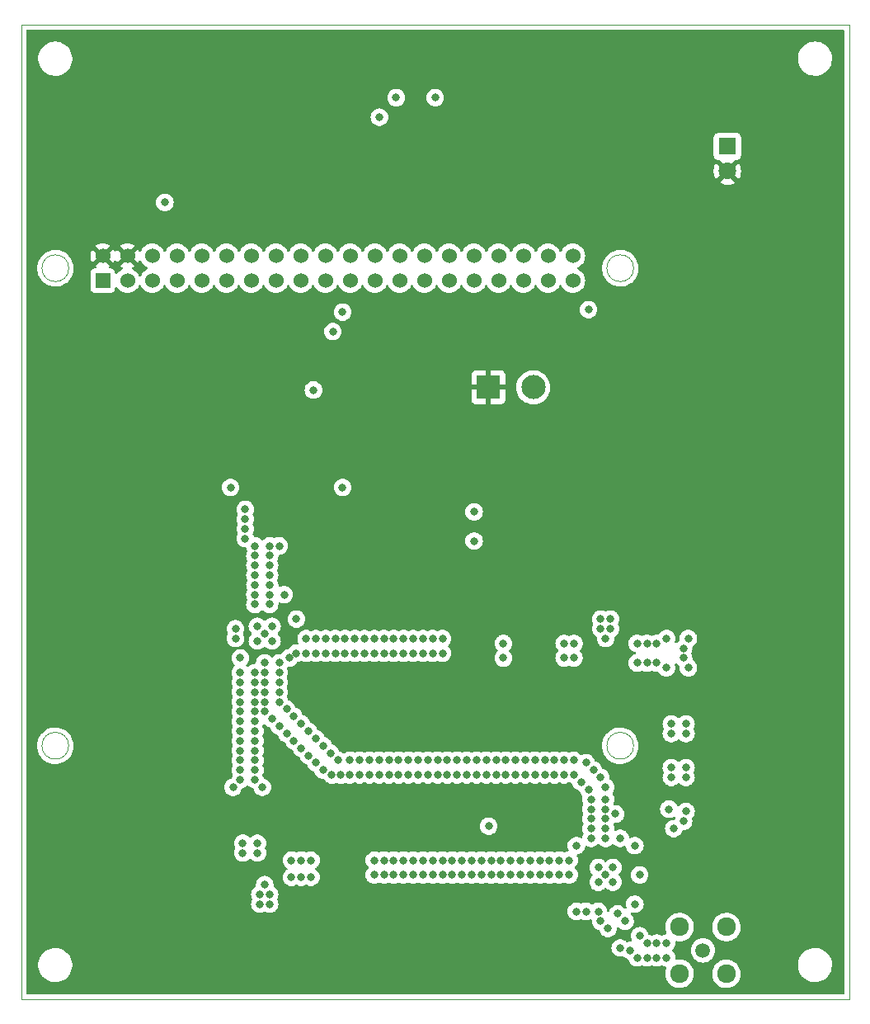
<source format=gbr>
%TF.GenerationSoftware,KiCad,Pcbnew,(6.0.7)*%
%TF.CreationDate,2022-12-06T03:31:19-06:00*%
%TF.ProjectId,Narwal_v1,4e617277-616c-45f7-9631-2e6b69636164,1*%
%TF.SameCoordinates,Original*%
%TF.FileFunction,Copper,L3,Inr*%
%TF.FilePolarity,Positive*%
%FSLAX46Y46*%
G04 Gerber Fmt 4.6, Leading zero omitted, Abs format (unit mm)*
G04 Created by KiCad (PCBNEW (6.0.7)) date 2022-12-06 03:31:19*
%MOMM*%
%LPD*%
G01*
G04 APERTURE LIST*
%TA.AperFunction,Profile*%
%ADD10C,0.100000*%
%TD*%
%TA.AperFunction,Profile*%
%ADD11C,0.120000*%
%TD*%
%TA.AperFunction,ComponentPad*%
%ADD12R,2.480000X2.480000*%
%TD*%
%TA.AperFunction,ComponentPad*%
%ADD13C,2.480000*%
%TD*%
%TA.AperFunction,ComponentPad*%
%ADD14R,1.524000X1.524000*%
%TD*%
%TA.AperFunction,ComponentPad*%
%ADD15C,1.524000*%
%TD*%
%TA.AperFunction,ComponentPad*%
%ADD16C,1.508000*%
%TD*%
%TA.AperFunction,ComponentPad*%
%ADD17C,1.920000*%
%TD*%
%TA.AperFunction,ComponentPad*%
%ADD18R,1.800000X1.800000*%
%TD*%
%TA.AperFunction,ComponentPad*%
%ADD19C,1.800000*%
%TD*%
%TA.AperFunction,ViaPad*%
%ADD20C,0.800000*%
%TD*%
G04 APERTURE END LIST*
D10*
X100000000Y-50000000D02*
X185000000Y-50000000D01*
X185000000Y-50000000D02*
X185000000Y-150000000D01*
X185000000Y-150000000D02*
X100000000Y-150000000D01*
X100000000Y-150000000D02*
X100000000Y-50000000D01*
D11*
%TO.C,A1*%
X162875000Y-75000000D02*
G75*
G03*
X162875000Y-75000000I-1375000J0D01*
G01*
X162875000Y-124000000D02*
G75*
G03*
X162875000Y-124000000I-1375000J0D01*
G01*
X104875000Y-124000000D02*
G75*
G03*
X104875000Y-124000000I-1375000J0D01*
G01*
X104875000Y-75000000D02*
G75*
G03*
X104875000Y-75000000I-1375000J0D01*
G01*
%TD*%
D12*
%TO.N,+5V*%
%TO.C,SW1*%
X147977500Y-87227500D03*
D13*
%TO.N,Net-(C8-Pad1)*%
X152577500Y-87227500D03*
%TD*%
D14*
%TO.N,unconnected-(A1-Pad1)*%
%TO.C,A1*%
X108370000Y-76270000D03*
D15*
%TO.N,+5V*%
X108370000Y-73730000D03*
%TO.N,SDA*%
X110910000Y-76270000D03*
%TO.N,+5V*%
X110910000Y-73730000D03*
%TO.N,SCL*%
X113450000Y-76270000D03*
%TO.N,GND*%
X113450000Y-73730000D03*
%TO.N,unconnected-(A1-Pad7)*%
X115990000Y-76270000D03*
%TO.N,unconnected-(A1-Pad8)*%
X115990000Y-73730000D03*
%TO.N,GND*%
X118530000Y-76270000D03*
%TO.N,unconnected-(A1-Pad10)*%
X118530000Y-73730000D03*
%TO.N,RST-RTC*%
X121070000Y-76270000D03*
%TO.N,unconnected-(A1-Pad12)*%
X121070000Y-73730000D03*
%TO.N,unconnected-(A1-Pad13)*%
X123610000Y-76270000D03*
%TO.N,GND*%
X123610000Y-73730000D03*
%TO.N,unconnected-(A1-Pad15)*%
X126150000Y-76270000D03*
%TO.N,RST-TRX*%
X126150000Y-73730000D03*
%TO.N,+3.3V*%
X128690000Y-76270000D03*
%TO.N,DIO0*%
X128690000Y-73730000D03*
%TO.N,MOSI*%
X131230000Y-76270000D03*
%TO.N,GND*%
X131230000Y-73730000D03*
%TO.N,MISO*%
X133770000Y-76270000D03*
%TO.N,unconnected-(A1-Pad22)*%
X133770000Y-73730000D03*
%TO.N,SCLK*%
X136310000Y-76270000D03*
%TO.N,unconnected-(A1-Pad24)*%
X136310000Y-73730000D03*
%TO.N,GND*%
X138850000Y-76270000D03*
%TO.N,CS*%
X138850000Y-73730000D03*
%TO.N,unconnected-(A1-Pad27)*%
X141390000Y-76270000D03*
%TO.N,unconnected-(A1-Pad28)*%
X141390000Y-73730000D03*
%TO.N,unconnected-(A1-Pad29)*%
X143930000Y-76270000D03*
%TO.N,GND*%
X143930000Y-73730000D03*
%TO.N,CTRL1A*%
X146470000Y-76270000D03*
%TO.N,unconnected-(A1-Pad32)*%
X146470000Y-73730000D03*
%TO.N,CTRL1B*%
X149010000Y-76270000D03*
%TO.N,GND*%
X149010000Y-73730000D03*
%TO.N,CTRL2A*%
X151550000Y-76270000D03*
%TO.N,BUT1*%
X151550000Y-73730000D03*
%TO.N,CTRL2B*%
X154090000Y-76270000D03*
%TO.N,BUT2*%
X154090000Y-73730000D03*
%TO.N,GND*%
X156630000Y-76270000D03*
%TO.N,BUT3*%
X156630000Y-73730000D03*
%TD*%
D16*
%TO.N,Net-(IC2-Pad22)*%
%TO.C,J1*%
X170000000Y-145000000D03*
D17*
%TO.N,GND*%
X167600000Y-142600000D03*
X167600000Y-147400000D03*
X172400000Y-147400000D03*
X172400000Y-142600000D03*
%TD*%
D18*
%TO.N,Net-(D1-Pad1)*%
%TO.C,D1*%
X172500000Y-62500000D03*
D19*
%TO.N,+5V*%
X172500000Y-65040000D03*
%TD*%
D20*
%TO.N,CTRL1A*%
X146500000Y-100000000D03*
X146500000Y-103000000D03*
X128250000Y-111000000D03*
%TO.N,CTRL1B*%
X158250000Y-79250000D03*
X157000000Y-141000000D03*
%TO.N,GND*%
X141250000Y-135750000D03*
X128000000Y-121000000D03*
X125500000Y-104500000D03*
X124000000Y-106500000D03*
X158500000Y-131500000D03*
X160000000Y-137250000D03*
X163500000Y-137250000D03*
X126500000Y-117500000D03*
X159500000Y-127250000D03*
X134250000Y-113000000D03*
X164250000Y-145750000D03*
X140250000Y-137250000D03*
X166250000Y-144250000D03*
X168500000Y-113000000D03*
X130250000Y-125750000D03*
X131250000Y-114500000D03*
X168250000Y-130750000D03*
X122000000Y-113000000D03*
X148000000Y-132250000D03*
X159500000Y-112000000D03*
X148750000Y-127000000D03*
X167000000Y-132500000D03*
X159250000Y-141000000D03*
X124000000Y-109500000D03*
X139250000Y-113000000D03*
X124000000Y-108500000D03*
X154250000Y-137250000D03*
X136750000Y-125500000D03*
X152750000Y-125500000D03*
X137250000Y-113000000D03*
X123000000Y-99750000D03*
X154750000Y-125500000D03*
X155750000Y-115000000D03*
X149500000Y-115000000D03*
X134750000Y-127000000D03*
X165250000Y-145750000D03*
X147750000Y-127000000D03*
X160000000Y-129500000D03*
X166750000Y-126250000D03*
X159500000Y-111000000D03*
X155750000Y-127000000D03*
X122500000Y-119500000D03*
X161250000Y-141250000D03*
X156750000Y-115000000D03*
X124000000Y-125500000D03*
X125000000Y-112500000D03*
X123000000Y-100750000D03*
X150250000Y-135750000D03*
X146250000Y-135750000D03*
X126500000Y-116500000D03*
X147750000Y-125500000D03*
X123000000Y-101750000D03*
X129250000Y-114500000D03*
X168500000Y-116000000D03*
X125000000Y-115500000D03*
X147250000Y-137250000D03*
X138750000Y-127000000D03*
X153750000Y-127000000D03*
X125500000Y-109500000D03*
X142250000Y-135750000D03*
X129250000Y-113000000D03*
X145250000Y-135750000D03*
X127750000Y-135750000D03*
X149500000Y-113500000D03*
X163000000Y-134250000D03*
X128750000Y-137500000D03*
X125500000Y-139250000D03*
X130250000Y-113000000D03*
X141250000Y-113000000D03*
X148750000Y-125500000D03*
X165250000Y-144250000D03*
X127250000Y-120250000D03*
X125750000Y-111750000D03*
X122500000Y-124500000D03*
X121750000Y-128250000D03*
X148250000Y-137250000D03*
X124500000Y-140250000D03*
X144750000Y-127000000D03*
X151750000Y-125500000D03*
X125000000Y-116500000D03*
X124000000Y-116500000D03*
X150750000Y-127000000D03*
X124000000Y-121500000D03*
X128750000Y-135750000D03*
X153750000Y-125500000D03*
X124000000Y-123500000D03*
X161000000Y-131000000D03*
X124000000Y-105500000D03*
X154250000Y-135750000D03*
X153250000Y-135750000D03*
X136250000Y-113000000D03*
X164250000Y-115500000D03*
X148250000Y-135750000D03*
X158750000Y-126500000D03*
X141750000Y-125500000D03*
X166250000Y-116000000D03*
X142250000Y-113000000D03*
X166750000Y-127250000D03*
X122500000Y-126500000D03*
X124000000Y-126500000D03*
X124250000Y-134000000D03*
X149250000Y-137250000D03*
X160250000Y-142750000D03*
X137750000Y-127000000D03*
X128000000Y-123500000D03*
X168000000Y-114000000D03*
X140250000Y-135750000D03*
X142750000Y-125500000D03*
X156750000Y-125500000D03*
X163500000Y-143500000D03*
X136750000Y-127000000D03*
X127250000Y-122750000D03*
X156250000Y-137250000D03*
X163250000Y-145750000D03*
X135250000Y-113000000D03*
X122750000Y-134000000D03*
X168250000Y-122750000D03*
X132250000Y-114500000D03*
X153250000Y-137250000D03*
X156750000Y-113500000D03*
X156250000Y-135750000D03*
X124000000Y-120500000D03*
X163000000Y-140250000D03*
X122500000Y-115000000D03*
X147250000Y-135750000D03*
X151250000Y-137250000D03*
X146250000Y-137250000D03*
X168250000Y-126250000D03*
X122750000Y-135000000D03*
X158000000Y-125750000D03*
X136250000Y-137250000D03*
X141250000Y-137250000D03*
X122500000Y-125500000D03*
X125000000Y-120500000D03*
X140750000Y-125500000D03*
X139250000Y-114500000D03*
X127500000Y-115000000D03*
X143250000Y-114500000D03*
X143250000Y-135750000D03*
X135250000Y-114500000D03*
X145750000Y-125500000D03*
X125000000Y-138250000D03*
X144250000Y-137250000D03*
X137250000Y-114500000D03*
X162500000Y-145000000D03*
X152250000Y-135750000D03*
X158500000Y-129500000D03*
X158250000Y-128500000D03*
X125500000Y-105500000D03*
X163250000Y-115500000D03*
X123000000Y-102750000D03*
X138250000Y-114500000D03*
X160000000Y-128250000D03*
X161500000Y-144750000D03*
X125000000Y-119500000D03*
X125750000Y-113250000D03*
X159250000Y-136500000D03*
X166750000Y-121750000D03*
X140250000Y-114500000D03*
X126500000Y-119500000D03*
X135750000Y-125500000D03*
X125500000Y-108500000D03*
X165250000Y-113500000D03*
X145250000Y-137250000D03*
X132500000Y-125500000D03*
X124000000Y-104500000D03*
X134750000Y-125500000D03*
X125750000Y-121250000D03*
X157500000Y-127750000D03*
X125500000Y-140250000D03*
X131750000Y-124750000D03*
X160000000Y-131500000D03*
X145750000Y-127000000D03*
X142250000Y-114500000D03*
X160500000Y-111000000D03*
X166250000Y-113000000D03*
X168250000Y-121750000D03*
X155750000Y-113500000D03*
X143250000Y-137250000D03*
X126500000Y-118500000D03*
X132825000Y-127000000D03*
X138250000Y-137250000D03*
X155250000Y-137250000D03*
X125500000Y-107500000D03*
X164250000Y-144250000D03*
X124000000Y-124500000D03*
X128250000Y-114500000D03*
X122500000Y-120500000D03*
X151250000Y-135750000D03*
X122500000Y-122500000D03*
X158500000Y-130500000D03*
X124000000Y-107500000D03*
X155750000Y-125500000D03*
X140750000Y-127000000D03*
X124750000Y-128250000D03*
X157000000Y-134250000D03*
X146750000Y-127000000D03*
X134250000Y-114500000D03*
X122500000Y-127500000D03*
X124000000Y-127500000D03*
X137250000Y-135750000D03*
X160000000Y-113000000D03*
X131900000Y-127000000D03*
X130250000Y-114500000D03*
X168000000Y-115000000D03*
X128750000Y-121750000D03*
X131250000Y-113000000D03*
X133750000Y-125500000D03*
X133250000Y-113000000D03*
X142750000Y-127000000D03*
X122500000Y-116500000D03*
X146750000Y-125500000D03*
X122000000Y-112000000D03*
X144250000Y-135750000D03*
X126500000Y-122000000D03*
X137750000Y-125500000D03*
X122500000Y-118500000D03*
X159500000Y-142000000D03*
X136250000Y-114500000D03*
X152250000Y-137250000D03*
X126500000Y-103500000D03*
X126500000Y-115500000D03*
X129750000Y-135750000D03*
X124000000Y-117500000D03*
X129750000Y-137500000D03*
X122500000Y-121500000D03*
X124000000Y-118500000D03*
X165250000Y-115500000D03*
X141750000Y-127000000D03*
X130250000Y-123250000D03*
X149750000Y-127000000D03*
X125500000Y-106500000D03*
X129500000Y-125000000D03*
X158500000Y-132500000D03*
X159250000Y-138000000D03*
X133750000Y-127000000D03*
X122500000Y-123500000D03*
X127750000Y-137500000D03*
X161500000Y-133500000D03*
X151750000Y-127000000D03*
X168000000Y-131750000D03*
X124000000Y-122500000D03*
X139250000Y-135750000D03*
X160750000Y-138000000D03*
X140250000Y-113000000D03*
X160750000Y-136500000D03*
X131000000Y-124000000D03*
X162000000Y-142000000D03*
X164250000Y-113500000D03*
X135750000Y-127000000D03*
X139750000Y-127000000D03*
X163250000Y-113500000D03*
X128750000Y-124250000D03*
X138750000Y-125500000D03*
X143250000Y-113000000D03*
X155250000Y-135750000D03*
X158500000Y-133500000D03*
X139250000Y-137250000D03*
X149250000Y-135750000D03*
X143750000Y-127000000D03*
X124250000Y-113250000D03*
X125000000Y-117500000D03*
X152750000Y-127000000D03*
X166750000Y-122750000D03*
X166500000Y-130500000D03*
X160500000Y-112000000D03*
X166250000Y-145750000D03*
X133250000Y-114500000D03*
X132250000Y-113000000D03*
X124250000Y-111750000D03*
X124000000Y-119500000D03*
X168250000Y-127250000D03*
X149750000Y-125500000D03*
X143750000Y-125500000D03*
X156750000Y-127000000D03*
X124000000Y-103500000D03*
X150750000Y-125500000D03*
X125500000Y-103500000D03*
X154750000Y-127000000D03*
X142250000Y-137250000D03*
X141250000Y-114500000D03*
X136250000Y-135750000D03*
X139750000Y-125500000D03*
X160000000Y-132500000D03*
X125000000Y-118500000D03*
X160000000Y-133500000D03*
X137250000Y-137250000D03*
X144750000Y-125500000D03*
X129500000Y-122500000D03*
X150250000Y-137250000D03*
X138250000Y-113000000D03*
X160000000Y-130500000D03*
X131000000Y-126500000D03*
X124250000Y-135000000D03*
X138250000Y-135750000D03*
X124500000Y-139250000D03*
X122500000Y-117500000D03*
%TO.N,CTRL2A*%
X127000000Y-108500000D03*
%TO.N,CTRL2B*%
X158000000Y-141000000D03*
%TO.N,+3.3V*%
X133000000Y-97500000D03*
X121500000Y-97500000D03*
%TO.N,+5V*%
X142525000Y-54500000D03*
X119250000Y-56500000D03*
X116500000Y-125500000D03*
X130000000Y-105500000D03*
X118000000Y-127500000D03*
X172500000Y-67500000D03*
X147500000Y-139000000D03*
%TO.N,SDA*%
X142500000Y-57500000D03*
%TO.N,SCL*%
X138500000Y-57500000D03*
X114750000Y-68250000D03*
%TO.N,SCLK*%
X133000000Y-79500000D03*
%TO.N,CS*%
X132000000Y-81500000D03*
%TO.N,Net-(BT1-PadP)*%
X136775000Y-59500000D03*
%TO.N,DIO0*%
X130000000Y-87500000D03*
%TD*%
%TA.AperFunction,Conductor*%
%TO.N,+5V*%
G36*
X184441621Y-50520502D02*
G01*
X184488114Y-50574158D01*
X184499500Y-50626500D01*
X184499500Y-149373500D01*
X184479498Y-149441621D01*
X184425842Y-149488114D01*
X184373500Y-149499500D01*
X100626500Y-149499500D01*
X100558379Y-149479498D01*
X100511886Y-149425842D01*
X100500500Y-149373500D01*
X100500500Y-146607165D01*
X101747866Y-146607165D01*
X101782952Y-146864970D01*
X101855758Y-147114757D01*
X101857718Y-147119010D01*
X101857719Y-147119011D01*
X101860661Y-147125392D01*
X101964686Y-147351039D01*
X101967246Y-147354944D01*
X101967249Y-147354949D01*
X102104775Y-147564712D01*
X102104779Y-147564717D01*
X102107341Y-147568625D01*
X102143387Y-147609011D01*
X102233254Y-147709698D01*
X102280591Y-147762735D01*
X102480629Y-147929105D01*
X102703061Y-148064080D01*
X102707375Y-148065889D01*
X102707377Y-148065890D01*
X102938686Y-148162886D01*
X102938691Y-148162888D01*
X102943001Y-148164695D01*
X102947533Y-148165846D01*
X102947536Y-148165847D01*
X103072815Y-148197663D01*
X103195177Y-148228739D01*
X103411286Y-148250500D01*
X103566044Y-148250500D01*
X103568369Y-148250327D01*
X103568375Y-148250327D01*
X103754814Y-148236472D01*
X103754818Y-148236471D01*
X103759466Y-148236126D01*
X104013232Y-148178705D01*
X104017586Y-148177012D01*
X104251370Y-148086098D01*
X104251372Y-148086097D01*
X104255723Y-148084405D01*
X104291285Y-148064080D01*
X104339038Y-148036786D01*
X104481612Y-147955299D01*
X104685936Y-147794223D01*
X104864208Y-147604714D01*
X105012511Y-147390937D01*
X105025699Y-147364195D01*
X105125521Y-147161775D01*
X105125522Y-147161772D01*
X105127586Y-147157587D01*
X105206906Y-146909792D01*
X105248728Y-146652994D01*
X105252134Y-146392835D01*
X105217048Y-146135030D01*
X105144242Y-145885243D01*
X105035314Y-145648961D01*
X105017108Y-145621192D01*
X104895225Y-145435288D01*
X104895221Y-145435283D01*
X104892659Y-145431375D01*
X104719409Y-145237265D01*
X104519371Y-145070895D01*
X104296939Y-144935920D01*
X104286859Y-144931693D01*
X104061314Y-144837114D01*
X104061309Y-144837112D01*
X104056999Y-144835305D01*
X104052467Y-144834154D01*
X104052464Y-144834153D01*
X103866020Y-144786803D01*
X103804823Y-144771261D01*
X103593680Y-144750000D01*
X160594540Y-144750000D01*
X160614326Y-144938256D01*
X160672821Y-145118284D01*
X160767467Y-145282216D01*
X160771885Y-145287123D01*
X160771886Y-145287124D01*
X160862717Y-145388001D01*
X160894129Y-145422888D01*
X161047270Y-145534151D01*
X161220197Y-145611144D01*
X161307243Y-145629646D01*
X161398897Y-145649128D01*
X161398901Y-145649128D01*
X161405354Y-145650500D01*
X161594646Y-145650500D01*
X161601099Y-145649128D01*
X161601103Y-145649128D01*
X161692757Y-145629646D01*
X161757945Y-145615790D01*
X161828734Y-145621192D01*
X161877776Y-145654726D01*
X161894129Y-145672888D01*
X162047270Y-145784151D01*
X162220197Y-145861144D01*
X162276948Y-145873207D01*
X162339420Y-145906934D01*
X162370584Y-145957516D01*
X162422821Y-146118284D01*
X162517467Y-146282216D01*
X162521885Y-146287123D01*
X162521886Y-146287124D01*
X162612897Y-146388201D01*
X162644129Y-146422888D01*
X162649468Y-146426767D01*
X162753021Y-146502002D01*
X162797270Y-146534151D01*
X162970197Y-146611144D01*
X163068212Y-146631978D01*
X163148897Y-146649128D01*
X163148901Y-146649128D01*
X163155354Y-146650500D01*
X163344646Y-146650500D01*
X163351099Y-146649128D01*
X163351103Y-146649128D01*
X163431788Y-146631978D01*
X163529803Y-146611144D01*
X163698753Y-146535922D01*
X163769118Y-146526488D01*
X163801245Y-146535921D01*
X163970197Y-146611144D01*
X164068212Y-146631978D01*
X164148897Y-146649128D01*
X164148901Y-146649128D01*
X164155354Y-146650500D01*
X164344646Y-146650500D01*
X164351099Y-146649128D01*
X164351103Y-146649128D01*
X164431788Y-146631978D01*
X164529803Y-146611144D01*
X164698753Y-146535922D01*
X164769118Y-146526488D01*
X164801245Y-146535921D01*
X164970197Y-146611144D01*
X165068212Y-146631978D01*
X165148897Y-146649128D01*
X165148901Y-146649128D01*
X165155354Y-146650500D01*
X165344646Y-146650500D01*
X165351099Y-146649128D01*
X165351103Y-146649128D01*
X165431788Y-146631978D01*
X165529803Y-146611144D01*
X165698753Y-146535922D01*
X165769118Y-146526488D01*
X165801245Y-146535921D01*
X165970197Y-146611144D01*
X166155354Y-146650500D01*
X166156118Y-146650500D01*
X166219773Y-146676687D01*
X166260405Y-146734907D01*
X166263110Y-146805852D01*
X166255236Y-146828037D01*
X166226815Y-146889263D01*
X166226813Y-146889269D01*
X166224634Y-146893964D01*
X166160453Y-147125392D01*
X166134932Y-147364195D01*
X166135229Y-147369347D01*
X166135229Y-147369351D01*
X166140931Y-147468237D01*
X166148757Y-147603959D01*
X166149894Y-147609005D01*
X166149895Y-147609011D01*
X166172586Y-147709698D01*
X166201556Y-147838246D01*
X166203498Y-147843028D01*
X166203499Y-147843032D01*
X166247912Y-147952407D01*
X166291911Y-148060763D01*
X166417396Y-148265536D01*
X166574640Y-148447063D01*
X166759421Y-148600471D01*
X166763873Y-148603073D01*
X166763878Y-148603076D01*
X166863154Y-148661088D01*
X166966776Y-148721640D01*
X167191137Y-148807315D01*
X167196205Y-148808346D01*
X167196208Y-148808347D01*
X167312307Y-148831968D01*
X167426478Y-148855196D01*
X167431651Y-148855386D01*
X167431654Y-148855386D01*
X167661316Y-148863807D01*
X167661320Y-148863807D01*
X167666480Y-148863996D01*
X167671600Y-148863340D01*
X167671602Y-148863340D01*
X167745248Y-148853906D01*
X167904696Y-148833480D01*
X167909645Y-148831995D01*
X167909651Y-148831994D01*
X168129779Y-148765952D01*
X168129778Y-148765952D01*
X168134729Y-148764467D01*
X168237930Y-148713909D01*
X168345752Y-148661088D01*
X168345756Y-148661085D01*
X168350401Y-148658810D01*
X168432190Y-148600471D01*
X168541718Y-148522345D01*
X168545921Y-148519347D01*
X168716038Y-148349823D01*
X168856183Y-148154791D01*
X168962592Y-147939488D01*
X169017355Y-147759243D01*
X169030904Y-147714650D01*
X169030905Y-147714644D01*
X169032408Y-147709698D01*
X169050980Y-147568625D01*
X169063318Y-147474912D01*
X169063318Y-147474906D01*
X169063755Y-147471590D01*
X169065505Y-147400000D01*
X169062561Y-147364195D01*
X170934932Y-147364195D01*
X170935229Y-147369347D01*
X170935229Y-147369351D01*
X170940931Y-147468237D01*
X170948757Y-147603959D01*
X170949894Y-147609005D01*
X170949895Y-147609011D01*
X170972586Y-147709698D01*
X171001556Y-147838246D01*
X171003498Y-147843028D01*
X171003499Y-147843032D01*
X171047912Y-147952407D01*
X171091911Y-148060763D01*
X171217396Y-148265536D01*
X171374640Y-148447063D01*
X171559421Y-148600471D01*
X171563873Y-148603073D01*
X171563878Y-148603076D01*
X171663154Y-148661088D01*
X171766776Y-148721640D01*
X171991137Y-148807315D01*
X171996205Y-148808346D01*
X171996208Y-148808347D01*
X172112307Y-148831968D01*
X172226478Y-148855196D01*
X172231651Y-148855386D01*
X172231654Y-148855386D01*
X172461316Y-148863807D01*
X172461320Y-148863807D01*
X172466480Y-148863996D01*
X172471600Y-148863340D01*
X172471602Y-148863340D01*
X172545248Y-148853906D01*
X172704696Y-148833480D01*
X172709645Y-148831995D01*
X172709651Y-148831994D01*
X172929779Y-148765952D01*
X172929778Y-148765952D01*
X172934729Y-148764467D01*
X173037930Y-148713909D01*
X173145752Y-148661088D01*
X173145756Y-148661085D01*
X173150401Y-148658810D01*
X173232190Y-148600471D01*
X173341718Y-148522345D01*
X173345921Y-148519347D01*
X173516038Y-148349823D01*
X173656183Y-148154791D01*
X173762592Y-147939488D01*
X173817355Y-147759243D01*
X173830904Y-147714650D01*
X173830905Y-147714644D01*
X173832408Y-147709698D01*
X173850980Y-147568625D01*
X173863318Y-147474912D01*
X173863318Y-147474906D01*
X173863755Y-147471590D01*
X173865505Y-147400000D01*
X173857735Y-147305495D01*
X173846250Y-147165796D01*
X173846249Y-147165790D01*
X173845826Y-147160645D01*
X173787319Y-146927718D01*
X173691555Y-146707474D01*
X173688749Y-146703136D01*
X173626662Y-146607165D01*
X179747866Y-146607165D01*
X179782952Y-146864970D01*
X179855758Y-147114757D01*
X179857718Y-147119010D01*
X179857719Y-147119011D01*
X179860661Y-147125392D01*
X179964686Y-147351039D01*
X179967246Y-147354944D01*
X179967249Y-147354949D01*
X180104775Y-147564712D01*
X180104779Y-147564717D01*
X180107341Y-147568625D01*
X180143387Y-147609011D01*
X180233254Y-147709698D01*
X180280591Y-147762735D01*
X180480629Y-147929105D01*
X180703061Y-148064080D01*
X180707375Y-148065889D01*
X180707377Y-148065890D01*
X180938686Y-148162886D01*
X180938691Y-148162888D01*
X180943001Y-148164695D01*
X180947533Y-148165846D01*
X180947536Y-148165847D01*
X181072815Y-148197663D01*
X181195177Y-148228739D01*
X181411286Y-148250500D01*
X181566044Y-148250500D01*
X181568369Y-148250327D01*
X181568375Y-148250327D01*
X181754814Y-148236472D01*
X181754818Y-148236471D01*
X181759466Y-148236126D01*
X182013232Y-148178705D01*
X182017586Y-148177012D01*
X182251370Y-148086098D01*
X182251372Y-148086097D01*
X182255723Y-148084405D01*
X182291285Y-148064080D01*
X182339038Y-148036786D01*
X182481612Y-147955299D01*
X182685936Y-147794223D01*
X182864208Y-147604714D01*
X183012511Y-147390937D01*
X183025699Y-147364195D01*
X183125521Y-147161775D01*
X183125522Y-147161772D01*
X183127586Y-147157587D01*
X183206906Y-146909792D01*
X183248728Y-146652994D01*
X183252134Y-146392835D01*
X183217048Y-146135030D01*
X183144242Y-145885243D01*
X183035314Y-145648961D01*
X183017108Y-145621192D01*
X182895225Y-145435288D01*
X182895221Y-145435283D01*
X182892659Y-145431375D01*
X182719409Y-145237265D01*
X182519371Y-145070895D01*
X182296939Y-144935920D01*
X182286859Y-144931693D01*
X182061314Y-144837114D01*
X182061309Y-144837112D01*
X182056999Y-144835305D01*
X182052467Y-144834154D01*
X182052464Y-144834153D01*
X181866020Y-144786803D01*
X181804823Y-144771261D01*
X181588714Y-144749500D01*
X181433956Y-144749500D01*
X181431631Y-144749673D01*
X181431625Y-144749673D01*
X181245186Y-144763528D01*
X181245182Y-144763529D01*
X181240534Y-144763874D01*
X180986768Y-144821295D01*
X180982416Y-144822987D01*
X180982414Y-144822988D01*
X180748630Y-144913902D01*
X180748628Y-144913903D01*
X180744277Y-144915595D01*
X180740223Y-144917912D01*
X180740221Y-144917913D01*
X180704628Y-144938256D01*
X180518388Y-145044701D01*
X180314064Y-145205777D01*
X180135792Y-145395286D01*
X180042150Y-145530270D01*
X180015763Y-145568307D01*
X179987489Y-145609063D01*
X179985423Y-145613253D01*
X179985421Y-145613256D01*
X179877573Y-145831952D01*
X179872414Y-145842413D01*
X179870992Y-145846856D01*
X179870991Y-145846858D01*
X179866418Y-145861144D01*
X179793094Y-146090208D01*
X179751272Y-146347006D01*
X179751211Y-146351683D01*
X179749272Y-146499807D01*
X179747866Y-146607165D01*
X173626662Y-146607165D01*
X173563915Y-146510173D01*
X173563911Y-146510167D01*
X173561104Y-146505829D01*
X173555625Y-146499807D01*
X173481172Y-146417985D01*
X173399472Y-146328197D01*
X173395421Y-146324998D01*
X173395417Y-146324994D01*
X173215056Y-146182555D01*
X173210998Y-146179350D01*
X173000744Y-146063283D01*
X172878236Y-146019901D01*
X172779232Y-145984841D01*
X172779228Y-145984840D01*
X172774357Y-145983115D01*
X172769264Y-145982208D01*
X172769261Y-145982207D01*
X172543005Y-145941905D01*
X172542999Y-145941904D01*
X172537916Y-145940999D01*
X172450572Y-145939932D01*
X172302942Y-145938128D01*
X172302940Y-145938128D01*
X172297772Y-145938065D01*
X172060372Y-145974392D01*
X171832094Y-146049005D01*
X171619067Y-146159900D01*
X171614934Y-146163003D01*
X171614931Y-146163005D01*
X171456157Y-146282216D01*
X171427013Y-146304098D01*
X171261089Y-146477728D01*
X171258175Y-146482000D01*
X171258174Y-146482001D01*
X171175983Y-146602488D01*
X171125751Y-146676126D01*
X171123575Y-146680815D01*
X171123571Y-146680821D01*
X171036009Y-146869458D01*
X171024634Y-146893964D01*
X170960453Y-147125392D01*
X170934932Y-147364195D01*
X169062561Y-147364195D01*
X169057735Y-147305495D01*
X169046250Y-147165796D01*
X169046249Y-147165790D01*
X169045826Y-147160645D01*
X168987319Y-146927718D01*
X168891555Y-146707474D01*
X168888749Y-146703136D01*
X168763915Y-146510173D01*
X168763911Y-146510167D01*
X168761104Y-146505829D01*
X168755625Y-146499807D01*
X168681172Y-146417985D01*
X168599472Y-146328197D01*
X168595421Y-146324998D01*
X168595417Y-146324994D01*
X168415056Y-146182555D01*
X168410998Y-146179350D01*
X168200744Y-146063283D01*
X168078236Y-146019901D01*
X167979232Y-145984841D01*
X167979228Y-145984840D01*
X167974357Y-145983115D01*
X167969264Y-145982208D01*
X167969261Y-145982207D01*
X167743005Y-145941905D01*
X167742999Y-145941904D01*
X167737916Y-145940999D01*
X167650572Y-145939932D01*
X167502942Y-145938128D01*
X167502940Y-145938128D01*
X167497772Y-145938065D01*
X167370658Y-145957516D01*
X167291216Y-145969672D01*
X167220853Y-145960204D01*
X167166779Y-145914198D01*
X167146162Y-145846261D01*
X167146847Y-145831952D01*
X167154770Y-145756565D01*
X167155460Y-145750000D01*
X167145287Y-145653207D01*
X167136364Y-145568307D01*
X167136364Y-145568305D01*
X167135674Y-145561744D01*
X167077179Y-145381716D01*
X166982533Y-145217784D01*
X166887284Y-145111999D01*
X166862353Y-145084311D01*
X166831636Y-145020303D01*
X166834162Y-145000000D01*
X168740708Y-145000000D01*
X168759839Y-145218674D01*
X168816653Y-145430703D01*
X168818978Y-145435688D01*
X168907095Y-145624659D01*
X168907098Y-145624664D01*
X168909421Y-145629646D01*
X168912577Y-145634153D01*
X168912578Y-145634155D01*
X169017607Y-145784151D01*
X169035326Y-145809457D01*
X169190543Y-145964674D01*
X169195051Y-145967831D01*
X169195054Y-145967833D01*
X169331371Y-146063283D01*
X169370354Y-146090579D01*
X169375336Y-146092902D01*
X169375341Y-146092905D01*
X169465680Y-146135030D01*
X169569297Y-146183347D01*
X169781326Y-146240161D01*
X170000000Y-146259292D01*
X170218674Y-146240161D01*
X170430703Y-146183347D01*
X170534320Y-146135030D01*
X170624659Y-146092905D01*
X170624664Y-146092902D01*
X170629646Y-146090579D01*
X170668629Y-146063283D01*
X170804946Y-145967833D01*
X170804949Y-145967831D01*
X170809457Y-145964674D01*
X170964674Y-145809457D01*
X170982394Y-145784151D01*
X171087422Y-145634155D01*
X171087423Y-145634153D01*
X171090579Y-145629646D01*
X171092902Y-145624664D01*
X171092905Y-145624659D01*
X171181022Y-145435688D01*
X171183347Y-145430703D01*
X171240161Y-145218674D01*
X171259292Y-145000000D01*
X171240161Y-144781326D01*
X171183347Y-144569297D01*
X171136011Y-144467784D01*
X171092905Y-144375341D01*
X171092902Y-144375336D01*
X171090579Y-144370354D01*
X171010903Y-144256565D01*
X170967833Y-144195054D01*
X170967831Y-144195051D01*
X170964674Y-144190543D01*
X170809457Y-144035326D01*
X170804949Y-144032169D01*
X170804946Y-144032167D01*
X170634155Y-143912578D01*
X170634153Y-143912577D01*
X170629646Y-143909421D01*
X170624664Y-143907098D01*
X170624659Y-143907095D01*
X170501144Y-143849500D01*
X170430703Y-143816653D01*
X170218674Y-143759839D01*
X170000000Y-143740708D01*
X169781326Y-143759839D01*
X169569297Y-143816653D01*
X169498856Y-143849500D01*
X169375341Y-143907095D01*
X169375336Y-143907098D01*
X169370354Y-143909421D01*
X169365847Y-143912577D01*
X169365845Y-143912578D01*
X169195054Y-144032167D01*
X169195051Y-144032169D01*
X169190543Y-144035326D01*
X169035326Y-144190543D01*
X169032169Y-144195051D01*
X169032167Y-144195054D01*
X168989097Y-144256565D01*
X168909421Y-144370354D01*
X168907098Y-144375336D01*
X168907095Y-144375341D01*
X168863989Y-144467784D01*
X168816653Y-144569297D01*
X168759839Y-144781326D01*
X168740708Y-145000000D01*
X166834162Y-145000000D01*
X166840400Y-144949849D01*
X166862353Y-144915689D01*
X166978114Y-144787124D01*
X166978115Y-144787123D01*
X166982533Y-144782216D01*
X167077179Y-144618284D01*
X167135674Y-144438256D01*
X167140671Y-144390717D01*
X167154770Y-144256565D01*
X167155460Y-144250000D01*
X167146578Y-144165494D01*
X167159350Y-144095657D01*
X167207852Y-144043811D01*
X167276685Y-144026416D01*
X167297008Y-144028855D01*
X167426478Y-144055196D01*
X167431651Y-144055386D01*
X167431654Y-144055386D01*
X167661316Y-144063807D01*
X167661320Y-144063807D01*
X167666480Y-144063996D01*
X167671600Y-144063340D01*
X167671602Y-144063340D01*
X167802371Y-144046588D01*
X167904696Y-144033480D01*
X167909645Y-144031995D01*
X167909651Y-144031994D01*
X168129779Y-143965952D01*
X168129778Y-143965952D01*
X168134729Y-143964467D01*
X168244887Y-143910501D01*
X168345752Y-143861088D01*
X168345756Y-143861085D01*
X168350401Y-143858810D01*
X168406244Y-143818978D01*
X168541718Y-143722345D01*
X168545921Y-143719347D01*
X168716038Y-143549823D01*
X168856183Y-143354791D01*
X168962592Y-143139488D01*
X169014760Y-142967784D01*
X169030904Y-142914650D01*
X169030905Y-142914644D01*
X169032408Y-142909698D01*
X169055166Y-142736830D01*
X169063318Y-142674912D01*
X169063318Y-142674906D01*
X169063755Y-142671590D01*
X169064264Y-142650780D01*
X169065423Y-142603364D01*
X169065423Y-142603360D01*
X169065505Y-142600000D01*
X169062561Y-142564195D01*
X170934932Y-142564195D01*
X170935229Y-142569347D01*
X170935229Y-142569351D01*
X170943900Y-142719730D01*
X170948757Y-142803959D01*
X170949894Y-142809005D01*
X170949895Y-142809011D01*
X170971963Y-142906934D01*
X171001556Y-143038246D01*
X171003498Y-143043028D01*
X171003499Y-143043032D01*
X171058127Y-143177564D01*
X171091911Y-143260763D01*
X171217396Y-143465536D01*
X171220780Y-143469442D01*
X171220781Y-143469444D01*
X171257699Y-143512063D01*
X171374640Y-143647063D01*
X171559421Y-143800471D01*
X171563873Y-143803073D01*
X171563878Y-143803076D01*
X171710673Y-143888856D01*
X171766776Y-143921640D01*
X171991137Y-144007315D01*
X171996205Y-144008346D01*
X171996208Y-144008347D01*
X172097009Y-144028855D01*
X172226478Y-144055196D01*
X172231651Y-144055386D01*
X172231654Y-144055386D01*
X172461316Y-144063807D01*
X172461320Y-144063807D01*
X172466480Y-144063996D01*
X172471600Y-144063340D01*
X172471602Y-144063340D01*
X172602371Y-144046588D01*
X172704696Y-144033480D01*
X172709645Y-144031995D01*
X172709651Y-144031994D01*
X172929779Y-143965952D01*
X172929778Y-143965952D01*
X172934729Y-143964467D01*
X173044887Y-143910501D01*
X173145752Y-143861088D01*
X173145756Y-143861085D01*
X173150401Y-143858810D01*
X173206244Y-143818978D01*
X173341718Y-143722345D01*
X173345921Y-143719347D01*
X173516038Y-143549823D01*
X173656183Y-143354791D01*
X173762592Y-143139488D01*
X173814760Y-142967784D01*
X173830904Y-142914650D01*
X173830905Y-142914644D01*
X173832408Y-142909698D01*
X173855166Y-142736830D01*
X173863318Y-142674912D01*
X173863318Y-142674906D01*
X173863755Y-142671590D01*
X173864264Y-142650780D01*
X173865423Y-142603364D01*
X173865423Y-142603360D01*
X173865505Y-142600000D01*
X173857735Y-142505495D01*
X173846250Y-142365796D01*
X173846249Y-142365790D01*
X173845826Y-142360645D01*
X173787319Y-142127718D01*
X173691555Y-141907474D01*
X173688749Y-141903136D01*
X173563915Y-141710173D01*
X173563911Y-141710167D01*
X173561104Y-141705829D01*
X173539321Y-141681889D01*
X173510088Y-141649763D01*
X173399472Y-141528197D01*
X173395421Y-141524998D01*
X173395417Y-141524994D01*
X173215056Y-141382555D01*
X173210998Y-141379350D01*
X173000744Y-141263283D01*
X172866795Y-141215849D01*
X172779232Y-141184841D01*
X172779228Y-141184840D01*
X172774357Y-141183115D01*
X172769264Y-141182208D01*
X172769261Y-141182207D01*
X172543005Y-141141905D01*
X172542999Y-141141904D01*
X172537916Y-141140999D01*
X172450572Y-141139932D01*
X172302942Y-141138128D01*
X172302940Y-141138128D01*
X172297772Y-141138065D01*
X172060372Y-141174392D01*
X171832094Y-141249005D01*
X171619067Y-141359900D01*
X171614934Y-141363003D01*
X171614931Y-141363005D01*
X171467759Y-141473505D01*
X171427013Y-141504098D01*
X171261089Y-141677728D01*
X171258175Y-141682000D01*
X171258174Y-141682001D01*
X171211920Y-141749807D01*
X171125751Y-141876126D01*
X171123575Y-141880815D01*
X171123571Y-141880821D01*
X171065203Y-142006565D01*
X171024634Y-142093964D01*
X170960453Y-142325392D01*
X170934932Y-142564195D01*
X169062561Y-142564195D01*
X169057735Y-142505495D01*
X169046250Y-142365796D01*
X169046249Y-142365790D01*
X169045826Y-142360645D01*
X168987319Y-142127718D01*
X168891555Y-141907474D01*
X168888749Y-141903136D01*
X168763915Y-141710173D01*
X168763911Y-141710167D01*
X168761104Y-141705829D01*
X168739321Y-141681889D01*
X168710088Y-141649763D01*
X168599472Y-141528197D01*
X168595421Y-141524998D01*
X168595417Y-141524994D01*
X168415056Y-141382555D01*
X168410998Y-141379350D01*
X168200744Y-141263283D01*
X168066795Y-141215849D01*
X167979232Y-141184841D01*
X167979228Y-141184840D01*
X167974357Y-141183115D01*
X167969264Y-141182208D01*
X167969261Y-141182207D01*
X167743005Y-141141905D01*
X167742999Y-141141904D01*
X167737916Y-141140999D01*
X167650572Y-141139932D01*
X167502942Y-141138128D01*
X167502940Y-141138128D01*
X167497772Y-141138065D01*
X167260372Y-141174392D01*
X167032094Y-141249005D01*
X166819067Y-141359900D01*
X166814934Y-141363003D01*
X166814931Y-141363005D01*
X166667759Y-141473505D01*
X166627013Y-141504098D01*
X166461089Y-141677728D01*
X166458175Y-141682000D01*
X166458174Y-141682001D01*
X166411920Y-141749807D01*
X166325751Y-141876126D01*
X166323575Y-141880815D01*
X166323571Y-141880821D01*
X166265203Y-142006565D01*
X166224634Y-142093964D01*
X166160453Y-142325392D01*
X166134932Y-142564195D01*
X166135229Y-142569347D01*
X166135229Y-142569351D01*
X166143900Y-142719730D01*
X166148757Y-142803959D01*
X166149894Y-142809005D01*
X166149895Y-142809011D01*
X166171963Y-142906934D01*
X166201556Y-143038246D01*
X166203498Y-143043028D01*
X166203499Y-143043032D01*
X166258127Y-143177564D01*
X166265223Y-143248205D01*
X166233001Y-143311468D01*
X166171691Y-143347269D01*
X166158984Y-143349500D01*
X166155354Y-143349500D01*
X166148901Y-143350872D01*
X166148897Y-143350872D01*
X166068212Y-143368022D01*
X165970197Y-143388856D01*
X165801247Y-143464078D01*
X165730882Y-143473512D01*
X165698755Y-143464079D01*
X165529803Y-143388856D01*
X165431788Y-143368022D01*
X165351103Y-143350872D01*
X165351099Y-143350872D01*
X165344646Y-143349500D01*
X165155354Y-143349500D01*
X165148901Y-143350872D01*
X165148897Y-143350872D01*
X165068212Y-143368022D01*
X164970197Y-143388856D01*
X164801247Y-143464078D01*
X164730882Y-143473512D01*
X164698755Y-143464079D01*
X164529803Y-143388856D01*
X164473052Y-143376793D01*
X164410580Y-143343066D01*
X164379416Y-143292484D01*
X164329220Y-143137998D01*
X164327179Y-143131716D01*
X164315796Y-143111999D01*
X164235836Y-142973505D01*
X164232533Y-142967784D01*
X164205946Y-142938256D01*
X164110286Y-142832015D01*
X164110284Y-142832014D01*
X164105871Y-142827112D01*
X163952730Y-142715849D01*
X163779803Y-142638856D01*
X163681788Y-142618022D01*
X163601103Y-142600872D01*
X163601099Y-142600872D01*
X163594646Y-142599500D01*
X163405354Y-142599500D01*
X163398901Y-142600872D01*
X163398897Y-142600872D01*
X163318212Y-142618022D01*
X163220197Y-142638856D01*
X163047270Y-142715849D01*
X162894129Y-142827112D01*
X162889716Y-142832014D01*
X162889714Y-142832015D01*
X162794054Y-142938256D01*
X162767467Y-142967784D01*
X162764164Y-142973505D01*
X162684205Y-143111999D01*
X162672821Y-143131716D01*
X162614326Y-143311744D01*
X162613636Y-143318305D01*
X162613636Y-143318307D01*
X162607489Y-143376794D01*
X162594540Y-143500000D01*
X162595230Y-143506565D01*
X162610214Y-143649128D01*
X162614326Y-143688256D01*
X162672821Y-143868284D01*
X162696571Y-143909421D01*
X162697195Y-143910501D01*
X162713932Y-143979496D01*
X162690711Y-144046588D01*
X162634904Y-144090475D01*
X162588075Y-144099500D01*
X162405354Y-144099500D01*
X162398901Y-144100872D01*
X162398897Y-144100872D01*
X162318830Y-144117891D01*
X162242055Y-144134210D01*
X162171266Y-144128808D01*
X162122223Y-144095273D01*
X162117903Y-144090475D01*
X162105871Y-144077112D01*
X162046721Y-144034137D01*
X161958072Y-143969730D01*
X161958071Y-143969729D01*
X161952730Y-143965849D01*
X161779803Y-143888856D01*
X161653450Y-143861999D01*
X161601103Y-143850872D01*
X161601099Y-143850872D01*
X161594646Y-143849500D01*
X161405354Y-143849500D01*
X161398901Y-143850872D01*
X161398897Y-143850872D01*
X161346550Y-143861999D01*
X161220197Y-143888856D01*
X161047270Y-143965849D01*
X161041929Y-143969729D01*
X161041928Y-143969730D01*
X160953279Y-144034137D01*
X160894129Y-144077112D01*
X160889716Y-144082014D01*
X160889714Y-144082015D01*
X160795504Y-144186646D01*
X160767467Y-144217784D01*
X160764164Y-144223505D01*
X160676502Y-144375341D01*
X160672821Y-144381716D01*
X160614326Y-144561744D01*
X160613636Y-144568305D01*
X160613636Y-144568307D01*
X160607782Y-144624007D01*
X160594540Y-144750000D01*
X103593680Y-144750000D01*
X103588714Y-144749500D01*
X103433956Y-144749500D01*
X103431631Y-144749673D01*
X103431625Y-144749673D01*
X103245186Y-144763528D01*
X103245182Y-144763529D01*
X103240534Y-144763874D01*
X102986768Y-144821295D01*
X102982416Y-144822987D01*
X102982414Y-144822988D01*
X102748630Y-144913902D01*
X102748628Y-144913903D01*
X102744277Y-144915595D01*
X102740223Y-144917912D01*
X102740221Y-144917913D01*
X102704628Y-144938256D01*
X102518388Y-145044701D01*
X102314064Y-145205777D01*
X102135792Y-145395286D01*
X102042150Y-145530270D01*
X102015763Y-145568307D01*
X101987489Y-145609063D01*
X101985423Y-145613253D01*
X101985421Y-145613256D01*
X101877573Y-145831952D01*
X101872414Y-145842413D01*
X101870992Y-145846856D01*
X101870991Y-145846858D01*
X101866418Y-145861144D01*
X101793094Y-146090208D01*
X101751272Y-146347006D01*
X101751211Y-146351683D01*
X101749272Y-146499807D01*
X101747866Y-146607165D01*
X100500500Y-146607165D01*
X100500500Y-140250000D01*
X123594540Y-140250000D01*
X123595230Y-140256565D01*
X123609417Y-140391545D01*
X123614326Y-140438256D01*
X123672821Y-140618284D01*
X123676124Y-140624006D01*
X123676125Y-140624007D01*
X123704188Y-140672614D01*
X123767467Y-140782216D01*
X123771885Y-140787123D01*
X123771886Y-140787124D01*
X123862717Y-140888001D01*
X123894129Y-140922888D01*
X124047270Y-141034151D01*
X124220197Y-141111144D01*
X124318212Y-141131978D01*
X124398897Y-141149128D01*
X124398901Y-141149128D01*
X124405354Y-141150500D01*
X124594646Y-141150500D01*
X124601099Y-141149128D01*
X124601103Y-141149128D01*
X124681788Y-141131978D01*
X124779803Y-141111144D01*
X124948753Y-141035922D01*
X125019118Y-141026488D01*
X125051245Y-141035921D01*
X125220197Y-141111144D01*
X125318212Y-141131978D01*
X125398897Y-141149128D01*
X125398901Y-141149128D01*
X125405354Y-141150500D01*
X125594646Y-141150500D01*
X125601099Y-141149128D01*
X125601103Y-141149128D01*
X125681788Y-141131978D01*
X125779803Y-141111144D01*
X125952730Y-141034151D01*
X125999735Y-141000000D01*
X156094540Y-141000000D01*
X156095230Y-141006565D01*
X156112787Y-141173610D01*
X156114326Y-141188256D01*
X156172821Y-141368284D01*
X156176124Y-141374006D01*
X156176125Y-141374007D01*
X156179210Y-141379350D01*
X156267467Y-141532216D01*
X156271885Y-141537123D01*
X156271886Y-141537124D01*
X156362717Y-141638001D01*
X156394129Y-141672888D01*
X156547270Y-141784151D01*
X156720197Y-141861144D01*
X156794056Y-141876843D01*
X156898897Y-141899128D01*
X156898901Y-141899128D01*
X156905354Y-141900500D01*
X157094646Y-141900500D01*
X157101099Y-141899128D01*
X157101103Y-141899128D01*
X157205944Y-141876843D01*
X157279803Y-141861144D01*
X157448753Y-141785922D01*
X157519118Y-141776488D01*
X157551245Y-141785921D01*
X157720197Y-141861144D01*
X157794056Y-141876843D01*
X157898897Y-141899128D01*
X157898901Y-141899128D01*
X157905354Y-141900500D01*
X158094646Y-141900500D01*
X158101099Y-141899128D01*
X158101103Y-141899128D01*
X158205944Y-141876843D01*
X158279803Y-141861144D01*
X158425934Y-141796082D01*
X158496298Y-141786648D01*
X158560595Y-141816754D01*
X158598408Y-141876843D01*
X158602490Y-141924359D01*
X158594540Y-142000000D01*
X158595230Y-142006565D01*
X158609330Y-142140717D01*
X158614326Y-142188256D01*
X158672821Y-142368284D01*
X158767467Y-142532216D01*
X158771885Y-142537123D01*
X158771886Y-142537124D01*
X158865908Y-142641545D01*
X158894129Y-142672888D01*
X159047270Y-142784151D01*
X159220197Y-142861144D01*
X159276948Y-142873207D01*
X159339420Y-142906934D01*
X159370584Y-142957516D01*
X159422821Y-143118284D01*
X159426124Y-143124006D01*
X159426125Y-143124007D01*
X159457046Y-143177564D01*
X159517467Y-143282216D01*
X159521885Y-143287123D01*
X159521886Y-143287124D01*
X159602626Y-143376794D01*
X159644129Y-143422888D01*
X159649468Y-143426767D01*
X159750531Y-143500193D01*
X159797270Y-143534151D01*
X159970197Y-143611144D01*
X160068212Y-143631978D01*
X160148897Y-143649128D01*
X160148901Y-143649128D01*
X160155354Y-143650500D01*
X160344646Y-143650500D01*
X160351099Y-143649128D01*
X160351103Y-143649128D01*
X160431788Y-143631978D01*
X160529803Y-143611144D01*
X160702730Y-143534151D01*
X160749470Y-143500193D01*
X160850532Y-143426767D01*
X160855871Y-143422888D01*
X160897375Y-143376794D01*
X160978114Y-143287124D01*
X160978115Y-143287123D01*
X160982533Y-143282216D01*
X161042954Y-143177564D01*
X161073875Y-143124007D01*
X161073876Y-143124006D01*
X161077179Y-143118284D01*
X161135674Y-142938256D01*
X161138676Y-142909698D01*
X161154770Y-142756565D01*
X161155460Y-142750000D01*
X161154770Y-142743435D01*
X161154770Y-142736830D01*
X161157373Y-142736830D01*
X161168039Y-142678445D01*
X161216531Y-142626589D01*
X161285360Y-142609182D01*
X161352674Y-142631751D01*
X161374222Y-142650780D01*
X161389713Y-142667984D01*
X161394129Y-142672888D01*
X161547270Y-142784151D01*
X161720197Y-142861144D01*
X161818212Y-142881978D01*
X161898897Y-142899128D01*
X161898901Y-142899128D01*
X161905354Y-142900500D01*
X162094646Y-142900500D01*
X162101099Y-142899128D01*
X162101103Y-142899128D01*
X162181788Y-142881978D01*
X162279803Y-142861144D01*
X162452730Y-142784151D01*
X162605871Y-142672888D01*
X162634093Y-142641545D01*
X162728114Y-142537124D01*
X162728115Y-142537123D01*
X162732533Y-142532216D01*
X162827179Y-142368284D01*
X162885674Y-142188256D01*
X162890671Y-142140717D01*
X162904770Y-142006565D01*
X162905460Y-142000000D01*
X162895735Y-141907474D01*
X162886364Y-141818307D01*
X162886364Y-141818305D01*
X162885674Y-141811744D01*
X162827179Y-141631716D01*
X162732533Y-141467784D01*
X162605871Y-141327112D01*
X162603078Y-141325083D01*
X162566452Y-141265633D01*
X162567803Y-141194649D01*
X162607317Y-141135664D01*
X162672447Y-141107406D01*
X162720026Y-141111950D01*
X162720197Y-141111144D01*
X162898897Y-141149128D01*
X162898901Y-141149128D01*
X162905354Y-141150500D01*
X163094646Y-141150500D01*
X163101099Y-141149128D01*
X163101103Y-141149128D01*
X163181788Y-141131978D01*
X163279803Y-141111144D01*
X163452730Y-141034151D01*
X163605871Y-140922888D01*
X163637284Y-140888001D01*
X163728114Y-140787124D01*
X163728115Y-140787123D01*
X163732533Y-140782216D01*
X163795812Y-140672614D01*
X163823875Y-140624007D01*
X163823876Y-140624006D01*
X163827179Y-140618284D01*
X163885674Y-140438256D01*
X163890584Y-140391545D01*
X163904770Y-140256565D01*
X163905460Y-140250000D01*
X163893634Y-140137483D01*
X163886364Y-140068307D01*
X163886364Y-140068305D01*
X163885674Y-140061744D01*
X163827179Y-139881716D01*
X163732533Y-139717784D01*
X163642943Y-139618284D01*
X163610286Y-139582015D01*
X163610284Y-139582014D01*
X163605871Y-139577112D01*
X163452730Y-139465849D01*
X163279803Y-139388856D01*
X163181788Y-139368022D01*
X163101103Y-139350872D01*
X163101099Y-139350872D01*
X163094646Y-139349500D01*
X162905354Y-139349500D01*
X162898901Y-139350872D01*
X162898897Y-139350872D01*
X162818212Y-139368022D01*
X162720197Y-139388856D01*
X162547270Y-139465849D01*
X162394129Y-139577112D01*
X162389716Y-139582014D01*
X162389714Y-139582015D01*
X162357057Y-139618284D01*
X162267467Y-139717784D01*
X162172821Y-139881716D01*
X162114326Y-140061744D01*
X162113636Y-140068305D01*
X162113636Y-140068307D01*
X162106366Y-140137483D01*
X162094540Y-140250000D01*
X162095230Y-140256565D01*
X162109417Y-140391545D01*
X162114326Y-140438256D01*
X162147661Y-140540850D01*
X162149689Y-140611816D01*
X162113026Y-140672614D01*
X162049314Y-140703939D01*
X161978780Y-140695847D01*
X161934192Y-140664096D01*
X161860286Y-140582015D01*
X161860284Y-140582014D01*
X161855871Y-140577112D01*
X161702730Y-140465849D01*
X161529803Y-140388856D01*
X161431788Y-140368022D01*
X161351103Y-140350872D01*
X161351099Y-140350872D01*
X161344646Y-140349500D01*
X161155354Y-140349500D01*
X161148901Y-140350872D01*
X161148897Y-140350872D01*
X161068212Y-140368022D01*
X160970197Y-140388856D01*
X160797270Y-140465849D01*
X160644129Y-140577112D01*
X160639716Y-140582014D01*
X160639714Y-140582015D01*
X160607057Y-140618284D01*
X160517467Y-140717784D01*
X160422821Y-140881716D01*
X160402966Y-140942825D01*
X160394594Y-140968590D01*
X160354521Y-141027196D01*
X160289124Y-141054833D01*
X160219167Y-141042726D01*
X160166861Y-140994720D01*
X160149451Y-140942825D01*
X160136364Y-140818306D01*
X160136363Y-140818303D01*
X160135674Y-140811744D01*
X160077179Y-140631716D01*
X160065796Y-140611999D01*
X159985836Y-140473505D01*
X159982533Y-140467784D01*
X159955946Y-140438256D01*
X159860286Y-140332015D01*
X159860284Y-140332014D01*
X159855871Y-140327112D01*
X159702730Y-140215849D01*
X159529803Y-140138856D01*
X159431788Y-140118022D01*
X159351103Y-140100872D01*
X159351099Y-140100872D01*
X159344646Y-140099500D01*
X159155354Y-140099500D01*
X159148901Y-140100872D01*
X159148897Y-140100872D01*
X159068212Y-140118022D01*
X158970197Y-140138856D01*
X158797270Y-140215849D01*
X158699061Y-140287202D01*
X158632193Y-140311061D01*
X158563042Y-140294980D01*
X158550939Y-140287202D01*
X158452730Y-140215849D01*
X158279803Y-140138856D01*
X158181788Y-140118022D01*
X158101103Y-140100872D01*
X158101099Y-140100872D01*
X158094646Y-140099500D01*
X157905354Y-140099500D01*
X157898901Y-140100872D01*
X157898897Y-140100872D01*
X157818212Y-140118022D01*
X157720197Y-140138856D01*
X157551247Y-140214078D01*
X157480882Y-140223512D01*
X157448755Y-140214079D01*
X157279803Y-140138856D01*
X157181788Y-140118022D01*
X157101103Y-140100872D01*
X157101099Y-140100872D01*
X157094646Y-140099500D01*
X156905354Y-140099500D01*
X156898901Y-140100872D01*
X156898897Y-140100872D01*
X156818212Y-140118022D01*
X156720197Y-140138856D01*
X156547270Y-140215849D01*
X156394129Y-140327112D01*
X156389716Y-140332014D01*
X156389714Y-140332015D01*
X156294054Y-140438256D01*
X156267467Y-140467784D01*
X156264164Y-140473505D01*
X156184205Y-140611999D01*
X156172821Y-140631716D01*
X156114326Y-140811744D01*
X156094540Y-141000000D01*
X125999735Y-141000000D01*
X126105871Y-140922888D01*
X126137284Y-140888001D01*
X126228114Y-140787124D01*
X126228115Y-140787123D01*
X126232533Y-140782216D01*
X126295812Y-140672614D01*
X126323875Y-140624007D01*
X126323876Y-140624006D01*
X126327179Y-140618284D01*
X126385674Y-140438256D01*
X126390584Y-140391545D01*
X126404770Y-140256565D01*
X126405460Y-140250000D01*
X126393634Y-140137483D01*
X126386364Y-140068307D01*
X126386364Y-140068305D01*
X126385674Y-140061744D01*
X126327179Y-139881716D01*
X126287506Y-139813000D01*
X126270768Y-139744004D01*
X126287506Y-139687000D01*
X126323875Y-139624007D01*
X126323876Y-139624006D01*
X126327179Y-139618284D01*
X126385674Y-139438256D01*
X126390584Y-139391545D01*
X126404770Y-139256565D01*
X126405460Y-139250000D01*
X126385674Y-139061744D01*
X126327179Y-138881716D01*
X126316095Y-138862517D01*
X126235836Y-138723505D01*
X126232533Y-138717784D01*
X126195601Y-138676767D01*
X126110286Y-138582015D01*
X126110284Y-138582014D01*
X126105871Y-138577112D01*
X125952730Y-138465849D01*
X125953339Y-138465010D01*
X125908563Y-138418044D01*
X125895250Y-138347145D01*
X125904770Y-138256565D01*
X125905460Y-138250000D01*
X125896840Y-138167985D01*
X125886364Y-138068307D01*
X125886364Y-138068305D01*
X125885674Y-138061744D01*
X125827179Y-137881716D01*
X125815796Y-137861999D01*
X125735836Y-137723505D01*
X125732533Y-137717784D01*
X125705946Y-137688256D01*
X125610286Y-137582015D01*
X125610284Y-137582014D01*
X125605871Y-137577112D01*
X125499735Y-137500000D01*
X126844540Y-137500000D01*
X126845230Y-137506565D01*
X126858384Y-137631716D01*
X126864326Y-137688256D01*
X126922821Y-137868284D01*
X126926124Y-137874006D01*
X126926125Y-137874007D01*
X126956586Y-137926767D01*
X127017467Y-138032216D01*
X127021885Y-138037123D01*
X127021886Y-138037124D01*
X127123971Y-138150500D01*
X127144129Y-138172888D01*
X127297270Y-138284151D01*
X127470197Y-138361144D01*
X127568212Y-138381978D01*
X127648897Y-138399128D01*
X127648901Y-138399128D01*
X127655354Y-138400500D01*
X127844646Y-138400500D01*
X127851099Y-138399128D01*
X127851103Y-138399128D01*
X127931788Y-138381978D01*
X128029803Y-138361144D01*
X128198753Y-138285922D01*
X128269118Y-138276488D01*
X128301245Y-138285921D01*
X128470197Y-138361144D01*
X128568212Y-138381978D01*
X128648897Y-138399128D01*
X128648901Y-138399128D01*
X128655354Y-138400500D01*
X128844646Y-138400500D01*
X128851099Y-138399128D01*
X128851103Y-138399128D01*
X128931788Y-138381978D01*
X129029803Y-138361144D01*
X129198753Y-138285922D01*
X129269118Y-138276488D01*
X129301245Y-138285921D01*
X129470197Y-138361144D01*
X129568212Y-138381978D01*
X129648897Y-138399128D01*
X129648901Y-138399128D01*
X129655354Y-138400500D01*
X129844646Y-138400500D01*
X129851099Y-138399128D01*
X129851103Y-138399128D01*
X129931788Y-138381978D01*
X130029803Y-138361144D01*
X130202730Y-138284151D01*
X130355871Y-138172888D01*
X130376030Y-138150500D01*
X130478114Y-138037124D01*
X130478115Y-138037123D01*
X130482533Y-138032216D01*
X130543414Y-137926767D01*
X130573875Y-137874007D01*
X130573876Y-137874006D01*
X130577179Y-137868284D01*
X130635674Y-137688256D01*
X130641617Y-137631716D01*
X130654770Y-137506565D01*
X130655460Y-137500000D01*
X130643634Y-137387483D01*
X130636364Y-137318307D01*
X130636364Y-137318305D01*
X130635674Y-137311744D01*
X130577179Y-137131716D01*
X130482533Y-136967784D01*
X130392943Y-136868284D01*
X130360286Y-136832015D01*
X130360284Y-136832014D01*
X130355871Y-136827112D01*
X130217990Y-136726936D01*
X130174636Y-136670714D01*
X130168561Y-136599978D01*
X130201692Y-136537186D01*
X130217990Y-136523064D01*
X130350532Y-136426767D01*
X130355871Y-136422888D01*
X130384093Y-136391545D01*
X130478114Y-136287124D01*
X130478115Y-136287123D01*
X130482533Y-136282216D01*
X130492768Y-136264488D01*
X130573875Y-136124007D01*
X130573876Y-136124006D01*
X130577179Y-136118284D01*
X130635674Y-135938256D01*
X130639787Y-135899128D01*
X130654770Y-135756565D01*
X130655460Y-135750000D01*
X130641462Y-135616810D01*
X130636364Y-135568307D01*
X130636364Y-135568305D01*
X130635674Y-135561744D01*
X130577179Y-135381716D01*
X130565796Y-135361999D01*
X130485836Y-135223505D01*
X130482533Y-135217784D01*
X130455946Y-135188256D01*
X130360286Y-135082015D01*
X130360284Y-135082014D01*
X130355871Y-135077112D01*
X130202730Y-134965849D01*
X130029803Y-134888856D01*
X129931788Y-134868022D01*
X129851103Y-134850872D01*
X129851099Y-134850872D01*
X129844646Y-134849500D01*
X129655354Y-134849500D01*
X129648901Y-134850872D01*
X129648897Y-134850872D01*
X129568212Y-134868022D01*
X129470197Y-134888856D01*
X129301247Y-134964078D01*
X129230882Y-134973512D01*
X129198755Y-134964079D01*
X129029803Y-134888856D01*
X128931788Y-134868022D01*
X128851103Y-134850872D01*
X128851099Y-134850872D01*
X128844646Y-134849500D01*
X128655354Y-134849500D01*
X128648901Y-134850872D01*
X128648897Y-134850872D01*
X128568212Y-134868022D01*
X128470197Y-134888856D01*
X128301247Y-134964078D01*
X128230882Y-134973512D01*
X128198755Y-134964079D01*
X128029803Y-134888856D01*
X127931788Y-134868022D01*
X127851103Y-134850872D01*
X127851099Y-134850872D01*
X127844646Y-134849500D01*
X127655354Y-134849500D01*
X127648901Y-134850872D01*
X127648897Y-134850872D01*
X127568212Y-134868022D01*
X127470197Y-134888856D01*
X127297270Y-134965849D01*
X127144129Y-135077112D01*
X127139716Y-135082014D01*
X127139714Y-135082015D01*
X127044054Y-135188256D01*
X127017467Y-135217784D01*
X127014164Y-135223505D01*
X126934205Y-135361999D01*
X126922821Y-135381716D01*
X126864326Y-135561744D01*
X126863636Y-135568305D01*
X126863636Y-135568307D01*
X126858538Y-135616810D01*
X126844540Y-135750000D01*
X126845230Y-135756565D01*
X126860214Y-135899128D01*
X126864326Y-135938256D01*
X126922821Y-136118284D01*
X126926124Y-136124006D01*
X126926125Y-136124007D01*
X127007232Y-136264488D01*
X127017467Y-136282216D01*
X127021885Y-136287123D01*
X127021886Y-136287124D01*
X127115908Y-136391545D01*
X127144129Y-136422888D01*
X127149468Y-136426767D01*
X127282010Y-136523064D01*
X127325364Y-136579286D01*
X127331439Y-136650022D01*
X127298308Y-136712814D01*
X127282010Y-136726936D01*
X127144129Y-136827112D01*
X127139716Y-136832014D01*
X127139714Y-136832015D01*
X127107057Y-136868284D01*
X127017467Y-136967784D01*
X126922821Y-137131716D01*
X126864326Y-137311744D01*
X126863636Y-137318305D01*
X126863636Y-137318307D01*
X126856366Y-137387483D01*
X126844540Y-137500000D01*
X125499735Y-137500000D01*
X125452730Y-137465849D01*
X125279803Y-137388856D01*
X125181788Y-137368022D01*
X125101103Y-137350872D01*
X125101099Y-137350872D01*
X125094646Y-137349500D01*
X124905354Y-137349500D01*
X124898901Y-137350872D01*
X124898897Y-137350872D01*
X124818212Y-137368022D01*
X124720197Y-137388856D01*
X124547270Y-137465849D01*
X124394129Y-137577112D01*
X124389716Y-137582014D01*
X124389714Y-137582015D01*
X124294054Y-137688256D01*
X124267467Y-137717784D01*
X124264164Y-137723505D01*
X124184205Y-137861999D01*
X124172821Y-137881716D01*
X124114326Y-138061744D01*
X124113636Y-138068305D01*
X124113636Y-138068307D01*
X124103160Y-138167985D01*
X124094540Y-138250000D01*
X124095230Y-138256565D01*
X124104750Y-138347145D01*
X124091978Y-138416983D01*
X124046643Y-138464987D01*
X124047270Y-138465849D01*
X123894129Y-138577112D01*
X123889716Y-138582014D01*
X123889714Y-138582015D01*
X123804399Y-138676767D01*
X123767467Y-138717784D01*
X123764164Y-138723505D01*
X123683906Y-138862517D01*
X123672821Y-138881716D01*
X123614326Y-139061744D01*
X123594540Y-139250000D01*
X123595230Y-139256565D01*
X123609417Y-139391545D01*
X123614326Y-139438256D01*
X123672821Y-139618284D01*
X123676124Y-139624006D01*
X123676125Y-139624007D01*
X123712494Y-139687000D01*
X123729232Y-139755996D01*
X123712494Y-139813000D01*
X123672821Y-139881716D01*
X123614326Y-140061744D01*
X123613636Y-140068305D01*
X123613636Y-140068307D01*
X123606366Y-140137483D01*
X123594540Y-140250000D01*
X100500500Y-140250000D01*
X100500500Y-135000000D01*
X121844540Y-135000000D01*
X121845230Y-135006565D01*
X121860214Y-135149128D01*
X121864326Y-135188256D01*
X121922821Y-135368284D01*
X121926124Y-135374006D01*
X121926125Y-135374007D01*
X122000000Y-135501962D01*
X122017467Y-135532216D01*
X122021885Y-135537123D01*
X122021886Y-135537124D01*
X122115908Y-135641545D01*
X122144129Y-135672888D01*
X122297270Y-135784151D01*
X122470197Y-135861144D01*
X122568212Y-135881978D01*
X122648897Y-135899128D01*
X122648901Y-135899128D01*
X122655354Y-135900500D01*
X122844646Y-135900500D01*
X122851099Y-135899128D01*
X122851103Y-135899128D01*
X122931788Y-135881978D01*
X123029803Y-135861144D01*
X123202730Y-135784151D01*
X123355871Y-135672888D01*
X123384093Y-135641545D01*
X123406364Y-135616810D01*
X123466810Y-135579571D01*
X123537794Y-135580923D01*
X123593636Y-135616810D01*
X123615908Y-135641545D01*
X123644129Y-135672888D01*
X123797270Y-135784151D01*
X123970197Y-135861144D01*
X124068212Y-135881978D01*
X124148897Y-135899128D01*
X124148901Y-135899128D01*
X124155354Y-135900500D01*
X124344646Y-135900500D01*
X124351099Y-135899128D01*
X124351103Y-135899128D01*
X124431788Y-135881978D01*
X124529803Y-135861144D01*
X124702730Y-135784151D01*
X124855871Y-135672888D01*
X124884093Y-135641545D01*
X124978114Y-135537124D01*
X124978115Y-135537123D01*
X124982533Y-135532216D01*
X125000000Y-135501962D01*
X125073875Y-135374007D01*
X125073876Y-135374006D01*
X125077179Y-135368284D01*
X125135674Y-135188256D01*
X125139787Y-135149128D01*
X125154770Y-135006565D01*
X125155460Y-135000000D01*
X125140428Y-134856977D01*
X125136364Y-134818307D01*
X125136364Y-134818305D01*
X125135674Y-134811744D01*
X125077179Y-134631716D01*
X125072727Y-134624004D01*
X125037506Y-134563000D01*
X125020768Y-134494004D01*
X125037506Y-134437000D01*
X125073875Y-134374007D01*
X125073876Y-134374006D01*
X125077179Y-134368284D01*
X125135674Y-134188256D01*
X125137023Y-134175426D01*
X125154770Y-134006565D01*
X125155460Y-134000000D01*
X125135674Y-133811744D01*
X125077179Y-133631716D01*
X125045654Y-133577112D01*
X124985836Y-133473505D01*
X124982533Y-133467784D01*
X124978114Y-133462876D01*
X124860286Y-133332015D01*
X124860284Y-133332014D01*
X124855871Y-133327112D01*
X124702730Y-133215849D01*
X124529803Y-133138856D01*
X124405887Y-133112517D01*
X124351103Y-133100872D01*
X124351099Y-133100872D01*
X124344646Y-133099500D01*
X124155354Y-133099500D01*
X124148901Y-133100872D01*
X124148897Y-133100872D01*
X124094113Y-133112517D01*
X123970197Y-133138856D01*
X123797270Y-133215849D01*
X123644129Y-133327112D01*
X123639716Y-133332014D01*
X123639714Y-133332015D01*
X123593636Y-133383190D01*
X123533190Y-133420429D01*
X123462206Y-133419077D01*
X123406364Y-133383190D01*
X123360286Y-133332015D01*
X123360284Y-133332014D01*
X123355871Y-133327112D01*
X123202730Y-133215849D01*
X123029803Y-133138856D01*
X122905887Y-133112517D01*
X122851103Y-133100872D01*
X122851099Y-133100872D01*
X122844646Y-133099500D01*
X122655354Y-133099500D01*
X122648901Y-133100872D01*
X122648897Y-133100872D01*
X122594113Y-133112517D01*
X122470197Y-133138856D01*
X122297270Y-133215849D01*
X122144129Y-133327112D01*
X122139716Y-133332014D01*
X122139714Y-133332015D01*
X122021886Y-133462876D01*
X122017467Y-133467784D01*
X122014164Y-133473505D01*
X121954347Y-133577112D01*
X121922821Y-133631716D01*
X121864326Y-133811744D01*
X121844540Y-134000000D01*
X121845230Y-134006565D01*
X121862978Y-134175426D01*
X121864326Y-134188256D01*
X121922821Y-134368284D01*
X121926124Y-134374006D01*
X121926125Y-134374007D01*
X121962494Y-134437000D01*
X121979232Y-134505996D01*
X121962494Y-134563000D01*
X121927274Y-134624004D01*
X121922821Y-134631716D01*
X121864326Y-134811744D01*
X121863636Y-134818305D01*
X121863636Y-134818307D01*
X121859572Y-134856977D01*
X121844540Y-135000000D01*
X100500500Y-135000000D01*
X100500500Y-132250000D01*
X147094540Y-132250000D01*
X147114326Y-132438256D01*
X147172821Y-132618284D01*
X147176124Y-132624006D01*
X147176125Y-132624007D01*
X147184698Y-132638856D01*
X147267467Y-132782216D01*
X147271885Y-132787123D01*
X147271886Y-132787124D01*
X147307892Y-132827112D01*
X147394129Y-132922888D01*
X147399468Y-132926767D01*
X147463798Y-132973505D01*
X147547270Y-133034151D01*
X147720197Y-133111144D01*
X147818212Y-133131978D01*
X147898897Y-133149128D01*
X147898901Y-133149128D01*
X147905354Y-133150500D01*
X148094646Y-133150500D01*
X148101099Y-133149128D01*
X148101103Y-133149128D01*
X148181788Y-133131978D01*
X148279803Y-133111144D01*
X148452730Y-133034151D01*
X148536203Y-132973505D01*
X148600532Y-132926767D01*
X148605871Y-132922888D01*
X148692109Y-132827112D01*
X148728114Y-132787124D01*
X148728115Y-132787123D01*
X148732533Y-132782216D01*
X148815302Y-132638856D01*
X148823875Y-132624007D01*
X148823876Y-132624006D01*
X148827179Y-132618284D01*
X148885674Y-132438256D01*
X148905460Y-132250000D01*
X148892218Y-132124007D01*
X148886364Y-132068307D01*
X148886364Y-132068305D01*
X148885674Y-132061744D01*
X148827179Y-131881716D01*
X148816095Y-131862517D01*
X148735836Y-131723505D01*
X148732533Y-131717784D01*
X148705946Y-131688256D01*
X148610286Y-131582015D01*
X148610284Y-131582014D01*
X148605871Y-131577112D01*
X148544077Y-131532216D01*
X148458072Y-131469730D01*
X148458071Y-131469729D01*
X148452730Y-131465849D01*
X148279803Y-131388856D01*
X148153450Y-131361999D01*
X148101103Y-131350872D01*
X148101099Y-131350872D01*
X148094646Y-131349500D01*
X147905354Y-131349500D01*
X147898901Y-131350872D01*
X147898897Y-131350872D01*
X147846550Y-131361999D01*
X147720197Y-131388856D01*
X147547270Y-131465849D01*
X147541929Y-131469729D01*
X147541928Y-131469730D01*
X147455923Y-131532216D01*
X147394129Y-131577112D01*
X147389716Y-131582014D01*
X147389714Y-131582015D01*
X147294054Y-131688256D01*
X147267467Y-131717784D01*
X147264164Y-131723505D01*
X147183906Y-131862517D01*
X147172821Y-131881716D01*
X147114326Y-132061744D01*
X147113636Y-132068305D01*
X147113636Y-132068307D01*
X147107782Y-132124007D01*
X147094540Y-132250000D01*
X100500500Y-132250000D01*
X100500500Y-128250000D01*
X120844540Y-128250000D01*
X120845230Y-128256565D01*
X120859330Y-128390717D01*
X120864326Y-128438256D01*
X120922821Y-128618284D01*
X120926124Y-128624006D01*
X120926125Y-128624007D01*
X120963219Y-128688256D01*
X121017467Y-128782216D01*
X121021885Y-128787123D01*
X121021886Y-128787124D01*
X121057892Y-128827112D01*
X121144129Y-128922888D01*
X121149468Y-128926767D01*
X121247565Y-128998038D01*
X121297270Y-129034151D01*
X121470197Y-129111144D01*
X121568212Y-129131978D01*
X121648897Y-129149128D01*
X121648901Y-129149128D01*
X121655354Y-129150500D01*
X121844646Y-129150500D01*
X121851099Y-129149128D01*
X121851103Y-129149128D01*
X121931788Y-129131978D01*
X122029803Y-129111144D01*
X122202730Y-129034151D01*
X122252436Y-128998038D01*
X122350532Y-128926767D01*
X122355871Y-128922888D01*
X122442109Y-128827112D01*
X122478114Y-128787124D01*
X122478115Y-128787123D01*
X122482533Y-128782216D01*
X122536781Y-128688256D01*
X122573875Y-128624007D01*
X122573876Y-128624006D01*
X122577179Y-128618284D01*
X122629416Y-128457516D01*
X122669490Y-128398911D01*
X122723052Y-128373207D01*
X122779803Y-128361144D01*
X122952730Y-128284151D01*
X123105871Y-128172888D01*
X123126030Y-128150500D01*
X123156364Y-128116810D01*
X123216810Y-128079571D01*
X123287794Y-128080923D01*
X123343636Y-128116810D01*
X123373971Y-128150500D01*
X123394129Y-128172888D01*
X123547270Y-128284151D01*
X123720197Y-128361144D01*
X123776948Y-128373207D01*
X123839420Y-128406934D01*
X123870584Y-128457516D01*
X123922821Y-128618284D01*
X123926124Y-128624006D01*
X123926125Y-128624007D01*
X123963219Y-128688256D01*
X124017467Y-128782216D01*
X124021885Y-128787123D01*
X124021886Y-128787124D01*
X124057892Y-128827112D01*
X124144129Y-128922888D01*
X124149468Y-128926767D01*
X124247565Y-128998038D01*
X124297270Y-129034151D01*
X124470197Y-129111144D01*
X124568212Y-129131978D01*
X124648897Y-129149128D01*
X124648901Y-129149128D01*
X124655354Y-129150500D01*
X124844646Y-129150500D01*
X124851099Y-129149128D01*
X124851103Y-129149128D01*
X124931788Y-129131978D01*
X125029803Y-129111144D01*
X125202730Y-129034151D01*
X125252436Y-128998038D01*
X125350532Y-128926767D01*
X125355871Y-128922888D01*
X125442109Y-128827112D01*
X125478114Y-128787124D01*
X125478115Y-128787123D01*
X125482533Y-128782216D01*
X125536781Y-128688256D01*
X125573875Y-128624007D01*
X125573876Y-128624006D01*
X125577179Y-128618284D01*
X125635674Y-128438256D01*
X125640671Y-128390717D01*
X125654770Y-128256565D01*
X125655460Y-128250000D01*
X125646840Y-128167985D01*
X125636364Y-128068307D01*
X125636364Y-128068305D01*
X125635674Y-128061744D01*
X125577179Y-127881716D01*
X125566095Y-127862517D01*
X125485836Y-127723505D01*
X125482533Y-127717784D01*
X125445601Y-127676767D01*
X125360286Y-127582015D01*
X125360284Y-127582014D01*
X125355871Y-127577112D01*
X125294077Y-127532216D01*
X125208072Y-127469730D01*
X125208069Y-127469728D01*
X125202730Y-127465849D01*
X125029803Y-127388856D01*
X124973052Y-127376793D01*
X124910580Y-127343066D01*
X124879416Y-127292484D01*
X124840557Y-127172888D01*
X124827179Y-127131716D01*
X124787506Y-127063000D01*
X124770768Y-126994004D01*
X124787506Y-126937000D01*
X124823875Y-126874007D01*
X124823876Y-126874006D01*
X124827179Y-126868284D01*
X124885674Y-126688256D01*
X124890671Y-126640717D01*
X124904770Y-126506565D01*
X124905460Y-126500000D01*
X124892511Y-126376794D01*
X124886364Y-126318307D01*
X124886364Y-126318305D01*
X124885674Y-126311744D01*
X124827179Y-126131716D01*
X124787506Y-126063000D01*
X124770768Y-125994004D01*
X124787506Y-125937000D01*
X124823875Y-125874007D01*
X124823876Y-125874006D01*
X124827179Y-125868284D01*
X124885674Y-125688256D01*
X124890671Y-125640717D01*
X124904770Y-125506565D01*
X124905460Y-125500000D01*
X124893779Y-125388856D01*
X124886364Y-125318307D01*
X124886364Y-125318305D01*
X124885674Y-125311744D01*
X124827179Y-125131716D01*
X124816095Y-125112517D01*
X124787506Y-125063000D01*
X124770768Y-124994004D01*
X124787506Y-124937000D01*
X124823875Y-124874007D01*
X124823876Y-124874006D01*
X124827179Y-124868284D01*
X124885674Y-124688256D01*
X124889708Y-124649880D01*
X124904770Y-124506565D01*
X124905460Y-124500000D01*
X124904101Y-124487074D01*
X124886364Y-124318307D01*
X124886364Y-124318305D01*
X124885674Y-124311744D01*
X124827179Y-124131716D01*
X124795654Y-124077112D01*
X124787506Y-124063000D01*
X124770768Y-123994004D01*
X124787506Y-123937000D01*
X124823875Y-123874007D01*
X124823876Y-123874006D01*
X124827179Y-123868284D01*
X124885674Y-123688256D01*
X124889787Y-123649128D01*
X124904770Y-123506565D01*
X124905460Y-123500000D01*
X124902675Y-123473505D01*
X124886364Y-123318307D01*
X124886364Y-123318305D01*
X124885674Y-123311744D01*
X124827179Y-123131716D01*
X124815796Y-123111999D01*
X124787506Y-123063000D01*
X124770768Y-122994004D01*
X124787506Y-122937000D01*
X124823875Y-122874007D01*
X124823876Y-122874006D01*
X124827179Y-122868284D01*
X124885674Y-122688256D01*
X124890671Y-122640717D01*
X124904770Y-122506565D01*
X124905460Y-122500000D01*
X124892218Y-122374007D01*
X124886364Y-122318307D01*
X124886364Y-122318305D01*
X124885674Y-122311744D01*
X124827179Y-122131716D01*
X124820603Y-122120325D01*
X124787506Y-122063000D01*
X124770768Y-121994004D01*
X124787506Y-121937000D01*
X124823875Y-121874007D01*
X124823876Y-121874006D01*
X124827179Y-121868284D01*
X124830749Y-121857298D01*
X124870822Y-121798694D01*
X124936219Y-121771057D01*
X125006176Y-121783164D01*
X125044217Y-121811925D01*
X125086859Y-121859283D01*
X125144129Y-121922888D01*
X125149468Y-121926767D01*
X125213798Y-121973505D01*
X125297270Y-122034151D01*
X125470197Y-122111144D01*
X125526948Y-122123207D01*
X125589420Y-122156934D01*
X125620584Y-122207516D01*
X125672821Y-122368284D01*
X125676124Y-122374006D01*
X125676125Y-122374007D01*
X125706296Y-122426264D01*
X125767467Y-122532216D01*
X125771885Y-122537123D01*
X125771886Y-122537124D01*
X125836859Y-122609283D01*
X125894129Y-122672888D01*
X125899468Y-122676767D01*
X125983801Y-122738038D01*
X126047270Y-122784151D01*
X126220197Y-122861144D01*
X126276948Y-122873207D01*
X126339420Y-122906934D01*
X126370584Y-122957516D01*
X126422821Y-123118284D01*
X126426124Y-123124006D01*
X126426125Y-123124007D01*
X126456674Y-123176920D01*
X126517467Y-123282216D01*
X126521885Y-123287123D01*
X126521886Y-123287124D01*
X126586859Y-123359283D01*
X126644129Y-123422888D01*
X126649468Y-123426767D01*
X126713798Y-123473505D01*
X126797270Y-123534151D01*
X126970197Y-123611144D01*
X127026948Y-123623207D01*
X127089420Y-123656934D01*
X127120584Y-123707516D01*
X127172821Y-123868284D01*
X127176124Y-123874006D01*
X127176125Y-123874007D01*
X127212209Y-123936507D01*
X127267467Y-124032216D01*
X127271885Y-124037123D01*
X127271886Y-124037124D01*
X127362717Y-124138001D01*
X127394129Y-124172888D01*
X127399468Y-124176767D01*
X127463798Y-124223505D01*
X127547270Y-124284151D01*
X127720197Y-124361144D01*
X127776948Y-124373207D01*
X127839420Y-124406934D01*
X127870584Y-124457516D01*
X127922821Y-124618284D01*
X127926124Y-124624006D01*
X127926125Y-124624007D01*
X127959430Y-124681693D01*
X128017467Y-124782216D01*
X128021885Y-124787123D01*
X128021886Y-124787124D01*
X128115908Y-124891545D01*
X128144129Y-124922888D01*
X128297270Y-125034151D01*
X128470197Y-125111144D01*
X128526948Y-125123207D01*
X128589420Y-125156934D01*
X128620584Y-125207516D01*
X128672821Y-125368284D01*
X128676124Y-125374006D01*
X128676125Y-125374007D01*
X128727599Y-125463163D01*
X128767467Y-125532216D01*
X128771885Y-125537123D01*
X128771886Y-125537124D01*
X128865907Y-125641544D01*
X128894129Y-125672888D01*
X128899468Y-125676767D01*
X129041634Y-125780056D01*
X129047270Y-125784151D01*
X129220197Y-125861144D01*
X129276948Y-125873207D01*
X129339420Y-125906934D01*
X129370584Y-125957516D01*
X129422821Y-126118284D01*
X129426124Y-126124006D01*
X129426125Y-126124007D01*
X129495077Y-126243435D01*
X129517467Y-126282216D01*
X129521885Y-126287123D01*
X129521886Y-126287124D01*
X129615907Y-126391544D01*
X129644129Y-126422888D01*
X129797270Y-126534151D01*
X129970197Y-126611144D01*
X130026948Y-126623207D01*
X130089420Y-126656934D01*
X130120584Y-126707516D01*
X130172821Y-126868284D01*
X130176124Y-126874006D01*
X130176125Y-126874007D01*
X130184698Y-126888856D01*
X130267467Y-127032216D01*
X130271885Y-127037123D01*
X130271886Y-127037124D01*
X130299964Y-127068307D01*
X130394129Y-127172888D01*
X130547270Y-127284151D01*
X130720197Y-127361144D01*
X130818212Y-127381978D01*
X130898897Y-127399128D01*
X130898901Y-127399128D01*
X130905354Y-127400500D01*
X131018675Y-127400500D01*
X131086796Y-127420502D01*
X131127794Y-127463500D01*
X131167467Y-127532216D01*
X131171885Y-127537123D01*
X131171886Y-127537124D01*
X131236859Y-127609283D01*
X131294129Y-127672888D01*
X131299468Y-127676767D01*
X131363798Y-127723505D01*
X131447270Y-127784151D01*
X131620197Y-127861144D01*
X131718212Y-127881978D01*
X131798897Y-127899128D01*
X131798901Y-127899128D01*
X131805354Y-127900500D01*
X131994646Y-127900500D01*
X132001099Y-127899128D01*
X132001103Y-127899128D01*
X132081788Y-127881978D01*
X132179803Y-127861144D01*
X132311254Y-127802618D01*
X132381618Y-127793184D01*
X132413743Y-127802616D01*
X132545197Y-127861144D01*
X132643212Y-127881978D01*
X132723897Y-127899128D01*
X132723901Y-127899128D01*
X132730354Y-127900500D01*
X132919646Y-127900500D01*
X132926099Y-127899128D01*
X132926103Y-127899128D01*
X133006788Y-127881978D01*
X133104803Y-127861144D01*
X133236254Y-127802618D01*
X133306618Y-127793184D01*
X133338743Y-127802616D01*
X133470197Y-127861144D01*
X133568212Y-127881978D01*
X133648897Y-127899128D01*
X133648901Y-127899128D01*
X133655354Y-127900500D01*
X133844646Y-127900500D01*
X133851099Y-127899128D01*
X133851103Y-127899128D01*
X133931788Y-127881978D01*
X134029803Y-127861144D01*
X134198753Y-127785922D01*
X134269118Y-127776488D01*
X134301245Y-127785921D01*
X134470197Y-127861144D01*
X134568212Y-127881978D01*
X134648897Y-127899128D01*
X134648901Y-127899128D01*
X134655354Y-127900500D01*
X134844646Y-127900500D01*
X134851099Y-127899128D01*
X134851103Y-127899128D01*
X134931788Y-127881978D01*
X135029803Y-127861144D01*
X135198753Y-127785922D01*
X135269118Y-127776488D01*
X135301245Y-127785921D01*
X135470197Y-127861144D01*
X135568212Y-127881978D01*
X135648897Y-127899128D01*
X135648901Y-127899128D01*
X135655354Y-127900500D01*
X135844646Y-127900500D01*
X135851099Y-127899128D01*
X135851103Y-127899128D01*
X135931788Y-127881978D01*
X136029803Y-127861144D01*
X136198753Y-127785922D01*
X136269118Y-127776488D01*
X136301245Y-127785921D01*
X136470197Y-127861144D01*
X136568212Y-127881978D01*
X136648897Y-127899128D01*
X136648901Y-127899128D01*
X136655354Y-127900500D01*
X136844646Y-127900500D01*
X136851099Y-127899128D01*
X136851103Y-127899128D01*
X136931788Y-127881978D01*
X137029803Y-127861144D01*
X137198753Y-127785922D01*
X137269118Y-127776488D01*
X137301245Y-127785921D01*
X137470197Y-127861144D01*
X137568212Y-127881978D01*
X137648897Y-127899128D01*
X137648901Y-127899128D01*
X137655354Y-127900500D01*
X137844646Y-127900500D01*
X137851099Y-127899128D01*
X137851103Y-127899128D01*
X137931788Y-127881978D01*
X138029803Y-127861144D01*
X138198753Y-127785922D01*
X138269118Y-127776488D01*
X138301245Y-127785921D01*
X138470197Y-127861144D01*
X138568212Y-127881978D01*
X138648897Y-127899128D01*
X138648901Y-127899128D01*
X138655354Y-127900500D01*
X138844646Y-127900500D01*
X138851099Y-127899128D01*
X138851103Y-127899128D01*
X138931788Y-127881978D01*
X139029803Y-127861144D01*
X139198753Y-127785922D01*
X139269118Y-127776488D01*
X139301245Y-127785921D01*
X139470197Y-127861144D01*
X139568212Y-127881978D01*
X139648897Y-127899128D01*
X139648901Y-127899128D01*
X139655354Y-127900500D01*
X139844646Y-127900500D01*
X139851099Y-127899128D01*
X139851103Y-127899128D01*
X139931788Y-127881978D01*
X140029803Y-127861144D01*
X140198753Y-127785922D01*
X140269118Y-127776488D01*
X140301245Y-127785921D01*
X140470197Y-127861144D01*
X140568212Y-127881978D01*
X140648897Y-127899128D01*
X140648901Y-127899128D01*
X140655354Y-127900500D01*
X140844646Y-127900500D01*
X140851099Y-127899128D01*
X140851103Y-127899128D01*
X140931788Y-127881978D01*
X141029803Y-127861144D01*
X141198753Y-127785922D01*
X141269118Y-127776488D01*
X141301245Y-127785921D01*
X141470197Y-127861144D01*
X141568212Y-127881978D01*
X141648897Y-127899128D01*
X141648901Y-127899128D01*
X141655354Y-127900500D01*
X141844646Y-127900500D01*
X141851099Y-127899128D01*
X141851103Y-127899128D01*
X141931788Y-127881978D01*
X142029803Y-127861144D01*
X142198753Y-127785922D01*
X142269118Y-127776488D01*
X142301245Y-127785921D01*
X142470197Y-127861144D01*
X142568212Y-127881978D01*
X142648897Y-127899128D01*
X142648901Y-127899128D01*
X142655354Y-127900500D01*
X142844646Y-127900500D01*
X142851099Y-127899128D01*
X142851103Y-127899128D01*
X142931788Y-127881978D01*
X143029803Y-127861144D01*
X143198753Y-127785922D01*
X143269118Y-127776488D01*
X143301245Y-127785921D01*
X143470197Y-127861144D01*
X143568212Y-127881978D01*
X143648897Y-127899128D01*
X143648901Y-127899128D01*
X143655354Y-127900500D01*
X143844646Y-127900500D01*
X143851099Y-127899128D01*
X143851103Y-127899128D01*
X143931788Y-127881978D01*
X144029803Y-127861144D01*
X144198753Y-127785922D01*
X144269118Y-127776488D01*
X144301245Y-127785921D01*
X144470197Y-127861144D01*
X144568212Y-127881978D01*
X144648897Y-127899128D01*
X144648901Y-127899128D01*
X144655354Y-127900500D01*
X144844646Y-127900500D01*
X144851099Y-127899128D01*
X144851103Y-127899128D01*
X144931788Y-127881978D01*
X145029803Y-127861144D01*
X145198753Y-127785922D01*
X145269118Y-127776488D01*
X145301245Y-127785921D01*
X145470197Y-127861144D01*
X145568212Y-127881978D01*
X145648897Y-127899128D01*
X145648901Y-127899128D01*
X145655354Y-127900500D01*
X145844646Y-127900500D01*
X145851099Y-127899128D01*
X145851103Y-127899128D01*
X145931788Y-127881978D01*
X146029803Y-127861144D01*
X146198753Y-127785922D01*
X146269118Y-127776488D01*
X146301245Y-127785921D01*
X146470197Y-127861144D01*
X146568212Y-127881978D01*
X146648897Y-127899128D01*
X146648901Y-127899128D01*
X146655354Y-127900500D01*
X146844646Y-127900500D01*
X146851099Y-127899128D01*
X146851103Y-127899128D01*
X146931788Y-127881978D01*
X147029803Y-127861144D01*
X147198753Y-127785922D01*
X147269118Y-127776488D01*
X147301245Y-127785921D01*
X147470197Y-127861144D01*
X147568212Y-127881978D01*
X147648897Y-127899128D01*
X147648901Y-127899128D01*
X147655354Y-127900500D01*
X147844646Y-127900500D01*
X147851099Y-127899128D01*
X147851103Y-127899128D01*
X147931788Y-127881978D01*
X148029803Y-127861144D01*
X148198753Y-127785922D01*
X148269118Y-127776488D01*
X148301245Y-127785921D01*
X148470197Y-127861144D01*
X148568212Y-127881978D01*
X148648897Y-127899128D01*
X148648901Y-127899128D01*
X148655354Y-127900500D01*
X148844646Y-127900500D01*
X148851099Y-127899128D01*
X148851103Y-127899128D01*
X148931788Y-127881978D01*
X149029803Y-127861144D01*
X149198753Y-127785922D01*
X149269118Y-127776488D01*
X149301245Y-127785921D01*
X149470197Y-127861144D01*
X149568212Y-127881978D01*
X149648897Y-127899128D01*
X149648901Y-127899128D01*
X149655354Y-127900500D01*
X149844646Y-127900500D01*
X149851099Y-127899128D01*
X149851103Y-127899128D01*
X149931788Y-127881978D01*
X150029803Y-127861144D01*
X150198753Y-127785922D01*
X150269118Y-127776488D01*
X150301245Y-127785921D01*
X150470197Y-127861144D01*
X150568212Y-127881978D01*
X150648897Y-127899128D01*
X150648901Y-127899128D01*
X150655354Y-127900500D01*
X150844646Y-127900500D01*
X150851099Y-127899128D01*
X150851103Y-127899128D01*
X150931788Y-127881978D01*
X151029803Y-127861144D01*
X151198753Y-127785922D01*
X151269118Y-127776488D01*
X151301245Y-127785921D01*
X151470197Y-127861144D01*
X151568212Y-127881978D01*
X151648897Y-127899128D01*
X151648901Y-127899128D01*
X151655354Y-127900500D01*
X151844646Y-127900500D01*
X151851099Y-127899128D01*
X151851103Y-127899128D01*
X151931788Y-127881978D01*
X152029803Y-127861144D01*
X152198753Y-127785922D01*
X152269118Y-127776488D01*
X152301245Y-127785921D01*
X152470197Y-127861144D01*
X152568212Y-127881978D01*
X152648897Y-127899128D01*
X152648901Y-127899128D01*
X152655354Y-127900500D01*
X152844646Y-127900500D01*
X152851099Y-127899128D01*
X152851103Y-127899128D01*
X152931788Y-127881978D01*
X153029803Y-127861144D01*
X153198753Y-127785922D01*
X153269118Y-127776488D01*
X153301245Y-127785921D01*
X153470197Y-127861144D01*
X153568212Y-127881978D01*
X153648897Y-127899128D01*
X153648901Y-127899128D01*
X153655354Y-127900500D01*
X153844646Y-127900500D01*
X153851099Y-127899128D01*
X153851103Y-127899128D01*
X153931788Y-127881978D01*
X154029803Y-127861144D01*
X154198753Y-127785922D01*
X154269118Y-127776488D01*
X154301245Y-127785921D01*
X154470197Y-127861144D01*
X154568212Y-127881978D01*
X154648897Y-127899128D01*
X154648901Y-127899128D01*
X154655354Y-127900500D01*
X154844646Y-127900500D01*
X154851099Y-127899128D01*
X154851103Y-127899128D01*
X154931788Y-127881978D01*
X155029803Y-127861144D01*
X155198753Y-127785922D01*
X155269118Y-127776488D01*
X155301245Y-127785921D01*
X155470197Y-127861144D01*
X155568212Y-127881978D01*
X155648897Y-127899128D01*
X155648901Y-127899128D01*
X155655354Y-127900500D01*
X155844646Y-127900500D01*
X155851099Y-127899128D01*
X155851103Y-127899128D01*
X155931788Y-127881978D01*
X156029803Y-127861144D01*
X156198753Y-127785922D01*
X156269118Y-127776488D01*
X156301245Y-127785921D01*
X156470197Y-127861144D01*
X156526948Y-127873207D01*
X156589420Y-127906934D01*
X156620584Y-127957516D01*
X156672821Y-128118284D01*
X156676124Y-128124006D01*
X156676125Y-128124007D01*
X156706586Y-128176767D01*
X156767467Y-128282216D01*
X156771885Y-128287123D01*
X156771886Y-128287124D01*
X156839771Y-128362517D01*
X156894129Y-128422888D01*
X156899468Y-128426767D01*
X156941791Y-128457516D01*
X157047270Y-128534151D01*
X157220197Y-128611144D01*
X157276948Y-128623207D01*
X157339420Y-128656934D01*
X157370584Y-128707516D01*
X157422821Y-128868284D01*
X157426124Y-128874006D01*
X157426125Y-128874007D01*
X157497734Y-128998038D01*
X157517467Y-129032216D01*
X157521887Y-129037125D01*
X157521890Y-129037129D01*
X157606705Y-129131326D01*
X157637423Y-129195333D01*
X157632902Y-129254572D01*
X157616368Y-129305458D01*
X157614326Y-129311744D01*
X157594540Y-129500000D01*
X157595230Y-129506565D01*
X157609417Y-129641545D01*
X157614326Y-129688256D01*
X157672821Y-129868284D01*
X157676124Y-129874006D01*
X157676125Y-129874007D01*
X157712494Y-129937000D01*
X157729232Y-130005996D01*
X157712494Y-130063000D01*
X157704347Y-130077112D01*
X157672821Y-130131716D01*
X157614326Y-130311744D01*
X157594540Y-130500000D01*
X157595230Y-130506565D01*
X157608384Y-130631716D01*
X157614326Y-130688256D01*
X157672821Y-130868284D01*
X157676124Y-130874006D01*
X157676125Y-130874007D01*
X157712494Y-130937000D01*
X157729232Y-131005996D01*
X157712494Y-131063000D01*
X157684205Y-131111999D01*
X157672821Y-131131716D01*
X157614326Y-131311744D01*
X157613636Y-131318305D01*
X157613636Y-131318307D01*
X157603632Y-131413492D01*
X157594540Y-131500000D01*
X157595230Y-131506565D01*
X157609417Y-131641545D01*
X157614326Y-131688256D01*
X157672821Y-131868284D01*
X157676124Y-131874006D01*
X157676125Y-131874007D01*
X157712494Y-131937000D01*
X157729232Y-132005996D01*
X157712494Y-132063000D01*
X157684205Y-132111999D01*
X157672821Y-132131716D01*
X157614326Y-132311744D01*
X157594540Y-132500000D01*
X157595230Y-132506565D01*
X157610214Y-132649128D01*
X157614326Y-132688256D01*
X157672821Y-132868284D01*
X157676124Y-132874006D01*
X157676125Y-132874007D01*
X157712494Y-132937000D01*
X157729232Y-133005996D01*
X157712494Y-133063000D01*
X157683906Y-133112517D01*
X157672821Y-133131716D01*
X157614326Y-133311744D01*
X157613636Y-133318305D01*
X157613636Y-133318307D01*
X157609757Y-133355217D01*
X157582744Y-133420874D01*
X157524523Y-133461504D01*
X157453578Y-133464207D01*
X157433205Y-133457156D01*
X157279803Y-133388856D01*
X157155887Y-133362517D01*
X157101103Y-133350872D01*
X157101099Y-133350872D01*
X157094646Y-133349500D01*
X156905354Y-133349500D01*
X156898901Y-133350872D01*
X156898897Y-133350872D01*
X156844113Y-133362517D01*
X156720197Y-133388856D01*
X156547270Y-133465849D01*
X156394129Y-133577112D01*
X156267467Y-133717784D01*
X156172821Y-133881716D01*
X156114326Y-134061744D01*
X156094540Y-134250000D01*
X156095230Y-134256565D01*
X156110214Y-134399128D01*
X156114326Y-134438256D01*
X156172821Y-134618284D01*
X156177272Y-134625993D01*
X156203101Y-134670731D01*
X156219838Y-134739727D01*
X156196617Y-134806818D01*
X156140809Y-134850705D01*
X156120180Y-134856976D01*
X155970197Y-134888856D01*
X155801247Y-134964078D01*
X155730882Y-134973512D01*
X155698755Y-134964079D01*
X155529803Y-134888856D01*
X155431788Y-134868022D01*
X155351103Y-134850872D01*
X155351099Y-134850872D01*
X155344646Y-134849500D01*
X155155354Y-134849500D01*
X155148901Y-134850872D01*
X155148897Y-134850872D01*
X155068212Y-134868022D01*
X154970197Y-134888856D01*
X154801247Y-134964078D01*
X154730882Y-134973512D01*
X154698755Y-134964079D01*
X154529803Y-134888856D01*
X154431788Y-134868022D01*
X154351103Y-134850872D01*
X154351099Y-134850872D01*
X154344646Y-134849500D01*
X154155354Y-134849500D01*
X154148901Y-134850872D01*
X154148897Y-134850872D01*
X154068212Y-134868022D01*
X153970197Y-134888856D01*
X153801247Y-134964078D01*
X153730882Y-134973512D01*
X153698755Y-134964079D01*
X153529803Y-134888856D01*
X153431788Y-134868022D01*
X153351103Y-134850872D01*
X153351099Y-134850872D01*
X153344646Y-134849500D01*
X153155354Y-134849500D01*
X153148901Y-134850872D01*
X153148897Y-134850872D01*
X153068212Y-134868022D01*
X152970197Y-134888856D01*
X152801247Y-134964078D01*
X152730882Y-134973512D01*
X152698755Y-134964079D01*
X152529803Y-134888856D01*
X152431788Y-134868022D01*
X152351103Y-134850872D01*
X152351099Y-134850872D01*
X152344646Y-134849500D01*
X152155354Y-134849500D01*
X152148901Y-134850872D01*
X152148897Y-134850872D01*
X152068212Y-134868022D01*
X151970197Y-134888856D01*
X151801247Y-134964078D01*
X151730882Y-134973512D01*
X151698755Y-134964079D01*
X151529803Y-134888856D01*
X151431788Y-134868022D01*
X151351103Y-134850872D01*
X151351099Y-134850872D01*
X151344646Y-134849500D01*
X151155354Y-134849500D01*
X151148901Y-134850872D01*
X151148897Y-134850872D01*
X151068212Y-134868022D01*
X150970197Y-134888856D01*
X150801247Y-134964078D01*
X150730882Y-134973512D01*
X150698755Y-134964079D01*
X150529803Y-134888856D01*
X150431788Y-134868022D01*
X150351103Y-134850872D01*
X150351099Y-134850872D01*
X150344646Y-134849500D01*
X150155354Y-134849500D01*
X150148901Y-134850872D01*
X150148897Y-134850872D01*
X150068212Y-134868022D01*
X149970197Y-134888856D01*
X149801247Y-134964078D01*
X149730882Y-134973512D01*
X149698755Y-134964079D01*
X149529803Y-134888856D01*
X149431788Y-134868022D01*
X149351103Y-134850872D01*
X149351099Y-134850872D01*
X149344646Y-134849500D01*
X149155354Y-134849500D01*
X149148901Y-134850872D01*
X149148897Y-134850872D01*
X149068212Y-134868022D01*
X148970197Y-134888856D01*
X148801247Y-134964078D01*
X148730882Y-134973512D01*
X148698755Y-134964079D01*
X148529803Y-134888856D01*
X148431788Y-134868022D01*
X148351103Y-134850872D01*
X148351099Y-134850872D01*
X148344646Y-134849500D01*
X148155354Y-134849500D01*
X148148901Y-134850872D01*
X148148897Y-134850872D01*
X148068212Y-134868022D01*
X147970197Y-134888856D01*
X147801247Y-134964078D01*
X147730882Y-134973512D01*
X147698755Y-134964079D01*
X147529803Y-134888856D01*
X147431788Y-134868022D01*
X147351103Y-134850872D01*
X147351099Y-134850872D01*
X147344646Y-134849500D01*
X147155354Y-134849500D01*
X147148901Y-134850872D01*
X147148897Y-134850872D01*
X147068212Y-134868022D01*
X146970197Y-134888856D01*
X146801247Y-134964078D01*
X146730882Y-134973512D01*
X146698755Y-134964079D01*
X146529803Y-134888856D01*
X146431788Y-134868022D01*
X146351103Y-134850872D01*
X146351099Y-134850872D01*
X146344646Y-134849500D01*
X146155354Y-134849500D01*
X146148901Y-134850872D01*
X146148897Y-134850872D01*
X146068212Y-134868022D01*
X145970197Y-134888856D01*
X145801247Y-134964078D01*
X145730882Y-134973512D01*
X145698755Y-134964079D01*
X145529803Y-134888856D01*
X145431788Y-134868022D01*
X145351103Y-134850872D01*
X145351099Y-134850872D01*
X145344646Y-134849500D01*
X145155354Y-134849500D01*
X145148901Y-134850872D01*
X145148897Y-134850872D01*
X145068212Y-134868022D01*
X144970197Y-134888856D01*
X144801247Y-134964078D01*
X144730882Y-134973512D01*
X144698755Y-134964079D01*
X144529803Y-134888856D01*
X144431788Y-134868022D01*
X144351103Y-134850872D01*
X144351099Y-134850872D01*
X144344646Y-134849500D01*
X144155354Y-134849500D01*
X144148901Y-134850872D01*
X144148897Y-134850872D01*
X144068212Y-134868022D01*
X143970197Y-134888856D01*
X143801247Y-134964078D01*
X143730882Y-134973512D01*
X143698755Y-134964079D01*
X143529803Y-134888856D01*
X143431788Y-134868022D01*
X143351103Y-134850872D01*
X143351099Y-134850872D01*
X143344646Y-134849500D01*
X143155354Y-134849500D01*
X143148901Y-134850872D01*
X143148897Y-134850872D01*
X143068212Y-134868022D01*
X142970197Y-134888856D01*
X142801247Y-134964078D01*
X142730882Y-134973512D01*
X142698755Y-134964079D01*
X142529803Y-134888856D01*
X142431788Y-134868022D01*
X142351103Y-134850872D01*
X142351099Y-134850872D01*
X142344646Y-134849500D01*
X142155354Y-134849500D01*
X142148901Y-134850872D01*
X142148897Y-134850872D01*
X142068212Y-134868022D01*
X141970197Y-134888856D01*
X141801247Y-134964078D01*
X141730882Y-134973512D01*
X141698755Y-134964079D01*
X141529803Y-134888856D01*
X141431788Y-134868022D01*
X141351103Y-134850872D01*
X141351099Y-134850872D01*
X141344646Y-134849500D01*
X141155354Y-134849500D01*
X141148901Y-134850872D01*
X141148897Y-134850872D01*
X141068212Y-134868022D01*
X140970197Y-134888856D01*
X140801247Y-134964078D01*
X140730882Y-134973512D01*
X140698755Y-134964079D01*
X140529803Y-134888856D01*
X140431788Y-134868022D01*
X140351103Y-134850872D01*
X140351099Y-134850872D01*
X140344646Y-134849500D01*
X140155354Y-134849500D01*
X140148901Y-134850872D01*
X140148897Y-134850872D01*
X140068212Y-134868022D01*
X139970197Y-134888856D01*
X139801247Y-134964078D01*
X139730882Y-134973512D01*
X139698755Y-134964079D01*
X139529803Y-134888856D01*
X139431788Y-134868022D01*
X139351103Y-134850872D01*
X139351099Y-134850872D01*
X139344646Y-134849500D01*
X139155354Y-134849500D01*
X139148901Y-134850872D01*
X139148897Y-134850872D01*
X139068212Y-134868022D01*
X138970197Y-134888856D01*
X138801247Y-134964078D01*
X138730882Y-134973512D01*
X138698755Y-134964079D01*
X138529803Y-134888856D01*
X138431788Y-134868022D01*
X138351103Y-134850872D01*
X138351099Y-134850872D01*
X138344646Y-134849500D01*
X138155354Y-134849500D01*
X138148901Y-134850872D01*
X138148897Y-134850872D01*
X138068212Y-134868022D01*
X137970197Y-134888856D01*
X137801247Y-134964078D01*
X137730882Y-134973512D01*
X137698755Y-134964079D01*
X137529803Y-134888856D01*
X137431788Y-134868022D01*
X137351103Y-134850872D01*
X137351099Y-134850872D01*
X137344646Y-134849500D01*
X137155354Y-134849500D01*
X137148901Y-134850872D01*
X137148897Y-134850872D01*
X137068212Y-134868022D01*
X136970197Y-134888856D01*
X136801247Y-134964078D01*
X136730882Y-134973512D01*
X136698755Y-134964079D01*
X136529803Y-134888856D01*
X136431788Y-134868022D01*
X136351103Y-134850872D01*
X136351099Y-134850872D01*
X136344646Y-134849500D01*
X136155354Y-134849500D01*
X136148901Y-134850872D01*
X136148897Y-134850872D01*
X136068212Y-134868022D01*
X135970197Y-134888856D01*
X135797270Y-134965849D01*
X135644129Y-135077112D01*
X135639716Y-135082014D01*
X135639714Y-135082015D01*
X135544054Y-135188256D01*
X135517467Y-135217784D01*
X135514164Y-135223505D01*
X135434205Y-135361999D01*
X135422821Y-135381716D01*
X135364326Y-135561744D01*
X135363636Y-135568305D01*
X135363636Y-135568307D01*
X135358538Y-135616810D01*
X135344540Y-135750000D01*
X135345230Y-135756565D01*
X135360214Y-135899128D01*
X135364326Y-135938256D01*
X135422821Y-136118284D01*
X135426124Y-136124006D01*
X135426125Y-136124007D01*
X135507232Y-136264488D01*
X135517467Y-136282216D01*
X135521885Y-136287123D01*
X135521886Y-136287124D01*
X135637647Y-136415689D01*
X135668364Y-136479697D01*
X135659600Y-136550151D01*
X135637647Y-136584311D01*
X135549964Y-136681693D01*
X135517467Y-136717784D01*
X135514164Y-136723505D01*
X135434205Y-136861999D01*
X135422821Y-136881716D01*
X135364326Y-137061744D01*
X135344540Y-137250000D01*
X135345230Y-137256565D01*
X135359417Y-137391545D01*
X135364326Y-137438256D01*
X135422821Y-137618284D01*
X135426124Y-137624006D01*
X135426125Y-137624007D01*
X135459430Y-137681693D01*
X135517467Y-137782216D01*
X135521885Y-137787123D01*
X135521886Y-137787124D01*
X135612717Y-137888001D01*
X135644129Y-137922888D01*
X135797270Y-138034151D01*
X135970197Y-138111144D01*
X136068212Y-138131978D01*
X136148897Y-138149128D01*
X136148901Y-138149128D01*
X136155354Y-138150500D01*
X136344646Y-138150500D01*
X136351099Y-138149128D01*
X136351103Y-138149128D01*
X136431788Y-138131978D01*
X136529803Y-138111144D01*
X136698753Y-138035922D01*
X136769118Y-138026488D01*
X136801245Y-138035921D01*
X136970197Y-138111144D01*
X137068212Y-138131978D01*
X137148897Y-138149128D01*
X137148901Y-138149128D01*
X137155354Y-138150500D01*
X137344646Y-138150500D01*
X137351099Y-138149128D01*
X137351103Y-138149128D01*
X137431788Y-138131978D01*
X137529803Y-138111144D01*
X137698753Y-138035922D01*
X137769118Y-138026488D01*
X137801245Y-138035921D01*
X137970197Y-138111144D01*
X138068212Y-138131978D01*
X138148897Y-138149128D01*
X138148901Y-138149128D01*
X138155354Y-138150500D01*
X138344646Y-138150500D01*
X138351099Y-138149128D01*
X138351103Y-138149128D01*
X138431788Y-138131978D01*
X138529803Y-138111144D01*
X138698753Y-138035922D01*
X138769118Y-138026488D01*
X138801245Y-138035921D01*
X138970197Y-138111144D01*
X139068212Y-138131978D01*
X139148897Y-138149128D01*
X139148901Y-138149128D01*
X139155354Y-138150500D01*
X139344646Y-138150500D01*
X139351099Y-138149128D01*
X139351103Y-138149128D01*
X139431788Y-138131978D01*
X139529803Y-138111144D01*
X139698753Y-138035922D01*
X139769118Y-138026488D01*
X139801245Y-138035921D01*
X139970197Y-138111144D01*
X140068212Y-138131978D01*
X140148897Y-138149128D01*
X140148901Y-138149128D01*
X140155354Y-138150500D01*
X140344646Y-138150500D01*
X140351099Y-138149128D01*
X140351103Y-138149128D01*
X140431788Y-138131978D01*
X140529803Y-138111144D01*
X140698753Y-138035922D01*
X140769118Y-138026488D01*
X140801245Y-138035921D01*
X140970197Y-138111144D01*
X141068212Y-138131978D01*
X141148897Y-138149128D01*
X141148901Y-138149128D01*
X141155354Y-138150500D01*
X141344646Y-138150500D01*
X141351099Y-138149128D01*
X141351103Y-138149128D01*
X141431788Y-138131978D01*
X141529803Y-138111144D01*
X141698753Y-138035922D01*
X141769118Y-138026488D01*
X141801245Y-138035921D01*
X141970197Y-138111144D01*
X142068212Y-138131978D01*
X142148897Y-138149128D01*
X142148901Y-138149128D01*
X142155354Y-138150500D01*
X142344646Y-138150500D01*
X142351099Y-138149128D01*
X142351103Y-138149128D01*
X142431788Y-138131978D01*
X142529803Y-138111144D01*
X142698753Y-138035922D01*
X142769118Y-138026488D01*
X142801245Y-138035921D01*
X142970197Y-138111144D01*
X143068212Y-138131978D01*
X143148897Y-138149128D01*
X143148901Y-138149128D01*
X143155354Y-138150500D01*
X143344646Y-138150500D01*
X143351099Y-138149128D01*
X143351103Y-138149128D01*
X143431788Y-138131978D01*
X143529803Y-138111144D01*
X143698753Y-138035922D01*
X143769118Y-138026488D01*
X143801245Y-138035921D01*
X143970197Y-138111144D01*
X144068212Y-138131978D01*
X144148897Y-138149128D01*
X144148901Y-138149128D01*
X144155354Y-138150500D01*
X144344646Y-138150500D01*
X144351099Y-138149128D01*
X144351103Y-138149128D01*
X144431788Y-138131978D01*
X144529803Y-138111144D01*
X144698753Y-138035922D01*
X144769118Y-138026488D01*
X144801245Y-138035921D01*
X144970197Y-138111144D01*
X145068212Y-138131978D01*
X145148897Y-138149128D01*
X145148901Y-138149128D01*
X145155354Y-138150500D01*
X145344646Y-138150500D01*
X145351099Y-138149128D01*
X145351103Y-138149128D01*
X145431788Y-138131978D01*
X145529803Y-138111144D01*
X145698753Y-138035922D01*
X145769118Y-138026488D01*
X145801245Y-138035921D01*
X145970197Y-138111144D01*
X146068212Y-138131978D01*
X146148897Y-138149128D01*
X146148901Y-138149128D01*
X146155354Y-138150500D01*
X146344646Y-138150500D01*
X146351099Y-138149128D01*
X146351103Y-138149128D01*
X146431788Y-138131978D01*
X146529803Y-138111144D01*
X146698753Y-138035922D01*
X146769118Y-138026488D01*
X146801245Y-138035921D01*
X146970197Y-138111144D01*
X147068212Y-138131978D01*
X147148897Y-138149128D01*
X147148901Y-138149128D01*
X147155354Y-138150500D01*
X147344646Y-138150500D01*
X147351099Y-138149128D01*
X147351103Y-138149128D01*
X147431788Y-138131978D01*
X147529803Y-138111144D01*
X147698753Y-138035922D01*
X147769118Y-138026488D01*
X147801245Y-138035921D01*
X147970197Y-138111144D01*
X148068212Y-138131978D01*
X148148897Y-138149128D01*
X148148901Y-138149128D01*
X148155354Y-138150500D01*
X148344646Y-138150500D01*
X148351099Y-138149128D01*
X148351103Y-138149128D01*
X148431788Y-138131978D01*
X148529803Y-138111144D01*
X148698753Y-138035922D01*
X148769118Y-138026488D01*
X148801245Y-138035921D01*
X148970197Y-138111144D01*
X149068212Y-138131978D01*
X149148897Y-138149128D01*
X149148901Y-138149128D01*
X149155354Y-138150500D01*
X149344646Y-138150500D01*
X149351099Y-138149128D01*
X149351103Y-138149128D01*
X149431788Y-138131978D01*
X149529803Y-138111144D01*
X149698753Y-138035922D01*
X149769118Y-138026488D01*
X149801245Y-138035921D01*
X149970197Y-138111144D01*
X150068212Y-138131978D01*
X150148897Y-138149128D01*
X150148901Y-138149128D01*
X150155354Y-138150500D01*
X150344646Y-138150500D01*
X150351099Y-138149128D01*
X150351103Y-138149128D01*
X150431788Y-138131978D01*
X150529803Y-138111144D01*
X150698753Y-138035922D01*
X150769118Y-138026488D01*
X150801245Y-138035921D01*
X150970197Y-138111144D01*
X151068212Y-138131978D01*
X151148897Y-138149128D01*
X151148901Y-138149128D01*
X151155354Y-138150500D01*
X151344646Y-138150500D01*
X151351099Y-138149128D01*
X151351103Y-138149128D01*
X151431788Y-138131978D01*
X151529803Y-138111144D01*
X151698753Y-138035922D01*
X151769118Y-138026488D01*
X151801245Y-138035921D01*
X151970197Y-138111144D01*
X152068212Y-138131978D01*
X152148897Y-138149128D01*
X152148901Y-138149128D01*
X152155354Y-138150500D01*
X152344646Y-138150500D01*
X152351099Y-138149128D01*
X152351103Y-138149128D01*
X152431788Y-138131978D01*
X152529803Y-138111144D01*
X152698753Y-138035922D01*
X152769118Y-138026488D01*
X152801245Y-138035921D01*
X152970197Y-138111144D01*
X153068212Y-138131978D01*
X153148897Y-138149128D01*
X153148901Y-138149128D01*
X153155354Y-138150500D01*
X153344646Y-138150500D01*
X153351099Y-138149128D01*
X153351103Y-138149128D01*
X153431788Y-138131978D01*
X153529803Y-138111144D01*
X153698753Y-138035922D01*
X153769118Y-138026488D01*
X153801245Y-138035921D01*
X153970197Y-138111144D01*
X154068212Y-138131978D01*
X154148897Y-138149128D01*
X154148901Y-138149128D01*
X154155354Y-138150500D01*
X154344646Y-138150500D01*
X154351099Y-138149128D01*
X154351103Y-138149128D01*
X154431788Y-138131978D01*
X154529803Y-138111144D01*
X154698753Y-138035922D01*
X154769118Y-138026488D01*
X154801245Y-138035921D01*
X154970197Y-138111144D01*
X155068212Y-138131978D01*
X155148897Y-138149128D01*
X155148901Y-138149128D01*
X155155354Y-138150500D01*
X155344646Y-138150500D01*
X155351099Y-138149128D01*
X155351103Y-138149128D01*
X155431788Y-138131978D01*
X155529803Y-138111144D01*
X155698753Y-138035922D01*
X155769118Y-138026488D01*
X155801245Y-138035921D01*
X155970197Y-138111144D01*
X156068212Y-138131978D01*
X156148897Y-138149128D01*
X156148901Y-138149128D01*
X156155354Y-138150500D01*
X156344646Y-138150500D01*
X156351099Y-138149128D01*
X156351103Y-138149128D01*
X156431788Y-138131978D01*
X156529803Y-138111144D01*
X156702730Y-138034151D01*
X156749735Y-138000000D01*
X158344540Y-138000000D01*
X158345230Y-138006565D01*
X158360214Y-138149128D01*
X158364326Y-138188256D01*
X158422821Y-138368284D01*
X158517467Y-138532216D01*
X158521885Y-138537123D01*
X158521886Y-138537124D01*
X158557892Y-138577112D01*
X158644129Y-138672888D01*
X158649468Y-138676767D01*
X158713798Y-138723505D01*
X158797270Y-138784151D01*
X158970197Y-138861144D01*
X159068212Y-138881978D01*
X159148897Y-138899128D01*
X159148901Y-138899128D01*
X159155354Y-138900500D01*
X159344646Y-138900500D01*
X159351099Y-138899128D01*
X159351103Y-138899128D01*
X159431788Y-138881978D01*
X159529803Y-138861144D01*
X159702730Y-138784151D01*
X159786203Y-138723505D01*
X159850532Y-138676767D01*
X159855871Y-138672888D01*
X159906364Y-138616810D01*
X159966810Y-138579571D01*
X160037794Y-138580923D01*
X160093636Y-138616810D01*
X160144129Y-138672888D01*
X160149468Y-138676767D01*
X160213798Y-138723505D01*
X160297270Y-138784151D01*
X160470197Y-138861144D01*
X160568212Y-138881978D01*
X160648897Y-138899128D01*
X160648901Y-138899128D01*
X160655354Y-138900500D01*
X160844646Y-138900500D01*
X160851099Y-138899128D01*
X160851103Y-138899128D01*
X160931788Y-138881978D01*
X161029803Y-138861144D01*
X161202730Y-138784151D01*
X161286203Y-138723505D01*
X161350532Y-138676767D01*
X161355871Y-138672888D01*
X161442109Y-138577112D01*
X161478114Y-138537124D01*
X161478115Y-138537123D01*
X161482533Y-138532216D01*
X161577179Y-138368284D01*
X161635674Y-138188256D01*
X161639787Y-138149128D01*
X161654770Y-138006565D01*
X161655460Y-138000000D01*
X161642218Y-137874007D01*
X161636364Y-137818307D01*
X161636364Y-137818305D01*
X161635674Y-137811744D01*
X161577179Y-137631716D01*
X161565796Y-137611999D01*
X161485836Y-137473505D01*
X161482533Y-137467784D01*
X161450037Y-137431693D01*
X161362353Y-137334311D01*
X161331636Y-137270303D01*
X161334162Y-137250000D01*
X162594540Y-137250000D01*
X162595230Y-137256565D01*
X162609417Y-137391545D01*
X162614326Y-137438256D01*
X162672821Y-137618284D01*
X162676124Y-137624006D01*
X162676125Y-137624007D01*
X162709430Y-137681693D01*
X162767467Y-137782216D01*
X162771885Y-137787123D01*
X162771886Y-137787124D01*
X162862717Y-137888001D01*
X162894129Y-137922888D01*
X163047270Y-138034151D01*
X163220197Y-138111144D01*
X163318212Y-138131978D01*
X163398897Y-138149128D01*
X163398901Y-138149128D01*
X163405354Y-138150500D01*
X163594646Y-138150500D01*
X163601099Y-138149128D01*
X163601103Y-138149128D01*
X163681788Y-138131978D01*
X163779803Y-138111144D01*
X163952730Y-138034151D01*
X164105871Y-137922888D01*
X164137284Y-137888001D01*
X164228114Y-137787124D01*
X164228115Y-137787123D01*
X164232533Y-137782216D01*
X164290570Y-137681693D01*
X164323875Y-137624007D01*
X164323876Y-137624006D01*
X164327179Y-137618284D01*
X164385674Y-137438256D01*
X164390584Y-137391545D01*
X164404770Y-137256565D01*
X164405460Y-137250000D01*
X164385674Y-137061744D01*
X164327179Y-136881716D01*
X164315796Y-136861999D01*
X164235836Y-136723505D01*
X164232533Y-136717784D01*
X164205946Y-136688256D01*
X164110286Y-136582015D01*
X164110284Y-136582014D01*
X164105871Y-136577112D01*
X163999735Y-136500000D01*
X163958072Y-136469730D01*
X163958071Y-136469729D01*
X163952730Y-136465849D01*
X163779803Y-136388856D01*
X163681788Y-136368022D01*
X163601103Y-136350872D01*
X163601099Y-136350872D01*
X163594646Y-136349500D01*
X163405354Y-136349500D01*
X163398901Y-136350872D01*
X163398897Y-136350872D01*
X163318212Y-136368022D01*
X163220197Y-136388856D01*
X163047270Y-136465849D01*
X163041929Y-136469729D01*
X163041928Y-136469730D01*
X163000265Y-136500000D01*
X162894129Y-136577112D01*
X162889716Y-136582014D01*
X162889714Y-136582015D01*
X162794054Y-136688256D01*
X162767467Y-136717784D01*
X162764164Y-136723505D01*
X162684205Y-136861999D01*
X162672821Y-136881716D01*
X162614326Y-137061744D01*
X162594540Y-137250000D01*
X161334162Y-137250000D01*
X161340400Y-137199849D01*
X161362353Y-137165689D01*
X161478114Y-137037124D01*
X161478115Y-137037123D01*
X161482533Y-137032216D01*
X161522566Y-136962876D01*
X161573875Y-136874007D01*
X161573876Y-136874006D01*
X161577179Y-136868284D01*
X161635674Y-136688256D01*
X161639693Y-136650022D01*
X161654770Y-136506565D01*
X161655460Y-136500000D01*
X161643634Y-136387483D01*
X161636364Y-136318307D01*
X161636364Y-136318305D01*
X161635674Y-136311744D01*
X161577179Y-136131716D01*
X161565796Y-136111999D01*
X161485836Y-135973505D01*
X161482533Y-135967784D01*
X161455946Y-135938256D01*
X161360286Y-135832015D01*
X161360284Y-135832014D01*
X161355871Y-135827112D01*
X161202730Y-135715849D01*
X161029803Y-135638856D01*
X160926084Y-135616810D01*
X160851103Y-135600872D01*
X160851099Y-135600872D01*
X160844646Y-135599500D01*
X160655354Y-135599500D01*
X160648901Y-135600872D01*
X160648897Y-135600872D01*
X160573916Y-135616810D01*
X160470197Y-135638856D01*
X160297270Y-135715849D01*
X160144129Y-135827112D01*
X160139716Y-135832014D01*
X160139714Y-135832015D01*
X160093636Y-135883190D01*
X160033190Y-135920429D01*
X159962206Y-135919077D01*
X159906364Y-135883190D01*
X159860286Y-135832015D01*
X159860284Y-135832014D01*
X159855871Y-135827112D01*
X159702730Y-135715849D01*
X159529803Y-135638856D01*
X159426084Y-135616810D01*
X159351103Y-135600872D01*
X159351099Y-135600872D01*
X159344646Y-135599500D01*
X159155354Y-135599500D01*
X159148901Y-135600872D01*
X159148897Y-135600872D01*
X159073916Y-135616810D01*
X158970197Y-135638856D01*
X158797270Y-135715849D01*
X158644129Y-135827112D01*
X158639716Y-135832014D01*
X158639714Y-135832015D01*
X158544054Y-135938256D01*
X158517467Y-135967784D01*
X158514164Y-135973505D01*
X158434205Y-136111999D01*
X158422821Y-136131716D01*
X158364326Y-136311744D01*
X158363636Y-136318305D01*
X158363636Y-136318307D01*
X158356366Y-136387483D01*
X158344540Y-136500000D01*
X158345230Y-136506565D01*
X158360308Y-136650022D01*
X158364326Y-136688256D01*
X158422821Y-136868284D01*
X158426124Y-136874006D01*
X158426125Y-136874007D01*
X158477434Y-136962876D01*
X158517467Y-137032216D01*
X158521885Y-137037123D01*
X158521886Y-137037124D01*
X158637647Y-137165689D01*
X158668364Y-137229697D01*
X158659600Y-137300151D01*
X158637647Y-137334311D01*
X158549964Y-137431693D01*
X158517467Y-137467784D01*
X158514164Y-137473505D01*
X158434205Y-137611999D01*
X158422821Y-137631716D01*
X158364326Y-137811744D01*
X158363636Y-137818305D01*
X158363636Y-137818307D01*
X158357782Y-137874007D01*
X158344540Y-138000000D01*
X156749735Y-138000000D01*
X156855871Y-137922888D01*
X156887284Y-137888001D01*
X156978114Y-137787124D01*
X156978115Y-137787123D01*
X156982533Y-137782216D01*
X157040570Y-137681693D01*
X157073875Y-137624007D01*
X157073876Y-137624006D01*
X157077179Y-137618284D01*
X157135674Y-137438256D01*
X157140584Y-137391545D01*
X157154770Y-137256565D01*
X157155460Y-137250000D01*
X157135674Y-137061744D01*
X157077179Y-136881716D01*
X157065796Y-136861999D01*
X156985836Y-136723505D01*
X156982533Y-136717784D01*
X156950037Y-136681693D01*
X156862353Y-136584311D01*
X156831636Y-136520303D01*
X156840400Y-136449849D01*
X156862353Y-136415689D01*
X156978114Y-136287124D01*
X156978115Y-136287123D01*
X156982533Y-136282216D01*
X156992768Y-136264488D01*
X157073875Y-136124007D01*
X157073876Y-136124006D01*
X157077179Y-136118284D01*
X157135674Y-135938256D01*
X157139787Y-135899128D01*
X157154770Y-135756565D01*
X157155460Y-135750000D01*
X157141462Y-135616810D01*
X157136364Y-135568307D01*
X157136364Y-135568305D01*
X157135674Y-135561744D01*
X157077179Y-135381716D01*
X157046899Y-135329269D01*
X157030162Y-135260273D01*
X157053383Y-135193182D01*
X157109191Y-135149295D01*
X157129820Y-135143024D01*
X157279803Y-135111144D01*
X157452730Y-135034151D01*
X157499470Y-135000193D01*
X157600532Y-134926767D01*
X157605871Y-134922888D01*
X157634093Y-134891545D01*
X157728114Y-134787124D01*
X157728115Y-134787123D01*
X157732533Y-134782216D01*
X157796899Y-134670731D01*
X157823875Y-134624007D01*
X157823876Y-134624006D01*
X157827179Y-134618284D01*
X157885674Y-134438256D01*
X157890243Y-134394783D01*
X157917256Y-134329126D01*
X157975477Y-134288496D01*
X158046422Y-134285793D01*
X158066795Y-134292844D01*
X158220197Y-134361144D01*
X158318212Y-134381978D01*
X158398897Y-134399128D01*
X158398901Y-134399128D01*
X158405354Y-134400500D01*
X158594646Y-134400500D01*
X158601099Y-134399128D01*
X158601103Y-134399128D01*
X158681788Y-134381978D01*
X158779803Y-134361144D01*
X158952730Y-134284151D01*
X159105871Y-134172888D01*
X159156364Y-134116810D01*
X159216810Y-134079571D01*
X159287794Y-134080923D01*
X159343636Y-134116810D01*
X159394129Y-134172888D01*
X159547270Y-134284151D01*
X159720197Y-134361144D01*
X159818212Y-134381978D01*
X159898897Y-134399128D01*
X159898901Y-134399128D01*
X159905354Y-134400500D01*
X160094646Y-134400500D01*
X160101099Y-134399128D01*
X160101103Y-134399128D01*
X160181788Y-134381978D01*
X160279803Y-134361144D01*
X160452730Y-134284151D01*
X160605871Y-134172888D01*
X160656364Y-134116810D01*
X160716810Y-134079571D01*
X160787794Y-134080923D01*
X160843636Y-134116810D01*
X160894129Y-134172888D01*
X161047270Y-134284151D01*
X161220197Y-134361144D01*
X161318212Y-134381978D01*
X161398897Y-134399128D01*
X161398901Y-134399128D01*
X161405354Y-134400500D01*
X161594646Y-134400500D01*
X161601099Y-134399128D01*
X161601103Y-134399128D01*
X161681788Y-134381978D01*
X161779803Y-134361144D01*
X161933199Y-134292847D01*
X162003564Y-134283412D01*
X162067862Y-134313518D01*
X162105675Y-134373606D01*
X162109757Y-134394782D01*
X162114326Y-134438256D01*
X162172821Y-134618284D01*
X162176124Y-134624006D01*
X162176125Y-134624007D01*
X162203101Y-134670731D01*
X162267467Y-134782216D01*
X162271885Y-134787123D01*
X162271886Y-134787124D01*
X162365908Y-134891545D01*
X162394129Y-134922888D01*
X162399468Y-134926767D01*
X162500531Y-135000193D01*
X162547270Y-135034151D01*
X162720197Y-135111144D01*
X162818212Y-135131978D01*
X162898897Y-135149128D01*
X162898901Y-135149128D01*
X162905354Y-135150500D01*
X163094646Y-135150500D01*
X163101099Y-135149128D01*
X163101103Y-135149128D01*
X163181788Y-135131978D01*
X163279803Y-135111144D01*
X163452730Y-135034151D01*
X163499470Y-135000193D01*
X163600532Y-134926767D01*
X163605871Y-134922888D01*
X163634093Y-134891545D01*
X163728114Y-134787124D01*
X163728115Y-134787123D01*
X163732533Y-134782216D01*
X163796899Y-134670731D01*
X163823875Y-134624007D01*
X163823876Y-134624006D01*
X163827179Y-134618284D01*
X163885674Y-134438256D01*
X163889787Y-134399128D01*
X163904770Y-134256565D01*
X163905460Y-134250000D01*
X163885674Y-134061744D01*
X163827179Y-133881716D01*
X163732533Y-133717784D01*
X163605871Y-133577112D01*
X163452730Y-133465849D01*
X163279803Y-133388856D01*
X163155887Y-133362517D01*
X163101103Y-133350872D01*
X163101099Y-133350872D01*
X163094646Y-133349500D01*
X162905354Y-133349500D01*
X162898901Y-133350872D01*
X162898897Y-133350872D01*
X162844113Y-133362517D01*
X162720197Y-133388856D01*
X162566801Y-133457153D01*
X162496436Y-133466588D01*
X162432138Y-133436482D01*
X162394325Y-133376394D01*
X162390243Y-133355217D01*
X162386364Y-133318307D01*
X162386364Y-133318305D01*
X162385674Y-133311744D01*
X162327179Y-133131716D01*
X162316095Y-133112517D01*
X162235836Y-132973505D01*
X162232533Y-132967784D01*
X162228114Y-132962876D01*
X162110286Y-132832015D01*
X162110284Y-132832014D01*
X162105871Y-132827112D01*
X162044077Y-132782216D01*
X161958072Y-132719730D01*
X161958071Y-132719729D01*
X161952730Y-132715849D01*
X161779803Y-132638856D01*
X161653450Y-132611999D01*
X161601103Y-132600872D01*
X161601099Y-132600872D01*
X161594646Y-132599500D01*
X161405354Y-132599500D01*
X161398901Y-132600872D01*
X161398897Y-132600872D01*
X161346550Y-132611999D01*
X161220197Y-132638856D01*
X161074066Y-132703918D01*
X161003702Y-132713352D01*
X160939405Y-132683246D01*
X160901592Y-132623157D01*
X160897510Y-132575641D01*
X160904770Y-132506565D01*
X160905460Y-132500000D01*
X160885674Y-132311744D01*
X160827179Y-132131716D01*
X160802805Y-132089499D01*
X160786068Y-132020504D01*
X160809289Y-131953412D01*
X160865096Y-131909525D01*
X160911925Y-131900500D01*
X161094646Y-131900500D01*
X161101099Y-131899128D01*
X161101103Y-131899128D01*
X161181788Y-131881978D01*
X161279803Y-131861144D01*
X161452730Y-131784151D01*
X161536203Y-131723505D01*
X161600532Y-131676767D01*
X161605871Y-131672888D01*
X161634093Y-131641545D01*
X161728114Y-131537124D01*
X161728115Y-131537123D01*
X161732533Y-131532216D01*
X161790457Y-131431889D01*
X161823875Y-131374007D01*
X161823876Y-131374006D01*
X161827179Y-131368284D01*
X161885674Y-131188256D01*
X161891617Y-131131716D01*
X161904770Y-131006565D01*
X161905460Y-131000000D01*
X161892218Y-130874007D01*
X161886364Y-130818307D01*
X161886364Y-130818305D01*
X161885674Y-130811744D01*
X161827179Y-130631716D01*
X161751133Y-130500000D01*
X165594540Y-130500000D01*
X165595230Y-130506565D01*
X165608384Y-130631716D01*
X165614326Y-130688256D01*
X165672821Y-130868284D01*
X165767467Y-131032216D01*
X165771885Y-131037123D01*
X165771886Y-131037124D01*
X165862717Y-131138001D01*
X165894129Y-131172888D01*
X166047270Y-131284151D01*
X166220197Y-131361144D01*
X166318212Y-131381978D01*
X166398897Y-131399128D01*
X166398901Y-131399128D01*
X166405354Y-131400500D01*
X166594646Y-131400500D01*
X166601099Y-131399128D01*
X166601103Y-131399128D01*
X166681788Y-131381978D01*
X166779803Y-131361144D01*
X166952730Y-131284151D01*
X166963268Y-131276495D01*
X166968605Y-131272618D01*
X167035473Y-131248760D01*
X167104624Y-131264842D01*
X167154104Y-131315757D01*
X167168202Y-131385340D01*
X167162498Y-131413486D01*
X167132255Y-131506565D01*
X167130347Y-131512437D01*
X167090273Y-131571042D01*
X167024876Y-131598679D01*
X167010514Y-131599500D01*
X166905354Y-131599500D01*
X166898901Y-131600872D01*
X166898897Y-131600872D01*
X166818212Y-131618022D01*
X166720197Y-131638856D01*
X166547270Y-131715849D01*
X166394129Y-131827112D01*
X166389716Y-131832014D01*
X166389714Y-131832015D01*
X166271886Y-131962876D01*
X166267467Y-131967784D01*
X166264164Y-131973505D01*
X166184205Y-132111999D01*
X166172821Y-132131716D01*
X166114326Y-132311744D01*
X166094540Y-132500000D01*
X166095230Y-132506565D01*
X166110214Y-132649128D01*
X166114326Y-132688256D01*
X166172821Y-132868284D01*
X166176124Y-132874006D01*
X166176125Y-132874007D01*
X166206586Y-132926767D01*
X166267467Y-133032216D01*
X166271885Y-133037123D01*
X166271886Y-133037124D01*
X166373971Y-133150500D01*
X166394129Y-133172888D01*
X166547270Y-133284151D01*
X166720197Y-133361144D01*
X166818212Y-133381978D01*
X166898897Y-133399128D01*
X166898901Y-133399128D01*
X166905354Y-133400500D01*
X167094646Y-133400500D01*
X167101099Y-133399128D01*
X167101103Y-133399128D01*
X167181788Y-133381978D01*
X167279803Y-133361144D01*
X167452730Y-133284151D01*
X167605871Y-133172888D01*
X167626030Y-133150500D01*
X167728114Y-133037124D01*
X167728115Y-133037123D01*
X167732533Y-133032216D01*
X167793414Y-132926767D01*
X167823875Y-132874007D01*
X167823876Y-132874006D01*
X167827179Y-132868284D01*
X167869653Y-132737563D01*
X167909727Y-132678958D01*
X167975124Y-132651321D01*
X167989486Y-132650500D01*
X168094646Y-132650500D01*
X168101099Y-132649128D01*
X168101103Y-132649128D01*
X168181788Y-132631978D01*
X168279803Y-132611144D01*
X168452730Y-132534151D01*
X168605871Y-132422888D01*
X168700037Y-132318307D01*
X168728114Y-132287124D01*
X168728115Y-132287123D01*
X168732533Y-132282216D01*
X168754923Y-132243435D01*
X168823875Y-132124007D01*
X168823876Y-132124006D01*
X168827179Y-132118284D01*
X168885674Y-131938256D01*
X168889787Y-131899128D01*
X168904770Y-131756565D01*
X168905460Y-131750000D01*
X168901558Y-131712876D01*
X168886365Y-131568314D01*
X168886364Y-131568310D01*
X168885674Y-131561744D01*
X168883632Y-131555458D01*
X168867098Y-131504572D01*
X168865070Y-131433605D01*
X168893295Y-131381326D01*
X168978110Y-131287129D01*
X168978113Y-131287125D01*
X168982533Y-131282216D01*
X169043414Y-131176767D01*
X169073875Y-131124007D01*
X169073876Y-131124006D01*
X169077179Y-131118284D01*
X169135674Y-130938256D01*
X169155460Y-130750000D01*
X169135674Y-130561744D01*
X169077179Y-130381716D01*
X169045654Y-130327112D01*
X168985836Y-130223505D01*
X168982533Y-130217784D01*
X168910693Y-130137998D01*
X168860286Y-130082015D01*
X168860284Y-130082014D01*
X168855871Y-130077112D01*
X168702730Y-129965849D01*
X168529803Y-129888856D01*
X168403450Y-129861999D01*
X168351103Y-129850872D01*
X168351099Y-129850872D01*
X168344646Y-129849500D01*
X168155354Y-129849500D01*
X168148901Y-129850872D01*
X168148897Y-129850872D01*
X168096550Y-129861999D01*
X167970197Y-129888856D01*
X167797270Y-129965849D01*
X167644129Y-130077112D01*
X167639716Y-130082014D01*
X167639714Y-130082015D01*
X167544217Y-130188075D01*
X167483771Y-130225314D01*
X167412787Y-130223962D01*
X167353803Y-130184448D01*
X167330748Y-130142701D01*
X167330373Y-130141545D01*
X167327179Y-130131716D01*
X167295654Y-130077112D01*
X167235836Y-129973505D01*
X167232533Y-129967784D01*
X167161466Y-129888856D01*
X167110286Y-129832015D01*
X167110284Y-129832014D01*
X167105871Y-129827112D01*
X166952730Y-129715849D01*
X166779803Y-129638856D01*
X166681788Y-129618022D01*
X166601103Y-129600872D01*
X166601099Y-129600872D01*
X166594646Y-129599500D01*
X166405354Y-129599500D01*
X166398901Y-129600872D01*
X166398897Y-129600872D01*
X166318212Y-129618022D01*
X166220197Y-129638856D01*
X166047270Y-129715849D01*
X165894129Y-129827112D01*
X165889716Y-129832014D01*
X165889714Y-129832015D01*
X165838534Y-129888856D01*
X165767467Y-129967784D01*
X165764164Y-129973505D01*
X165704347Y-130077112D01*
X165672821Y-130131716D01*
X165614326Y-130311744D01*
X165594540Y-130500000D01*
X161751133Y-130500000D01*
X161732533Y-130467784D01*
X161605871Y-130327112D01*
X161452730Y-130215849D01*
X161279803Y-130138856D01*
X161180845Y-130117822D01*
X161101103Y-130100872D01*
X161101099Y-130100872D01*
X161094646Y-130099500D01*
X160911925Y-130099500D01*
X160843804Y-130079498D01*
X160797311Y-130025842D01*
X160787207Y-129955568D01*
X160802805Y-129910501D01*
X160813749Y-129891545D01*
X160827179Y-129868284D01*
X160885674Y-129688256D01*
X160890584Y-129641545D01*
X160904770Y-129506565D01*
X160905460Y-129500000D01*
X160885674Y-129311744D01*
X160827179Y-129131716D01*
X160816095Y-129112517D01*
X160735834Y-128973502D01*
X160732533Y-128967784D01*
X160724903Y-128959310D01*
X160694185Y-128895303D01*
X160702950Y-128824849D01*
X160724903Y-128790690D01*
X160728114Y-128787124D01*
X160728115Y-128787123D01*
X160732533Y-128782216D01*
X160790895Y-128681130D01*
X160823875Y-128624007D01*
X160823876Y-128624006D01*
X160827179Y-128618284D01*
X160885674Y-128438256D01*
X160890671Y-128390717D01*
X160904770Y-128256565D01*
X160905460Y-128250000D01*
X160896840Y-128167985D01*
X160886364Y-128068307D01*
X160886364Y-128068305D01*
X160885674Y-128061744D01*
X160827179Y-127881716D01*
X160816095Y-127862517D01*
X160735836Y-127723505D01*
X160732533Y-127717784D01*
X160695601Y-127676767D01*
X160610286Y-127582015D01*
X160610284Y-127582014D01*
X160605871Y-127577112D01*
X160452730Y-127465849D01*
X160453339Y-127465010D01*
X160408563Y-127418044D01*
X160395250Y-127347145D01*
X160404770Y-127256565D01*
X160405460Y-127250000D01*
X165844540Y-127250000D01*
X165845230Y-127256565D01*
X165862202Y-127418044D01*
X165864326Y-127438256D01*
X165922821Y-127618284D01*
X165926124Y-127624006D01*
X165926125Y-127624007D01*
X165956586Y-127676767D01*
X166017467Y-127782216D01*
X166021885Y-127787123D01*
X166021886Y-127787124D01*
X166123971Y-127900500D01*
X166144129Y-127922888D01*
X166149468Y-127926767D01*
X166191791Y-127957516D01*
X166297270Y-128034151D01*
X166470197Y-128111144D01*
X166568212Y-128131978D01*
X166648897Y-128149128D01*
X166648901Y-128149128D01*
X166655354Y-128150500D01*
X166844646Y-128150500D01*
X166851099Y-128149128D01*
X166851103Y-128149128D01*
X166931788Y-128131978D01*
X167029803Y-128111144D01*
X167202730Y-128034151D01*
X167308210Y-127957516D01*
X167350532Y-127926767D01*
X167355871Y-127922888D01*
X167376030Y-127900500D01*
X167406364Y-127866810D01*
X167466810Y-127829571D01*
X167537794Y-127830923D01*
X167593636Y-127866810D01*
X167623971Y-127900500D01*
X167644129Y-127922888D01*
X167649468Y-127926767D01*
X167691791Y-127957516D01*
X167797270Y-128034151D01*
X167970197Y-128111144D01*
X168068212Y-128131978D01*
X168148897Y-128149128D01*
X168148901Y-128149128D01*
X168155354Y-128150500D01*
X168344646Y-128150500D01*
X168351099Y-128149128D01*
X168351103Y-128149128D01*
X168431788Y-128131978D01*
X168529803Y-128111144D01*
X168702730Y-128034151D01*
X168808210Y-127957516D01*
X168850532Y-127926767D01*
X168855871Y-127922888D01*
X168876030Y-127900500D01*
X168978114Y-127787124D01*
X168978115Y-127787123D01*
X168982533Y-127782216D01*
X169043414Y-127676767D01*
X169073875Y-127624007D01*
X169073876Y-127624006D01*
X169077179Y-127618284D01*
X169135674Y-127438256D01*
X169137799Y-127418044D01*
X169154770Y-127256565D01*
X169155460Y-127250000D01*
X169146840Y-127167985D01*
X169136364Y-127068307D01*
X169136364Y-127068305D01*
X169135674Y-127061744D01*
X169077179Y-126881716D01*
X169065796Y-126861999D01*
X169037506Y-126813000D01*
X169020768Y-126744004D01*
X169037506Y-126687000D01*
X169073875Y-126624007D01*
X169073876Y-126624006D01*
X169077179Y-126618284D01*
X169135674Y-126438256D01*
X169155460Y-126250000D01*
X169143689Y-126138001D01*
X169136364Y-126068307D01*
X169136364Y-126068305D01*
X169135674Y-126061744D01*
X169077179Y-125881716D01*
X169066095Y-125862517D01*
X168985836Y-125723505D01*
X168982533Y-125717784D01*
X168955946Y-125688256D01*
X168860286Y-125582015D01*
X168860284Y-125582014D01*
X168855871Y-125577112D01*
X168834719Y-125561744D01*
X168708072Y-125469730D01*
X168708071Y-125469729D01*
X168702730Y-125465849D01*
X168529803Y-125388856D01*
X168428911Y-125367411D01*
X168351103Y-125350872D01*
X168351099Y-125350872D01*
X168344646Y-125349500D01*
X168155354Y-125349500D01*
X168148901Y-125350872D01*
X168148897Y-125350872D01*
X168071089Y-125367411D01*
X167970197Y-125388856D01*
X167797270Y-125465849D01*
X167791929Y-125469729D01*
X167791928Y-125469730D01*
X167665281Y-125561744D01*
X167644129Y-125577112D01*
X167639716Y-125582014D01*
X167639714Y-125582015D01*
X167593636Y-125633190D01*
X167533190Y-125670429D01*
X167462206Y-125669077D01*
X167406364Y-125633190D01*
X167360286Y-125582015D01*
X167360284Y-125582014D01*
X167355871Y-125577112D01*
X167334719Y-125561744D01*
X167208072Y-125469730D01*
X167208071Y-125469729D01*
X167202730Y-125465849D01*
X167029803Y-125388856D01*
X166928911Y-125367411D01*
X166851103Y-125350872D01*
X166851099Y-125350872D01*
X166844646Y-125349500D01*
X166655354Y-125349500D01*
X166648901Y-125350872D01*
X166648897Y-125350872D01*
X166571089Y-125367411D01*
X166470197Y-125388856D01*
X166297270Y-125465849D01*
X166291929Y-125469729D01*
X166291928Y-125469730D01*
X166165281Y-125561744D01*
X166144129Y-125577112D01*
X166139716Y-125582014D01*
X166139714Y-125582015D01*
X166044054Y-125688256D01*
X166017467Y-125717784D01*
X166014164Y-125723505D01*
X165933906Y-125862517D01*
X165922821Y-125881716D01*
X165864326Y-126061744D01*
X165863636Y-126068305D01*
X165863636Y-126068307D01*
X165856311Y-126138001D01*
X165844540Y-126250000D01*
X165864326Y-126438256D01*
X165922821Y-126618284D01*
X165926124Y-126624006D01*
X165926125Y-126624007D01*
X165962494Y-126687000D01*
X165979232Y-126755996D01*
X165962494Y-126813000D01*
X165934205Y-126861999D01*
X165922821Y-126881716D01*
X165864326Y-127061744D01*
X165863636Y-127068305D01*
X165863636Y-127068307D01*
X165853160Y-127167985D01*
X165844540Y-127250000D01*
X160405460Y-127250000D01*
X160396840Y-127167985D01*
X160386364Y-127068307D01*
X160386364Y-127068305D01*
X160385674Y-127061744D01*
X160327179Y-126881716D01*
X160315796Y-126861999D01*
X160235836Y-126723505D01*
X160232533Y-126717784D01*
X160204815Y-126687000D01*
X160110286Y-126582015D01*
X160110284Y-126582014D01*
X160105871Y-126577112D01*
X159952730Y-126465849D01*
X159779803Y-126388856D01*
X159723052Y-126376793D01*
X159660580Y-126343066D01*
X159629416Y-126292484D01*
X159579220Y-126137998D01*
X159577179Y-126131716D01*
X159482533Y-125967784D01*
X159478114Y-125962876D01*
X159360286Y-125832015D01*
X159360284Y-125832014D01*
X159355871Y-125827112D01*
X159249175Y-125749593D01*
X159208072Y-125719730D01*
X159208071Y-125719729D01*
X159202730Y-125715849D01*
X159029803Y-125638856D01*
X158973052Y-125626793D01*
X158910580Y-125593066D01*
X158879416Y-125542484D01*
X158829220Y-125387998D01*
X158827179Y-125381716D01*
X158822424Y-125373479D01*
X158735836Y-125223505D01*
X158732533Y-125217784D01*
X158728114Y-125212876D01*
X158610286Y-125082015D01*
X158610284Y-125082014D01*
X158605871Y-125077112D01*
X158452730Y-124965849D01*
X158279803Y-124888856D01*
X158153450Y-124861999D01*
X158101103Y-124850872D01*
X158101099Y-124850872D01*
X158094646Y-124849500D01*
X157905354Y-124849500D01*
X157898901Y-124850872D01*
X157898897Y-124850872D01*
X157846550Y-124861999D01*
X157720197Y-124888856D01*
X157583443Y-124949743D01*
X157513079Y-124959178D01*
X157448781Y-124929072D01*
X157438567Y-124918955D01*
X157355871Y-124827112D01*
X157294077Y-124782216D01*
X157208072Y-124719730D01*
X157208071Y-124719729D01*
X157202730Y-124715849D01*
X157029803Y-124638856D01*
X156931788Y-124618022D01*
X156851103Y-124600872D01*
X156851099Y-124600872D01*
X156844646Y-124599500D01*
X156655354Y-124599500D01*
X156648901Y-124600872D01*
X156648897Y-124600872D01*
X156568212Y-124618022D01*
X156470197Y-124638856D01*
X156301247Y-124714078D01*
X156230882Y-124723512D01*
X156198755Y-124714079D01*
X156029803Y-124638856D01*
X155931788Y-124618022D01*
X155851103Y-124600872D01*
X155851099Y-124600872D01*
X155844646Y-124599500D01*
X155655354Y-124599500D01*
X155648901Y-124600872D01*
X155648897Y-124600872D01*
X155568212Y-124618022D01*
X155470197Y-124638856D01*
X155301247Y-124714078D01*
X155230882Y-124723512D01*
X155198755Y-124714079D01*
X155029803Y-124638856D01*
X154931788Y-124618022D01*
X154851103Y-124600872D01*
X154851099Y-124600872D01*
X154844646Y-124599500D01*
X154655354Y-124599500D01*
X154648901Y-124600872D01*
X154648897Y-124600872D01*
X154568212Y-124618022D01*
X154470197Y-124638856D01*
X154301247Y-124714078D01*
X154230882Y-124723512D01*
X154198755Y-124714079D01*
X154029803Y-124638856D01*
X153931788Y-124618022D01*
X153851103Y-124600872D01*
X153851099Y-124600872D01*
X153844646Y-124599500D01*
X153655354Y-124599500D01*
X153648901Y-124600872D01*
X153648897Y-124600872D01*
X153568212Y-124618022D01*
X153470197Y-124638856D01*
X153301247Y-124714078D01*
X153230882Y-124723512D01*
X153198755Y-124714079D01*
X153029803Y-124638856D01*
X152931788Y-124618022D01*
X152851103Y-124600872D01*
X152851099Y-124600872D01*
X152844646Y-124599500D01*
X152655354Y-124599500D01*
X152648901Y-124600872D01*
X152648897Y-124600872D01*
X152568212Y-124618022D01*
X152470197Y-124638856D01*
X152301247Y-124714078D01*
X152230882Y-124723512D01*
X152198755Y-124714079D01*
X152029803Y-124638856D01*
X151931788Y-124618022D01*
X151851103Y-124600872D01*
X151851099Y-124600872D01*
X151844646Y-124599500D01*
X151655354Y-124599500D01*
X151648901Y-124600872D01*
X151648897Y-124600872D01*
X151568212Y-124618022D01*
X151470197Y-124638856D01*
X151301247Y-124714078D01*
X151230882Y-124723512D01*
X151198755Y-124714079D01*
X151029803Y-124638856D01*
X150931788Y-124618022D01*
X150851103Y-124600872D01*
X150851099Y-124600872D01*
X150844646Y-124599500D01*
X150655354Y-124599500D01*
X150648901Y-124600872D01*
X150648897Y-124600872D01*
X150568212Y-124618022D01*
X150470197Y-124638856D01*
X150301247Y-124714078D01*
X150230882Y-124723512D01*
X150198755Y-124714079D01*
X150029803Y-124638856D01*
X149931788Y-124618022D01*
X149851103Y-124600872D01*
X149851099Y-124600872D01*
X149844646Y-124599500D01*
X149655354Y-124599500D01*
X149648901Y-124600872D01*
X149648897Y-124600872D01*
X149568212Y-124618022D01*
X149470197Y-124638856D01*
X149301247Y-124714078D01*
X149230882Y-124723512D01*
X149198755Y-124714079D01*
X149029803Y-124638856D01*
X148931788Y-124618022D01*
X148851103Y-124600872D01*
X148851099Y-124600872D01*
X148844646Y-124599500D01*
X148655354Y-124599500D01*
X148648901Y-124600872D01*
X148648897Y-124600872D01*
X148568212Y-124618022D01*
X148470197Y-124638856D01*
X148301247Y-124714078D01*
X148230882Y-124723512D01*
X148198755Y-124714079D01*
X148029803Y-124638856D01*
X147931788Y-124618022D01*
X147851103Y-124600872D01*
X147851099Y-124600872D01*
X147844646Y-124599500D01*
X147655354Y-124599500D01*
X147648901Y-124600872D01*
X147648897Y-124600872D01*
X147568212Y-124618022D01*
X147470197Y-124638856D01*
X147301247Y-124714078D01*
X147230882Y-124723512D01*
X147198755Y-124714079D01*
X147029803Y-124638856D01*
X146931788Y-124618022D01*
X146851103Y-124600872D01*
X146851099Y-124600872D01*
X146844646Y-124599500D01*
X146655354Y-124599500D01*
X146648901Y-124600872D01*
X146648897Y-124600872D01*
X146568212Y-124618022D01*
X146470197Y-124638856D01*
X146301247Y-124714078D01*
X146230882Y-124723512D01*
X146198755Y-124714079D01*
X146029803Y-124638856D01*
X145931788Y-124618022D01*
X145851103Y-124600872D01*
X145851099Y-124600872D01*
X145844646Y-124599500D01*
X145655354Y-124599500D01*
X145648901Y-124600872D01*
X145648897Y-124600872D01*
X145568212Y-124618022D01*
X145470197Y-124638856D01*
X145301247Y-124714078D01*
X145230882Y-124723512D01*
X145198755Y-124714079D01*
X145029803Y-124638856D01*
X144931788Y-124618022D01*
X144851103Y-124600872D01*
X144851099Y-124600872D01*
X144844646Y-124599500D01*
X144655354Y-124599500D01*
X144648901Y-124600872D01*
X144648897Y-124600872D01*
X144568212Y-124618022D01*
X144470197Y-124638856D01*
X144301247Y-124714078D01*
X144230882Y-124723512D01*
X144198755Y-124714079D01*
X144029803Y-124638856D01*
X143931788Y-124618022D01*
X143851103Y-124600872D01*
X143851099Y-124600872D01*
X143844646Y-124599500D01*
X143655354Y-124599500D01*
X143648901Y-124600872D01*
X143648897Y-124600872D01*
X143568212Y-124618022D01*
X143470197Y-124638856D01*
X143301247Y-124714078D01*
X143230882Y-124723512D01*
X143198755Y-124714079D01*
X143029803Y-124638856D01*
X142931788Y-124618022D01*
X142851103Y-124600872D01*
X142851099Y-124600872D01*
X142844646Y-124599500D01*
X142655354Y-124599500D01*
X142648901Y-124600872D01*
X142648897Y-124600872D01*
X142568212Y-124618022D01*
X142470197Y-124638856D01*
X142301247Y-124714078D01*
X142230882Y-124723512D01*
X142198755Y-124714079D01*
X142029803Y-124638856D01*
X141931788Y-124618022D01*
X141851103Y-124600872D01*
X141851099Y-124600872D01*
X141844646Y-124599500D01*
X141655354Y-124599500D01*
X141648901Y-124600872D01*
X141648897Y-124600872D01*
X141568212Y-124618022D01*
X141470197Y-124638856D01*
X141301247Y-124714078D01*
X141230882Y-124723512D01*
X141198755Y-124714079D01*
X141029803Y-124638856D01*
X140931788Y-124618022D01*
X140851103Y-124600872D01*
X140851099Y-124600872D01*
X140844646Y-124599500D01*
X140655354Y-124599500D01*
X140648901Y-124600872D01*
X140648897Y-124600872D01*
X140568212Y-124618022D01*
X140470197Y-124638856D01*
X140301247Y-124714078D01*
X140230882Y-124723512D01*
X140198755Y-124714079D01*
X140029803Y-124638856D01*
X139931788Y-124618022D01*
X139851103Y-124600872D01*
X139851099Y-124600872D01*
X139844646Y-124599500D01*
X139655354Y-124599500D01*
X139648901Y-124600872D01*
X139648897Y-124600872D01*
X139568212Y-124618022D01*
X139470197Y-124638856D01*
X139301247Y-124714078D01*
X139230882Y-124723512D01*
X139198755Y-124714079D01*
X139029803Y-124638856D01*
X138931788Y-124618022D01*
X138851103Y-124600872D01*
X138851099Y-124600872D01*
X138844646Y-124599500D01*
X138655354Y-124599500D01*
X138648901Y-124600872D01*
X138648897Y-124600872D01*
X138568212Y-124618022D01*
X138470197Y-124638856D01*
X138301247Y-124714078D01*
X138230882Y-124723512D01*
X138198755Y-124714079D01*
X138029803Y-124638856D01*
X137931788Y-124618022D01*
X137851103Y-124600872D01*
X137851099Y-124600872D01*
X137844646Y-124599500D01*
X137655354Y-124599500D01*
X137648901Y-124600872D01*
X137648897Y-124600872D01*
X137568212Y-124618022D01*
X137470197Y-124638856D01*
X137301247Y-124714078D01*
X137230882Y-124723512D01*
X137198755Y-124714079D01*
X137029803Y-124638856D01*
X136931788Y-124618022D01*
X136851103Y-124600872D01*
X136851099Y-124600872D01*
X136844646Y-124599500D01*
X136655354Y-124599500D01*
X136648901Y-124600872D01*
X136648897Y-124600872D01*
X136568212Y-124618022D01*
X136470197Y-124638856D01*
X136301247Y-124714078D01*
X136230882Y-124723512D01*
X136198755Y-124714079D01*
X136029803Y-124638856D01*
X135931788Y-124618022D01*
X135851103Y-124600872D01*
X135851099Y-124600872D01*
X135844646Y-124599500D01*
X135655354Y-124599500D01*
X135648901Y-124600872D01*
X135648897Y-124600872D01*
X135568212Y-124618022D01*
X135470197Y-124638856D01*
X135301247Y-124714078D01*
X135230882Y-124723512D01*
X135198755Y-124714079D01*
X135029803Y-124638856D01*
X134931788Y-124618022D01*
X134851103Y-124600872D01*
X134851099Y-124600872D01*
X134844646Y-124599500D01*
X134655354Y-124599500D01*
X134648901Y-124600872D01*
X134648897Y-124600872D01*
X134568212Y-124618022D01*
X134470197Y-124638856D01*
X134301247Y-124714078D01*
X134230882Y-124723512D01*
X134198755Y-124714079D01*
X134029803Y-124638856D01*
X133931788Y-124618022D01*
X133851103Y-124600872D01*
X133851099Y-124600872D01*
X133844646Y-124599500D01*
X133655354Y-124599500D01*
X133648901Y-124600872D01*
X133648897Y-124600872D01*
X133568212Y-124618022D01*
X133470197Y-124638856D01*
X133297270Y-124715849D01*
X133203260Y-124784151D01*
X133199061Y-124787202D01*
X133132193Y-124811061D01*
X133063042Y-124794980D01*
X133050939Y-124787202D01*
X133046740Y-124784151D01*
X132952730Y-124715849D01*
X132779803Y-124638856D01*
X132723052Y-124626793D01*
X132660580Y-124593066D01*
X132629416Y-124542484D01*
X132585373Y-124406934D01*
X132577179Y-124381716D01*
X132566095Y-124362517D01*
X132485836Y-124223505D01*
X132482533Y-124217784D01*
X132478114Y-124212876D01*
X132360286Y-124082015D01*
X132360284Y-124082014D01*
X132355871Y-124077112D01*
X132294077Y-124032216D01*
X132208072Y-123969730D01*
X132208071Y-123969729D01*
X132202730Y-123965849D01*
X132146782Y-123940939D01*
X159620637Y-123940939D01*
X159622957Y-124000000D01*
X159631064Y-124206332D01*
X159678782Y-124467609D01*
X159691779Y-124506565D01*
X159752396Y-124688256D01*
X159762838Y-124719556D01*
X159816581Y-124827112D01*
X159871489Y-124937000D01*
X159881555Y-124957146D01*
X160032564Y-125175638D01*
X160035586Y-125178907D01*
X160209836Y-125367411D01*
X160209841Y-125367416D01*
X160212852Y-125370673D01*
X160418823Y-125538360D01*
X160422641Y-125540659D01*
X160422643Y-125540660D01*
X160476747Y-125573233D01*
X160646366Y-125675352D01*
X160650461Y-125677086D01*
X160650463Y-125677087D01*
X160818521Y-125748250D01*
X160890941Y-125778916D01*
X160895234Y-125780054D01*
X160895239Y-125780056D01*
X161029220Y-125815580D01*
X161147669Y-125846986D01*
X161411426Y-125878204D01*
X161676951Y-125871946D01*
X161741849Y-125861144D01*
X161934555Y-125829069D01*
X161934559Y-125829068D01*
X161938945Y-125828338D01*
X161943186Y-125826997D01*
X161943189Y-125826996D01*
X162187935Y-125749593D01*
X162187937Y-125749592D01*
X162192181Y-125748250D01*
X162196192Y-125746324D01*
X162196197Y-125746322D01*
X162427587Y-125635210D01*
X162427588Y-125635209D01*
X162431606Y-125633280D01*
X162464735Y-125611144D01*
X162648736Y-125488199D01*
X162648740Y-125488196D01*
X162652444Y-125485721D01*
X162655761Y-125482750D01*
X162655765Y-125482747D01*
X162846968Y-125311491D01*
X162846969Y-125311490D01*
X162850286Y-125308519D01*
X163021187Y-125105207D01*
X163067923Y-125030270D01*
X163159379Y-124883625D01*
X163159379Y-124883624D01*
X163161737Y-124879844D01*
X163269130Y-124636926D01*
X163341224Y-124381299D01*
X163354794Y-124280270D01*
X163376154Y-124121245D01*
X163376154Y-124121240D01*
X163376581Y-124118064D01*
X163376682Y-124114853D01*
X163380190Y-124003222D01*
X163380190Y-124003217D01*
X163380291Y-124000000D01*
X163379867Y-123994004D01*
X163372422Y-123888856D01*
X163361533Y-123735065D01*
X163351456Y-123688256D01*
X163306568Y-123479763D01*
X163306568Y-123479761D01*
X163305632Y-123475416D01*
X163213703Y-123226233D01*
X163124950Y-123061744D01*
X163089695Y-122996406D01*
X163087582Y-122992490D01*
X162929784Y-122778849D01*
X162901385Y-122750000D01*
X165844540Y-122750000D01*
X165845230Y-122756565D01*
X165859330Y-122890717D01*
X165864326Y-122938256D01*
X165922821Y-123118284D01*
X165926124Y-123124006D01*
X165926125Y-123124007D01*
X165956674Y-123176920D01*
X166017467Y-123282216D01*
X166021885Y-123287123D01*
X166021886Y-123287124D01*
X166086859Y-123359283D01*
X166144129Y-123422888D01*
X166149468Y-123426767D01*
X166213798Y-123473505D01*
X166297270Y-123534151D01*
X166470197Y-123611144D01*
X166568212Y-123631978D01*
X166648897Y-123649128D01*
X166648901Y-123649128D01*
X166655354Y-123650500D01*
X166844646Y-123650500D01*
X166851099Y-123649128D01*
X166851103Y-123649128D01*
X166931788Y-123631978D01*
X167029803Y-123611144D01*
X167202730Y-123534151D01*
X167286203Y-123473505D01*
X167350532Y-123426767D01*
X167355871Y-123422888D01*
X167406364Y-123366810D01*
X167466810Y-123329571D01*
X167537794Y-123330923D01*
X167593636Y-123366810D01*
X167644129Y-123422888D01*
X167649468Y-123426767D01*
X167713798Y-123473505D01*
X167797270Y-123534151D01*
X167970197Y-123611144D01*
X168068212Y-123631978D01*
X168148897Y-123649128D01*
X168148901Y-123649128D01*
X168155354Y-123650500D01*
X168344646Y-123650500D01*
X168351099Y-123649128D01*
X168351103Y-123649128D01*
X168431788Y-123631978D01*
X168529803Y-123611144D01*
X168702730Y-123534151D01*
X168786203Y-123473505D01*
X168850532Y-123426767D01*
X168855871Y-123422888D01*
X168913142Y-123359283D01*
X168978114Y-123287124D01*
X168978115Y-123287123D01*
X168982533Y-123282216D01*
X169043326Y-123176920D01*
X169073875Y-123124007D01*
X169073876Y-123124006D01*
X169077179Y-123118284D01*
X169135674Y-122938256D01*
X169140671Y-122890717D01*
X169154770Y-122756565D01*
X169155460Y-122750000D01*
X169140866Y-122611144D01*
X169136364Y-122568307D01*
X169136364Y-122568305D01*
X169135674Y-122561744D01*
X169077179Y-122381716D01*
X169054865Y-122343066D01*
X169037506Y-122313000D01*
X169020768Y-122244004D01*
X169037506Y-122187000D01*
X169073875Y-122124007D01*
X169073876Y-122124006D01*
X169077179Y-122118284D01*
X169135674Y-121938256D01*
X169140671Y-121890717D01*
X169154770Y-121756565D01*
X169155460Y-121750000D01*
X169142511Y-121626794D01*
X169136364Y-121568307D01*
X169136364Y-121568305D01*
X169135674Y-121561744D01*
X169077179Y-121381716D01*
X169045654Y-121327112D01*
X168985836Y-121223505D01*
X168982533Y-121217784D01*
X168938677Y-121169077D01*
X168860286Y-121082015D01*
X168860284Y-121082014D01*
X168855871Y-121077112D01*
X168702730Y-120965849D01*
X168529803Y-120888856D01*
X168403450Y-120861999D01*
X168351103Y-120850872D01*
X168351099Y-120850872D01*
X168344646Y-120849500D01*
X168155354Y-120849500D01*
X168148901Y-120850872D01*
X168148897Y-120850872D01*
X168096550Y-120861999D01*
X167970197Y-120888856D01*
X167797270Y-120965849D01*
X167644129Y-121077112D01*
X167639716Y-121082014D01*
X167639714Y-121082015D01*
X167593636Y-121133190D01*
X167533190Y-121170429D01*
X167462206Y-121169077D01*
X167406364Y-121133190D01*
X167360286Y-121082015D01*
X167360284Y-121082014D01*
X167355871Y-121077112D01*
X167202730Y-120965849D01*
X167029803Y-120888856D01*
X166903450Y-120861999D01*
X166851103Y-120850872D01*
X166851099Y-120850872D01*
X166844646Y-120849500D01*
X166655354Y-120849500D01*
X166648901Y-120850872D01*
X166648897Y-120850872D01*
X166596550Y-120861999D01*
X166470197Y-120888856D01*
X166297270Y-120965849D01*
X166144129Y-121077112D01*
X166139716Y-121082014D01*
X166139714Y-121082015D01*
X166061323Y-121169077D01*
X166017467Y-121217784D01*
X166014164Y-121223505D01*
X165954347Y-121327112D01*
X165922821Y-121381716D01*
X165864326Y-121561744D01*
X165863636Y-121568305D01*
X165863636Y-121568307D01*
X165857489Y-121626794D01*
X165844540Y-121750000D01*
X165845230Y-121756565D01*
X165859330Y-121890717D01*
X165864326Y-121938256D01*
X165922821Y-122118284D01*
X165926124Y-122124006D01*
X165926125Y-122124007D01*
X165962494Y-122187000D01*
X165979232Y-122255996D01*
X165962494Y-122313000D01*
X165945136Y-122343066D01*
X165922821Y-122381716D01*
X165864326Y-122561744D01*
X165863636Y-122568305D01*
X165863636Y-122568307D01*
X165859134Y-122611144D01*
X165844540Y-122750000D01*
X162901385Y-122750000D01*
X162743459Y-122589573D01*
X162733556Y-122582015D01*
X162535864Y-122431141D01*
X162535860Y-122431138D01*
X162532323Y-122428439D01*
X162300589Y-122298662D01*
X162052881Y-122202831D01*
X162048560Y-122201829D01*
X162048552Y-122201827D01*
X161854866Y-122156934D01*
X161794142Y-122142859D01*
X161529534Y-122119941D01*
X161525099Y-122120185D01*
X161525095Y-122120185D01*
X161268780Y-122134291D01*
X161268773Y-122134292D01*
X161264337Y-122134536D01*
X161084398Y-122170328D01*
X161008205Y-122185483D01*
X161008203Y-122185484D01*
X161003842Y-122186351D01*
X160753246Y-122274354D01*
X160517551Y-122396788D01*
X160513936Y-122399371D01*
X160513930Y-122399375D01*
X160382307Y-122493435D01*
X160301457Y-122551211D01*
X160109278Y-122734541D01*
X160008390Y-122862517D01*
X159949673Y-122937000D01*
X159944848Y-122943120D01*
X159942616Y-122946962D01*
X159942613Y-122946967D01*
X159813685Y-123168932D01*
X159813682Y-123168938D01*
X159811447Y-123172786D01*
X159809773Y-123176920D01*
X159713410Y-123414826D01*
X159713407Y-123414834D01*
X159711737Y-123418958D01*
X159684087Y-123530270D01*
X159652624Y-123656934D01*
X159647708Y-123676723D01*
X159620637Y-123940939D01*
X132146782Y-123940939D01*
X132029803Y-123888856D01*
X131973052Y-123876793D01*
X131910580Y-123843066D01*
X131879416Y-123792484D01*
X131845550Y-123688256D01*
X131827179Y-123631716D01*
X131816095Y-123612517D01*
X131735836Y-123473505D01*
X131732533Y-123467784D01*
X131692465Y-123423284D01*
X131610286Y-123332015D01*
X131610284Y-123332014D01*
X131605871Y-123327112D01*
X131544077Y-123282216D01*
X131458072Y-123219730D01*
X131458071Y-123219729D01*
X131452730Y-123215849D01*
X131279803Y-123138856D01*
X131223052Y-123126793D01*
X131160580Y-123093066D01*
X131129416Y-123042484D01*
X131095142Y-122937000D01*
X131077179Y-122881716D01*
X131066095Y-122862517D01*
X130985836Y-122723505D01*
X130982533Y-122717784D01*
X130955946Y-122688256D01*
X130860286Y-122582015D01*
X130860284Y-122582014D01*
X130855871Y-122577112D01*
X130794077Y-122532216D01*
X130708072Y-122469730D01*
X130708071Y-122469729D01*
X130702730Y-122465849D01*
X130529803Y-122388856D01*
X130473052Y-122376793D01*
X130410580Y-122343066D01*
X130379416Y-122292484D01*
X130350286Y-122202831D01*
X130327179Y-122131716D01*
X130320603Y-122120325D01*
X130235836Y-121973505D01*
X130232533Y-121967784D01*
X130204815Y-121937000D01*
X130110286Y-121832015D01*
X130110284Y-121832014D01*
X130105871Y-121827112D01*
X129952730Y-121715849D01*
X129779803Y-121638856D01*
X129723052Y-121626793D01*
X129660580Y-121593066D01*
X129629416Y-121542484D01*
X129579220Y-121387998D01*
X129577179Y-121381716D01*
X129545654Y-121327112D01*
X129485836Y-121223505D01*
X129482533Y-121217784D01*
X129438677Y-121169077D01*
X129360286Y-121082015D01*
X129360284Y-121082014D01*
X129355871Y-121077112D01*
X129202730Y-120965849D01*
X129029803Y-120888856D01*
X128973052Y-120876793D01*
X128910580Y-120843066D01*
X128879416Y-120792484D01*
X128845550Y-120688256D01*
X128827179Y-120631716D01*
X128795654Y-120577112D01*
X128735836Y-120473505D01*
X128732533Y-120467784D01*
X128705946Y-120438256D01*
X128610286Y-120332015D01*
X128610284Y-120332014D01*
X128605871Y-120327112D01*
X128452730Y-120215849D01*
X128279803Y-120138856D01*
X128223052Y-120126793D01*
X128160580Y-120093066D01*
X128129416Y-120042484D01*
X128079220Y-119887998D01*
X128077179Y-119881716D01*
X128065796Y-119861999D01*
X127985836Y-119723505D01*
X127982533Y-119717784D01*
X127955946Y-119688256D01*
X127860286Y-119582015D01*
X127860284Y-119582014D01*
X127855871Y-119577112D01*
X127702730Y-119465849D01*
X127529803Y-119388856D01*
X127473052Y-119376793D01*
X127410580Y-119343066D01*
X127379416Y-119292484D01*
X127329220Y-119137998D01*
X127327179Y-119131716D01*
X127287506Y-119063000D01*
X127270768Y-118994004D01*
X127287506Y-118937000D01*
X127323875Y-118874007D01*
X127323876Y-118874006D01*
X127327179Y-118868284D01*
X127385674Y-118688256D01*
X127405460Y-118500000D01*
X127385674Y-118311744D01*
X127327179Y-118131716D01*
X127287506Y-118063000D01*
X127270768Y-117994004D01*
X127287506Y-117937000D01*
X127323875Y-117874007D01*
X127323876Y-117874006D01*
X127327179Y-117868284D01*
X127385674Y-117688256D01*
X127405460Y-117500000D01*
X127385674Y-117311744D01*
X127327179Y-117131716D01*
X127287506Y-117063000D01*
X127270768Y-116994004D01*
X127287506Y-116937000D01*
X127323875Y-116874007D01*
X127323876Y-116874006D01*
X127327179Y-116868284D01*
X127385674Y-116688256D01*
X127405460Y-116500000D01*
X127396167Y-116411582D01*
X127386364Y-116318307D01*
X127386364Y-116318305D01*
X127385674Y-116311744D01*
X127327179Y-116131716D01*
X127302805Y-116089499D01*
X127286068Y-116020504D01*
X127309289Y-115953412D01*
X127365096Y-115909525D01*
X127411925Y-115900500D01*
X127594646Y-115900500D01*
X127601099Y-115899128D01*
X127601103Y-115899128D01*
X127681788Y-115881978D01*
X127779803Y-115861144D01*
X127952730Y-115784151D01*
X128105871Y-115672888D01*
X128134093Y-115641545D01*
X128228114Y-115537124D01*
X128228115Y-115537123D01*
X128232533Y-115532216D01*
X128235833Y-115526500D01*
X128235836Y-115526496D01*
X128275484Y-115457822D01*
X128326866Y-115408829D01*
X128358407Y-115397575D01*
X128523340Y-115362518D01*
X128523342Y-115362517D01*
X128529803Y-115361144D01*
X128698753Y-115285922D01*
X128769118Y-115276488D01*
X128801245Y-115285921D01*
X128970197Y-115361144D01*
X129068212Y-115381978D01*
X129148897Y-115399128D01*
X129148901Y-115399128D01*
X129155354Y-115400500D01*
X129344646Y-115400500D01*
X129351099Y-115399128D01*
X129351103Y-115399128D01*
X129431788Y-115381978D01*
X129529803Y-115361144D01*
X129698753Y-115285922D01*
X129769118Y-115276488D01*
X129801245Y-115285921D01*
X129970197Y-115361144D01*
X130068212Y-115381978D01*
X130148897Y-115399128D01*
X130148901Y-115399128D01*
X130155354Y-115400500D01*
X130344646Y-115400500D01*
X130351099Y-115399128D01*
X130351103Y-115399128D01*
X130431788Y-115381978D01*
X130529803Y-115361144D01*
X130698753Y-115285922D01*
X130769118Y-115276488D01*
X130801245Y-115285921D01*
X130970197Y-115361144D01*
X131068212Y-115381978D01*
X131148897Y-115399128D01*
X131148901Y-115399128D01*
X131155354Y-115400500D01*
X131344646Y-115400500D01*
X131351099Y-115399128D01*
X131351103Y-115399128D01*
X131431788Y-115381978D01*
X131529803Y-115361144D01*
X131698753Y-115285922D01*
X131769118Y-115276488D01*
X131801245Y-115285921D01*
X131970197Y-115361144D01*
X132068212Y-115381978D01*
X132148897Y-115399128D01*
X132148901Y-115399128D01*
X132155354Y-115400500D01*
X132344646Y-115400500D01*
X132351099Y-115399128D01*
X132351103Y-115399128D01*
X132431788Y-115381978D01*
X132529803Y-115361144D01*
X132698753Y-115285922D01*
X132769118Y-115276488D01*
X132801245Y-115285921D01*
X132970197Y-115361144D01*
X133068212Y-115381978D01*
X133148897Y-115399128D01*
X133148901Y-115399128D01*
X133155354Y-115400500D01*
X133344646Y-115400500D01*
X133351099Y-115399128D01*
X133351103Y-115399128D01*
X133431788Y-115381978D01*
X133529803Y-115361144D01*
X133698753Y-115285922D01*
X133769118Y-115276488D01*
X133801245Y-115285921D01*
X133970197Y-115361144D01*
X134068212Y-115381978D01*
X134148897Y-115399128D01*
X134148901Y-115399128D01*
X134155354Y-115400500D01*
X134344646Y-115400500D01*
X134351099Y-115399128D01*
X134351103Y-115399128D01*
X134431788Y-115381978D01*
X134529803Y-115361144D01*
X134698753Y-115285922D01*
X134769118Y-115276488D01*
X134801245Y-115285921D01*
X134970197Y-115361144D01*
X135068212Y-115381978D01*
X135148897Y-115399128D01*
X135148901Y-115399128D01*
X135155354Y-115400500D01*
X135344646Y-115400500D01*
X135351099Y-115399128D01*
X135351103Y-115399128D01*
X135431788Y-115381978D01*
X135529803Y-115361144D01*
X135698753Y-115285922D01*
X135769118Y-115276488D01*
X135801245Y-115285921D01*
X135970197Y-115361144D01*
X136068212Y-115381978D01*
X136148897Y-115399128D01*
X136148901Y-115399128D01*
X136155354Y-115400500D01*
X136344646Y-115400500D01*
X136351099Y-115399128D01*
X136351103Y-115399128D01*
X136431788Y-115381978D01*
X136529803Y-115361144D01*
X136698753Y-115285922D01*
X136769118Y-115276488D01*
X136801245Y-115285921D01*
X136970197Y-115361144D01*
X137068212Y-115381978D01*
X137148897Y-115399128D01*
X137148901Y-115399128D01*
X137155354Y-115400500D01*
X137344646Y-115400500D01*
X137351099Y-115399128D01*
X137351103Y-115399128D01*
X137431788Y-115381978D01*
X137529803Y-115361144D01*
X137698753Y-115285922D01*
X137769118Y-115276488D01*
X137801245Y-115285921D01*
X137970197Y-115361144D01*
X138068212Y-115381978D01*
X138148897Y-115399128D01*
X138148901Y-115399128D01*
X138155354Y-115400500D01*
X138344646Y-115400500D01*
X138351099Y-115399128D01*
X138351103Y-115399128D01*
X138431788Y-115381978D01*
X138529803Y-115361144D01*
X138698753Y-115285922D01*
X138769118Y-115276488D01*
X138801245Y-115285921D01*
X138970197Y-115361144D01*
X139068212Y-115381978D01*
X139148897Y-115399128D01*
X139148901Y-115399128D01*
X139155354Y-115400500D01*
X139344646Y-115400500D01*
X139351099Y-115399128D01*
X139351103Y-115399128D01*
X139431788Y-115381978D01*
X139529803Y-115361144D01*
X139698753Y-115285922D01*
X139769118Y-115276488D01*
X139801245Y-115285921D01*
X139970197Y-115361144D01*
X140068212Y-115381978D01*
X140148897Y-115399128D01*
X140148901Y-115399128D01*
X140155354Y-115400500D01*
X140344646Y-115400500D01*
X140351099Y-115399128D01*
X140351103Y-115399128D01*
X140431788Y-115381978D01*
X140529803Y-115361144D01*
X140698753Y-115285922D01*
X140769118Y-115276488D01*
X140801245Y-115285921D01*
X140970197Y-115361144D01*
X141068212Y-115381978D01*
X141148897Y-115399128D01*
X141148901Y-115399128D01*
X141155354Y-115400500D01*
X141344646Y-115400500D01*
X141351099Y-115399128D01*
X141351103Y-115399128D01*
X141431788Y-115381978D01*
X141529803Y-115361144D01*
X141698753Y-115285922D01*
X141769118Y-115276488D01*
X141801245Y-115285921D01*
X141970197Y-115361144D01*
X142068212Y-115381978D01*
X142148897Y-115399128D01*
X142148901Y-115399128D01*
X142155354Y-115400500D01*
X142344646Y-115400500D01*
X142351099Y-115399128D01*
X142351103Y-115399128D01*
X142431788Y-115381978D01*
X142529803Y-115361144D01*
X142698753Y-115285922D01*
X142769118Y-115276488D01*
X142801245Y-115285921D01*
X142970197Y-115361144D01*
X143068212Y-115381978D01*
X143148897Y-115399128D01*
X143148901Y-115399128D01*
X143155354Y-115400500D01*
X143344646Y-115400500D01*
X143351099Y-115399128D01*
X143351103Y-115399128D01*
X143431788Y-115381978D01*
X143529803Y-115361144D01*
X143702730Y-115284151D01*
X143855871Y-115172888D01*
X143884093Y-115141545D01*
X143978114Y-115037124D01*
X143978115Y-115037123D01*
X143982533Y-115032216D01*
X144001133Y-115000000D01*
X148594540Y-115000000D01*
X148595230Y-115006565D01*
X148612202Y-115168044D01*
X148614326Y-115188256D01*
X148672821Y-115368284D01*
X148676124Y-115374006D01*
X148676125Y-115374007D01*
X148704188Y-115422614D01*
X148767467Y-115532216D01*
X148771885Y-115537123D01*
X148771886Y-115537124D01*
X148865908Y-115641545D01*
X148894129Y-115672888D01*
X149047270Y-115784151D01*
X149220197Y-115861144D01*
X149318212Y-115881978D01*
X149398897Y-115899128D01*
X149398901Y-115899128D01*
X149405354Y-115900500D01*
X149594646Y-115900500D01*
X149601099Y-115899128D01*
X149601103Y-115899128D01*
X149681788Y-115881978D01*
X149779803Y-115861144D01*
X149952730Y-115784151D01*
X150105871Y-115672888D01*
X150134093Y-115641545D01*
X150228114Y-115537124D01*
X150228115Y-115537123D01*
X150232533Y-115532216D01*
X150295812Y-115422614D01*
X150323875Y-115374007D01*
X150323876Y-115374006D01*
X150327179Y-115368284D01*
X150385674Y-115188256D01*
X150387799Y-115168044D01*
X150404770Y-115006565D01*
X150405460Y-115000000D01*
X154844540Y-115000000D01*
X154845230Y-115006565D01*
X154862202Y-115168044D01*
X154864326Y-115188256D01*
X154922821Y-115368284D01*
X154926124Y-115374006D01*
X154926125Y-115374007D01*
X154954188Y-115422614D01*
X155017467Y-115532216D01*
X155021885Y-115537123D01*
X155021886Y-115537124D01*
X155115908Y-115641545D01*
X155144129Y-115672888D01*
X155297270Y-115784151D01*
X155470197Y-115861144D01*
X155568212Y-115881978D01*
X155648897Y-115899128D01*
X155648901Y-115899128D01*
X155655354Y-115900500D01*
X155844646Y-115900500D01*
X155851099Y-115899128D01*
X155851103Y-115899128D01*
X155931788Y-115881978D01*
X156029803Y-115861144D01*
X156198753Y-115785922D01*
X156269118Y-115776488D01*
X156301245Y-115785921D01*
X156470197Y-115861144D01*
X156568212Y-115881978D01*
X156648897Y-115899128D01*
X156648901Y-115899128D01*
X156655354Y-115900500D01*
X156844646Y-115900500D01*
X156851099Y-115899128D01*
X156851103Y-115899128D01*
X156931788Y-115881978D01*
X157029803Y-115861144D01*
X157202730Y-115784151D01*
X157355871Y-115672888D01*
X157384093Y-115641545D01*
X157478114Y-115537124D01*
X157478115Y-115537123D01*
X157482533Y-115532216D01*
X157501133Y-115500000D01*
X162344540Y-115500000D01*
X162345230Y-115506565D01*
X162359417Y-115641545D01*
X162364326Y-115688256D01*
X162422821Y-115868284D01*
X162426124Y-115874006D01*
X162426125Y-115874007D01*
X162446631Y-115909525D01*
X162517467Y-116032216D01*
X162521885Y-116037123D01*
X162521886Y-116037124D01*
X162612717Y-116138001D01*
X162644129Y-116172888D01*
X162797270Y-116284151D01*
X162970197Y-116361144D01*
X163068212Y-116381978D01*
X163148897Y-116399128D01*
X163148901Y-116399128D01*
X163155354Y-116400500D01*
X163344646Y-116400500D01*
X163351099Y-116399128D01*
X163351103Y-116399128D01*
X163431788Y-116381978D01*
X163529803Y-116361144D01*
X163698753Y-116285922D01*
X163769118Y-116276488D01*
X163801245Y-116285921D01*
X163970197Y-116361144D01*
X164068212Y-116381978D01*
X164148897Y-116399128D01*
X164148901Y-116399128D01*
X164155354Y-116400500D01*
X164344646Y-116400500D01*
X164351099Y-116399128D01*
X164351103Y-116399128D01*
X164431788Y-116381978D01*
X164529803Y-116361144D01*
X164698753Y-116285922D01*
X164769118Y-116276488D01*
X164801245Y-116285921D01*
X164970197Y-116361144D01*
X165068212Y-116381978D01*
X165148897Y-116399128D01*
X165148901Y-116399128D01*
X165155354Y-116400500D01*
X165344646Y-116400500D01*
X165351106Y-116399127D01*
X165354131Y-116398809D01*
X165423969Y-116411582D01*
X165476419Y-116461118D01*
X165517467Y-116532216D01*
X165644129Y-116672888D01*
X165797270Y-116784151D01*
X165970197Y-116861144D01*
X166068212Y-116881978D01*
X166148897Y-116899128D01*
X166148901Y-116899128D01*
X166155354Y-116900500D01*
X166344646Y-116900500D01*
X166351099Y-116899128D01*
X166351103Y-116899128D01*
X166431788Y-116881978D01*
X166529803Y-116861144D01*
X166702730Y-116784151D01*
X166855871Y-116672888D01*
X166982533Y-116532216D01*
X167059371Y-116399128D01*
X167073875Y-116374007D01*
X167073876Y-116374006D01*
X167077179Y-116368284D01*
X167135674Y-116188256D01*
X167141617Y-116131716D01*
X167154770Y-116006565D01*
X167155460Y-116000000D01*
X167145250Y-115902855D01*
X167136364Y-115818307D01*
X167136364Y-115818305D01*
X167135674Y-115811744D01*
X167102339Y-115709150D01*
X167100311Y-115638184D01*
X167136974Y-115577386D01*
X167200686Y-115546061D01*
X167271220Y-115554153D01*
X167315808Y-115585904D01*
X167365908Y-115641545D01*
X167394129Y-115672888D01*
X167547270Y-115784151D01*
X167546661Y-115784990D01*
X167591437Y-115831956D01*
X167604750Y-115902855D01*
X167598442Y-115962876D01*
X167594540Y-116000000D01*
X167595230Y-116006565D01*
X167608384Y-116131716D01*
X167614326Y-116188256D01*
X167672821Y-116368284D01*
X167676124Y-116374006D01*
X167676125Y-116374007D01*
X167690629Y-116399128D01*
X167767467Y-116532216D01*
X167894129Y-116672888D01*
X168047270Y-116784151D01*
X168220197Y-116861144D01*
X168318212Y-116881978D01*
X168398897Y-116899128D01*
X168398901Y-116899128D01*
X168405354Y-116900500D01*
X168594646Y-116900500D01*
X168601099Y-116899128D01*
X168601103Y-116899128D01*
X168681788Y-116881978D01*
X168779803Y-116861144D01*
X168952730Y-116784151D01*
X169105871Y-116672888D01*
X169232533Y-116532216D01*
X169309371Y-116399128D01*
X169323875Y-116374007D01*
X169323876Y-116374006D01*
X169327179Y-116368284D01*
X169385674Y-116188256D01*
X169391617Y-116131716D01*
X169404770Y-116006565D01*
X169405460Y-116000000D01*
X169395250Y-115902855D01*
X169386364Y-115818307D01*
X169386364Y-115818305D01*
X169385674Y-115811744D01*
X169327179Y-115631716D01*
X169300730Y-115585904D01*
X169235836Y-115473505D01*
X169232533Y-115467784D01*
X169170715Y-115399128D01*
X169110286Y-115332015D01*
X169110284Y-115332014D01*
X169105871Y-115327112D01*
X168952730Y-115215849D01*
X168953339Y-115215010D01*
X168908563Y-115168044D01*
X168895250Y-115097145D01*
X168904770Y-115006565D01*
X168905460Y-115000000D01*
X168892218Y-114874007D01*
X168886364Y-114818307D01*
X168886364Y-114818305D01*
X168885674Y-114811744D01*
X168827179Y-114631716D01*
X168822290Y-114623247D01*
X168787506Y-114563000D01*
X168770768Y-114494004D01*
X168787506Y-114437000D01*
X168823875Y-114374007D01*
X168823876Y-114374006D01*
X168827179Y-114368284D01*
X168885674Y-114188256D01*
X168889787Y-114149128D01*
X168904770Y-114006565D01*
X168905460Y-114000000D01*
X168895250Y-113902855D01*
X168908022Y-113833017D01*
X168953357Y-113785013D01*
X168952730Y-113784151D01*
X168957322Y-113780815D01*
X168957323Y-113780814D01*
X169105871Y-113672888D01*
X169134093Y-113641545D01*
X169228114Y-113537124D01*
X169228115Y-113537123D01*
X169232533Y-113532216D01*
X169290570Y-113431693D01*
X169323875Y-113374007D01*
X169323876Y-113374006D01*
X169327179Y-113368284D01*
X169385674Y-113188256D01*
X169391617Y-113131716D01*
X169404770Y-113006565D01*
X169405460Y-113000000D01*
X169387805Y-112832015D01*
X169386364Y-112818307D01*
X169386364Y-112818305D01*
X169385674Y-112811744D01*
X169327179Y-112631716D01*
X169309556Y-112601191D01*
X169235836Y-112473505D01*
X169232533Y-112467784D01*
X169204815Y-112437000D01*
X169110286Y-112332015D01*
X169110284Y-112332014D01*
X169105871Y-112327112D01*
X169044077Y-112282216D01*
X168958072Y-112219730D01*
X168958071Y-112219729D01*
X168952730Y-112215849D01*
X168779803Y-112138856D01*
X168653450Y-112111999D01*
X168601103Y-112100872D01*
X168601099Y-112100872D01*
X168594646Y-112099500D01*
X168405354Y-112099500D01*
X168398901Y-112100872D01*
X168398897Y-112100872D01*
X168346550Y-112111999D01*
X168220197Y-112138856D01*
X168047270Y-112215849D01*
X168041929Y-112219729D01*
X168041928Y-112219730D01*
X167955923Y-112282216D01*
X167894129Y-112327112D01*
X167889716Y-112332014D01*
X167889714Y-112332015D01*
X167795185Y-112437000D01*
X167767467Y-112467784D01*
X167764164Y-112473505D01*
X167690445Y-112601191D01*
X167672821Y-112631716D01*
X167614326Y-112811744D01*
X167613636Y-112818305D01*
X167613636Y-112818307D01*
X167612195Y-112832015D01*
X167594540Y-113000000D01*
X167595230Y-113006565D01*
X167604750Y-113097145D01*
X167591978Y-113166983D01*
X167546643Y-113214987D01*
X167547270Y-113215849D01*
X167394129Y-113327112D01*
X167389716Y-113332014D01*
X167389714Y-113332015D01*
X167315808Y-113414096D01*
X167255362Y-113451335D01*
X167184378Y-113449983D01*
X167125394Y-113410469D01*
X167097136Y-113345339D01*
X167102339Y-113290851D01*
X167135674Y-113188256D01*
X167141617Y-113131716D01*
X167154770Y-113006565D01*
X167155460Y-113000000D01*
X167137805Y-112832015D01*
X167136364Y-112818307D01*
X167136364Y-112818305D01*
X167135674Y-112811744D01*
X167077179Y-112631716D01*
X167059556Y-112601191D01*
X166985836Y-112473505D01*
X166982533Y-112467784D01*
X166954815Y-112437000D01*
X166860286Y-112332015D01*
X166860284Y-112332014D01*
X166855871Y-112327112D01*
X166794077Y-112282216D01*
X166708072Y-112219730D01*
X166708071Y-112219729D01*
X166702730Y-112215849D01*
X166529803Y-112138856D01*
X166403450Y-112111999D01*
X166351103Y-112100872D01*
X166351099Y-112100872D01*
X166344646Y-112099500D01*
X166155354Y-112099500D01*
X166148901Y-112100872D01*
X166148897Y-112100872D01*
X166096550Y-112111999D01*
X165970197Y-112138856D01*
X165797270Y-112215849D01*
X165791929Y-112219729D01*
X165791928Y-112219730D01*
X165705923Y-112282216D01*
X165644129Y-112327112D01*
X165639716Y-112332014D01*
X165639714Y-112332015D01*
X165545185Y-112437000D01*
X165517467Y-112467784D01*
X165476419Y-112538882D01*
X165425039Y-112587874D01*
X165354131Y-112601191D01*
X165351106Y-112600873D01*
X165344646Y-112599500D01*
X165155354Y-112599500D01*
X165148901Y-112600872D01*
X165148897Y-112600872D01*
X165069155Y-112617822D01*
X164970197Y-112638856D01*
X164801247Y-112714078D01*
X164730882Y-112723512D01*
X164698755Y-112714079D01*
X164529803Y-112638856D01*
X164430845Y-112617822D01*
X164351103Y-112600872D01*
X164351099Y-112600872D01*
X164344646Y-112599500D01*
X164155354Y-112599500D01*
X164148901Y-112600872D01*
X164148897Y-112600872D01*
X164069155Y-112617822D01*
X163970197Y-112638856D01*
X163801247Y-112714078D01*
X163730882Y-112723512D01*
X163698755Y-112714079D01*
X163529803Y-112638856D01*
X163430845Y-112617822D01*
X163351103Y-112600872D01*
X163351099Y-112600872D01*
X163344646Y-112599500D01*
X163155354Y-112599500D01*
X163148901Y-112600872D01*
X163148897Y-112600872D01*
X163069155Y-112617822D01*
X162970197Y-112638856D01*
X162797270Y-112715849D01*
X162791929Y-112719729D01*
X162791928Y-112719730D01*
X162673922Y-112805466D01*
X162644129Y-112827112D01*
X162639716Y-112832014D01*
X162639714Y-112832015D01*
X162521886Y-112962876D01*
X162517467Y-112967784D01*
X162514164Y-112973505D01*
X162442781Y-113097145D01*
X162422821Y-113131716D01*
X162364326Y-113311744D01*
X162363636Y-113318305D01*
X162363636Y-113318307D01*
X162357782Y-113374004D01*
X162344540Y-113500000D01*
X162345230Y-113506565D01*
X162359417Y-113641545D01*
X162364326Y-113688256D01*
X162422821Y-113868284D01*
X162426124Y-113874006D01*
X162426125Y-113874007D01*
X162456586Y-113926767D01*
X162517467Y-114032216D01*
X162521885Y-114037123D01*
X162521886Y-114037124D01*
X162623971Y-114150500D01*
X162644129Y-114172888D01*
X162649468Y-114176767D01*
X162750531Y-114250193D01*
X162797270Y-114284151D01*
X162970197Y-114361144D01*
X163030713Y-114374007D01*
X163043632Y-114376753D01*
X163106105Y-114410481D01*
X163140427Y-114472631D01*
X163135699Y-114543470D01*
X163093423Y-114600508D01*
X163043632Y-114623247D01*
X162970197Y-114638856D01*
X162797270Y-114715849D01*
X162644129Y-114827112D01*
X162639716Y-114832014D01*
X162639714Y-114832015D01*
X162607057Y-114868284D01*
X162517467Y-114967784D01*
X162514164Y-114973505D01*
X162440445Y-115101191D01*
X162422821Y-115131716D01*
X162364326Y-115311744D01*
X162363636Y-115318305D01*
X162363636Y-115318307D01*
X162354122Y-115408829D01*
X162344540Y-115500000D01*
X157501133Y-115500000D01*
X157545812Y-115422614D01*
X157573875Y-115374007D01*
X157573876Y-115374006D01*
X157577179Y-115368284D01*
X157635674Y-115188256D01*
X157637799Y-115168044D01*
X157654770Y-115006565D01*
X157655460Y-115000000D01*
X157642218Y-114874007D01*
X157636364Y-114818307D01*
X157636364Y-114818305D01*
X157635674Y-114811744D01*
X157577179Y-114631716D01*
X157572290Y-114623247D01*
X157485836Y-114473505D01*
X157482533Y-114467784D01*
X157421043Y-114399492D01*
X157362353Y-114334311D01*
X157331636Y-114270303D01*
X157340400Y-114199849D01*
X157362353Y-114165689D01*
X157478114Y-114037124D01*
X157478115Y-114037123D01*
X157482533Y-114032216D01*
X157543414Y-113926767D01*
X157573875Y-113874007D01*
X157573876Y-113874006D01*
X157577179Y-113868284D01*
X157635674Y-113688256D01*
X157640584Y-113641545D01*
X157654770Y-113506565D01*
X157655460Y-113500000D01*
X157642218Y-113374004D01*
X157636364Y-113318307D01*
X157636364Y-113318305D01*
X157635674Y-113311744D01*
X157577179Y-113131716D01*
X157557220Y-113097145D01*
X157485836Y-112973505D01*
X157482533Y-112967784D01*
X157478114Y-112962876D01*
X157360286Y-112832015D01*
X157360284Y-112832014D01*
X157355871Y-112827112D01*
X157326078Y-112805466D01*
X157208072Y-112719730D01*
X157208071Y-112719729D01*
X157202730Y-112715849D01*
X157029803Y-112638856D01*
X156930845Y-112617822D01*
X156851103Y-112600872D01*
X156851099Y-112600872D01*
X156844646Y-112599500D01*
X156655354Y-112599500D01*
X156648901Y-112600872D01*
X156648897Y-112600872D01*
X156569155Y-112617822D01*
X156470197Y-112638856D01*
X156301247Y-112714078D01*
X156230882Y-112723512D01*
X156198755Y-112714079D01*
X156029803Y-112638856D01*
X155930845Y-112617822D01*
X155851103Y-112600872D01*
X155851099Y-112600872D01*
X155844646Y-112599500D01*
X155655354Y-112599500D01*
X155648901Y-112600872D01*
X155648897Y-112600872D01*
X155569155Y-112617822D01*
X155470197Y-112638856D01*
X155297270Y-112715849D01*
X155291929Y-112719729D01*
X155291928Y-112719730D01*
X155173922Y-112805466D01*
X155144129Y-112827112D01*
X155139716Y-112832014D01*
X155139714Y-112832015D01*
X155021886Y-112962876D01*
X155017467Y-112967784D01*
X155014164Y-112973505D01*
X154942781Y-113097145D01*
X154922821Y-113131716D01*
X154864326Y-113311744D01*
X154863636Y-113318305D01*
X154863636Y-113318307D01*
X154857782Y-113374004D01*
X154844540Y-113500000D01*
X154845230Y-113506565D01*
X154859417Y-113641545D01*
X154864326Y-113688256D01*
X154922821Y-113868284D01*
X154926124Y-113874006D01*
X154926125Y-113874007D01*
X154956586Y-113926767D01*
X155017467Y-114032216D01*
X155021885Y-114037123D01*
X155021886Y-114037124D01*
X155137647Y-114165689D01*
X155168364Y-114229697D01*
X155159600Y-114300151D01*
X155137647Y-114334311D01*
X155078958Y-114399492D01*
X155017467Y-114467784D01*
X155014164Y-114473505D01*
X154927711Y-114623247D01*
X154922821Y-114631716D01*
X154864326Y-114811744D01*
X154863636Y-114818305D01*
X154863636Y-114818307D01*
X154857782Y-114874007D01*
X154844540Y-115000000D01*
X150405460Y-115000000D01*
X150392218Y-114874007D01*
X150386364Y-114818307D01*
X150386364Y-114818305D01*
X150385674Y-114811744D01*
X150327179Y-114631716D01*
X150322290Y-114623247D01*
X150235836Y-114473505D01*
X150232533Y-114467784D01*
X150171043Y-114399492D01*
X150112353Y-114334311D01*
X150081636Y-114270303D01*
X150090400Y-114199849D01*
X150112353Y-114165689D01*
X150228114Y-114037124D01*
X150228115Y-114037123D01*
X150232533Y-114032216D01*
X150293414Y-113926767D01*
X150323875Y-113874007D01*
X150323876Y-113874006D01*
X150327179Y-113868284D01*
X150385674Y-113688256D01*
X150390584Y-113641545D01*
X150404770Y-113506565D01*
X150405460Y-113500000D01*
X150392218Y-113374004D01*
X150386364Y-113318307D01*
X150386364Y-113318305D01*
X150385674Y-113311744D01*
X150327179Y-113131716D01*
X150307220Y-113097145D01*
X150235836Y-112973505D01*
X150232533Y-112967784D01*
X150228114Y-112962876D01*
X150110286Y-112832015D01*
X150110284Y-112832014D01*
X150105871Y-112827112D01*
X150076078Y-112805466D01*
X149958072Y-112719730D01*
X149958071Y-112719729D01*
X149952730Y-112715849D01*
X149779803Y-112638856D01*
X149680845Y-112617822D01*
X149601103Y-112600872D01*
X149601099Y-112600872D01*
X149594646Y-112599500D01*
X149405354Y-112599500D01*
X149398901Y-112600872D01*
X149398897Y-112600872D01*
X149319155Y-112617822D01*
X149220197Y-112638856D01*
X149047270Y-112715849D01*
X149041929Y-112719729D01*
X149041928Y-112719730D01*
X148923922Y-112805466D01*
X148894129Y-112827112D01*
X148889716Y-112832014D01*
X148889714Y-112832015D01*
X148771886Y-112962876D01*
X148767467Y-112967784D01*
X148764164Y-112973505D01*
X148692781Y-113097145D01*
X148672821Y-113131716D01*
X148614326Y-113311744D01*
X148613636Y-113318305D01*
X148613636Y-113318307D01*
X148607782Y-113374004D01*
X148594540Y-113500000D01*
X148595230Y-113506565D01*
X148609417Y-113641545D01*
X148614326Y-113688256D01*
X148672821Y-113868284D01*
X148676124Y-113874006D01*
X148676125Y-113874007D01*
X148706586Y-113926767D01*
X148767467Y-114032216D01*
X148771885Y-114037123D01*
X148771886Y-114037124D01*
X148887647Y-114165689D01*
X148918364Y-114229697D01*
X148909600Y-114300151D01*
X148887647Y-114334311D01*
X148828958Y-114399492D01*
X148767467Y-114467784D01*
X148764164Y-114473505D01*
X148677711Y-114623247D01*
X148672821Y-114631716D01*
X148614326Y-114811744D01*
X148613636Y-114818305D01*
X148613636Y-114818307D01*
X148607782Y-114874007D01*
X148594540Y-115000000D01*
X144001133Y-115000000D01*
X144077179Y-114868284D01*
X144135674Y-114688256D01*
X144140584Y-114641545D01*
X144154770Y-114506565D01*
X144155460Y-114500000D01*
X144148839Y-114437000D01*
X144136364Y-114318307D01*
X144136364Y-114318305D01*
X144135674Y-114311744D01*
X144077179Y-114131716D01*
X144066095Y-114112517D01*
X143985836Y-113973505D01*
X143985835Y-113973504D01*
X143982533Y-113967784D01*
X143924071Y-113902855D01*
X143862353Y-113834311D01*
X143831636Y-113770303D01*
X143840400Y-113699849D01*
X143862353Y-113665689D01*
X143978114Y-113537124D01*
X143978115Y-113537123D01*
X143982533Y-113532216D01*
X144040570Y-113431693D01*
X144073875Y-113374007D01*
X144073876Y-113374006D01*
X144077179Y-113368284D01*
X144135674Y-113188256D01*
X144141617Y-113131716D01*
X144154770Y-113006565D01*
X144155460Y-113000000D01*
X144137805Y-112832015D01*
X144136364Y-112818307D01*
X144136364Y-112818305D01*
X144135674Y-112811744D01*
X144077179Y-112631716D01*
X144059556Y-112601191D01*
X143985836Y-112473505D01*
X143982533Y-112467784D01*
X143954815Y-112437000D01*
X143860286Y-112332015D01*
X143860284Y-112332014D01*
X143855871Y-112327112D01*
X143794077Y-112282216D01*
X143708072Y-112219730D01*
X143708071Y-112219729D01*
X143702730Y-112215849D01*
X143529803Y-112138856D01*
X143403450Y-112111999D01*
X143351103Y-112100872D01*
X143351099Y-112100872D01*
X143344646Y-112099500D01*
X143155354Y-112099500D01*
X143148901Y-112100872D01*
X143148897Y-112100872D01*
X143096550Y-112111999D01*
X142970197Y-112138856D01*
X142801247Y-112214078D01*
X142730882Y-112223512D01*
X142698755Y-112214079D01*
X142529803Y-112138856D01*
X142403450Y-112111999D01*
X142351103Y-112100872D01*
X142351099Y-112100872D01*
X142344646Y-112099500D01*
X142155354Y-112099500D01*
X142148901Y-112100872D01*
X142148897Y-112100872D01*
X142096550Y-112111999D01*
X141970197Y-112138856D01*
X141801247Y-112214078D01*
X141730882Y-112223512D01*
X141698755Y-112214079D01*
X141529803Y-112138856D01*
X141403450Y-112111999D01*
X141351103Y-112100872D01*
X141351099Y-112100872D01*
X141344646Y-112099500D01*
X141155354Y-112099500D01*
X141148901Y-112100872D01*
X141148897Y-112100872D01*
X141096550Y-112111999D01*
X140970197Y-112138856D01*
X140801247Y-112214078D01*
X140730882Y-112223512D01*
X140698755Y-112214079D01*
X140529803Y-112138856D01*
X140403450Y-112111999D01*
X140351103Y-112100872D01*
X140351099Y-112100872D01*
X140344646Y-112099500D01*
X140155354Y-112099500D01*
X140148901Y-112100872D01*
X140148897Y-112100872D01*
X140096550Y-112111999D01*
X139970197Y-112138856D01*
X139801247Y-112214078D01*
X139730882Y-112223512D01*
X139698755Y-112214079D01*
X139529803Y-112138856D01*
X139403450Y-112111999D01*
X139351103Y-112100872D01*
X139351099Y-112100872D01*
X139344646Y-112099500D01*
X139155354Y-112099500D01*
X139148901Y-112100872D01*
X139148897Y-112100872D01*
X139096550Y-112111999D01*
X138970197Y-112138856D01*
X138801247Y-112214078D01*
X138730882Y-112223512D01*
X138698755Y-112214079D01*
X138529803Y-112138856D01*
X138403450Y-112111999D01*
X138351103Y-112100872D01*
X138351099Y-112100872D01*
X138344646Y-112099500D01*
X138155354Y-112099500D01*
X138148901Y-112100872D01*
X138148897Y-112100872D01*
X138096550Y-112111999D01*
X137970197Y-112138856D01*
X137801247Y-112214078D01*
X137730882Y-112223512D01*
X137698755Y-112214079D01*
X137529803Y-112138856D01*
X137403450Y-112111999D01*
X137351103Y-112100872D01*
X137351099Y-112100872D01*
X137344646Y-112099500D01*
X137155354Y-112099500D01*
X137148901Y-112100872D01*
X137148897Y-112100872D01*
X137096550Y-112111999D01*
X136970197Y-112138856D01*
X136801247Y-112214078D01*
X136730882Y-112223512D01*
X136698755Y-112214079D01*
X136529803Y-112138856D01*
X136403450Y-112111999D01*
X136351103Y-112100872D01*
X136351099Y-112100872D01*
X136344646Y-112099500D01*
X136155354Y-112099500D01*
X136148901Y-112100872D01*
X136148897Y-112100872D01*
X136096550Y-112111999D01*
X135970197Y-112138856D01*
X135801247Y-112214078D01*
X135730882Y-112223512D01*
X135698755Y-112214079D01*
X135529803Y-112138856D01*
X135403450Y-112111999D01*
X135351103Y-112100872D01*
X135351099Y-112100872D01*
X135344646Y-112099500D01*
X135155354Y-112099500D01*
X135148901Y-112100872D01*
X135148897Y-112100872D01*
X135096550Y-112111999D01*
X134970197Y-112138856D01*
X134801247Y-112214078D01*
X134730882Y-112223512D01*
X134698755Y-112214079D01*
X134529803Y-112138856D01*
X134403450Y-112111999D01*
X134351103Y-112100872D01*
X134351099Y-112100872D01*
X134344646Y-112099500D01*
X134155354Y-112099500D01*
X134148901Y-112100872D01*
X134148897Y-112100872D01*
X134096550Y-112111999D01*
X133970197Y-112138856D01*
X133801247Y-112214078D01*
X133730882Y-112223512D01*
X133698755Y-112214079D01*
X133529803Y-112138856D01*
X133403450Y-112111999D01*
X133351103Y-112100872D01*
X133351099Y-112100872D01*
X133344646Y-112099500D01*
X133155354Y-112099500D01*
X133148901Y-112100872D01*
X133148897Y-112100872D01*
X133096550Y-112111999D01*
X132970197Y-112138856D01*
X132801247Y-112214078D01*
X132730882Y-112223512D01*
X132698755Y-112214079D01*
X132529803Y-112138856D01*
X132403450Y-112111999D01*
X132351103Y-112100872D01*
X132351099Y-112100872D01*
X132344646Y-112099500D01*
X132155354Y-112099500D01*
X132148901Y-112100872D01*
X132148897Y-112100872D01*
X132096550Y-112111999D01*
X131970197Y-112138856D01*
X131801247Y-112214078D01*
X131730882Y-112223512D01*
X131698755Y-112214079D01*
X131529803Y-112138856D01*
X131403450Y-112111999D01*
X131351103Y-112100872D01*
X131351099Y-112100872D01*
X131344646Y-112099500D01*
X131155354Y-112099500D01*
X131148901Y-112100872D01*
X131148897Y-112100872D01*
X131096550Y-112111999D01*
X130970197Y-112138856D01*
X130801247Y-112214078D01*
X130730882Y-112223512D01*
X130698755Y-112214079D01*
X130529803Y-112138856D01*
X130403450Y-112111999D01*
X130351103Y-112100872D01*
X130351099Y-112100872D01*
X130344646Y-112099500D01*
X130155354Y-112099500D01*
X130148901Y-112100872D01*
X130148897Y-112100872D01*
X130096550Y-112111999D01*
X129970197Y-112138856D01*
X129801247Y-112214078D01*
X129730882Y-112223512D01*
X129698755Y-112214079D01*
X129529803Y-112138856D01*
X129403450Y-112111999D01*
X129351103Y-112100872D01*
X129351099Y-112100872D01*
X129344646Y-112099500D01*
X129155354Y-112099500D01*
X129148901Y-112100872D01*
X129148897Y-112100872D01*
X129096550Y-112111999D01*
X128970197Y-112138856D01*
X128797270Y-112215849D01*
X128791929Y-112219729D01*
X128791928Y-112219730D01*
X128705923Y-112282216D01*
X128644129Y-112327112D01*
X128639716Y-112332014D01*
X128639714Y-112332015D01*
X128545185Y-112437000D01*
X128517467Y-112467784D01*
X128514164Y-112473505D01*
X128440445Y-112601191D01*
X128422821Y-112631716D01*
X128364326Y-112811744D01*
X128363636Y-112818305D01*
X128363636Y-112818307D01*
X128362195Y-112832015D01*
X128344540Y-113000000D01*
X128345230Y-113006565D01*
X128358384Y-113131716D01*
X128364326Y-113188256D01*
X128422821Y-113368284D01*
X128447195Y-113410501D01*
X128463932Y-113479496D01*
X128440711Y-113546588D01*
X128384904Y-113590475D01*
X128338075Y-113599500D01*
X128155354Y-113599500D01*
X128148901Y-113600872D01*
X128148897Y-113600872D01*
X128096550Y-113611999D01*
X127970197Y-113638856D01*
X127797270Y-113715849D01*
X127791929Y-113719729D01*
X127791928Y-113719730D01*
X127699563Y-113786837D01*
X127644129Y-113827112D01*
X127639716Y-113832014D01*
X127639714Y-113832015D01*
X127554399Y-113926767D01*
X127517467Y-113967784D01*
X127514167Y-113973500D01*
X127514164Y-113973504D01*
X127502657Y-113993435D01*
X127477600Y-114036837D01*
X127474516Y-114042178D01*
X127423134Y-114091171D01*
X127391593Y-114102425D01*
X127226660Y-114137482D01*
X127226658Y-114137483D01*
X127220197Y-114138856D01*
X127047270Y-114215849D01*
X127041929Y-114219729D01*
X127041928Y-114219730D01*
X127000265Y-114250000D01*
X126894129Y-114327112D01*
X126889716Y-114332014D01*
X126889714Y-114332015D01*
X126828050Y-114400500D01*
X126767467Y-114467784D01*
X126726419Y-114538882D01*
X126675039Y-114587874D01*
X126604131Y-114601191D01*
X126601106Y-114600873D01*
X126594646Y-114599500D01*
X126405354Y-114599500D01*
X126398901Y-114600872D01*
X126398897Y-114600872D01*
X126319155Y-114617822D01*
X126220197Y-114638856D01*
X126047270Y-114715849D01*
X125894129Y-114827112D01*
X125889716Y-114832014D01*
X125889714Y-114832015D01*
X125843636Y-114883190D01*
X125783190Y-114920429D01*
X125712206Y-114919077D01*
X125656364Y-114883190D01*
X125610286Y-114832015D01*
X125610284Y-114832014D01*
X125605871Y-114827112D01*
X125452730Y-114715849D01*
X125279803Y-114638856D01*
X125180845Y-114617822D01*
X125101103Y-114600872D01*
X125101099Y-114600872D01*
X125094646Y-114599500D01*
X124905354Y-114599500D01*
X124898901Y-114600872D01*
X124898897Y-114600872D01*
X124819155Y-114617822D01*
X124720197Y-114638856D01*
X124547270Y-114715849D01*
X124394129Y-114827112D01*
X124389716Y-114832014D01*
X124389714Y-114832015D01*
X124357057Y-114868284D01*
X124267467Y-114967784D01*
X124264164Y-114973505D01*
X124190445Y-115101191D01*
X124172821Y-115131716D01*
X124114326Y-115311744D01*
X124113636Y-115318305D01*
X124113636Y-115318307D01*
X124095941Y-115486670D01*
X124068928Y-115552327D01*
X124010706Y-115592957D01*
X123970631Y-115599500D01*
X123905354Y-115599500D01*
X123898901Y-115600872D01*
X123898897Y-115600872D01*
X123818212Y-115618022D01*
X123720197Y-115638856D01*
X123547270Y-115715849D01*
X123541929Y-115719729D01*
X123541928Y-115719730D01*
X123500265Y-115750000D01*
X123394129Y-115827112D01*
X123389716Y-115832014D01*
X123389714Y-115832015D01*
X123343636Y-115883190D01*
X123283190Y-115920429D01*
X123212206Y-115919077D01*
X123156364Y-115883190D01*
X123112353Y-115834311D01*
X123081636Y-115770303D01*
X123090400Y-115699849D01*
X123112353Y-115665689D01*
X123228114Y-115537124D01*
X123228115Y-115537123D01*
X123232533Y-115532216D01*
X123295812Y-115422614D01*
X123323875Y-115374007D01*
X123323876Y-115374006D01*
X123327179Y-115368284D01*
X123385674Y-115188256D01*
X123387799Y-115168044D01*
X123404770Y-115006565D01*
X123405460Y-115000000D01*
X123392218Y-114874007D01*
X123386364Y-114818307D01*
X123386364Y-114818305D01*
X123385674Y-114811744D01*
X123327179Y-114631716D01*
X123322290Y-114623247D01*
X123235836Y-114473505D01*
X123232533Y-114467784D01*
X123171950Y-114400500D01*
X123110286Y-114332015D01*
X123110284Y-114332014D01*
X123105871Y-114327112D01*
X122999735Y-114250000D01*
X122958072Y-114219730D01*
X122958071Y-114219729D01*
X122952730Y-114215849D01*
X122779803Y-114138856D01*
X122655887Y-114112517D01*
X122601103Y-114100872D01*
X122601099Y-114100872D01*
X122594646Y-114099500D01*
X122405354Y-114099500D01*
X122398901Y-114100872D01*
X122398897Y-114100872D01*
X122344113Y-114112517D01*
X122220197Y-114138856D01*
X122047270Y-114215849D01*
X122041929Y-114219729D01*
X122041928Y-114219730D01*
X122000265Y-114250000D01*
X121894129Y-114327112D01*
X121889716Y-114332014D01*
X121889714Y-114332015D01*
X121828050Y-114400500D01*
X121767467Y-114467784D01*
X121764164Y-114473505D01*
X121677711Y-114623247D01*
X121672821Y-114631716D01*
X121614326Y-114811744D01*
X121613636Y-114818305D01*
X121613636Y-114818307D01*
X121607782Y-114874007D01*
X121594540Y-115000000D01*
X121595230Y-115006565D01*
X121612202Y-115168044D01*
X121614326Y-115188256D01*
X121672821Y-115368284D01*
X121676124Y-115374006D01*
X121676125Y-115374007D01*
X121704188Y-115422614D01*
X121767467Y-115532216D01*
X121771885Y-115537123D01*
X121771886Y-115537124D01*
X121887647Y-115665689D01*
X121918364Y-115729697D01*
X121909600Y-115800151D01*
X121887647Y-115834311D01*
X121780408Y-115953412D01*
X121767467Y-115967784D01*
X121672821Y-116131716D01*
X121614326Y-116311744D01*
X121613636Y-116318305D01*
X121613636Y-116318307D01*
X121603833Y-116411582D01*
X121594540Y-116500000D01*
X121614326Y-116688256D01*
X121672821Y-116868284D01*
X121676124Y-116874006D01*
X121676125Y-116874007D01*
X121712494Y-116937000D01*
X121729232Y-117005996D01*
X121712494Y-117063000D01*
X121672821Y-117131716D01*
X121614326Y-117311744D01*
X121594540Y-117500000D01*
X121614326Y-117688256D01*
X121672821Y-117868284D01*
X121676124Y-117874006D01*
X121676125Y-117874007D01*
X121712494Y-117937000D01*
X121729232Y-118005996D01*
X121712494Y-118063000D01*
X121672821Y-118131716D01*
X121614326Y-118311744D01*
X121594540Y-118500000D01*
X121614326Y-118688256D01*
X121672821Y-118868284D01*
X121676124Y-118874006D01*
X121676125Y-118874007D01*
X121712494Y-118937000D01*
X121729232Y-119005996D01*
X121712494Y-119063000D01*
X121672821Y-119131716D01*
X121614326Y-119311744D01*
X121613636Y-119318305D01*
X121613636Y-119318307D01*
X121607489Y-119376794D01*
X121594540Y-119500000D01*
X121614326Y-119688256D01*
X121672821Y-119868284D01*
X121676124Y-119874006D01*
X121676125Y-119874007D01*
X121712494Y-119937000D01*
X121729232Y-120005996D01*
X121712494Y-120063000D01*
X121695136Y-120093066D01*
X121672821Y-120131716D01*
X121614326Y-120311744D01*
X121613636Y-120318305D01*
X121613636Y-120318307D01*
X121609134Y-120361144D01*
X121594540Y-120500000D01*
X121595230Y-120506565D01*
X121608384Y-120631716D01*
X121614326Y-120688256D01*
X121672821Y-120868284D01*
X121676124Y-120874006D01*
X121676125Y-120874007D01*
X121712494Y-120937000D01*
X121729232Y-121005996D01*
X121712494Y-121063000D01*
X121704347Y-121077112D01*
X121672821Y-121131716D01*
X121614326Y-121311744D01*
X121613636Y-121318305D01*
X121613636Y-121318307D01*
X121606311Y-121388001D01*
X121594540Y-121500000D01*
X121595230Y-121506565D01*
X121608384Y-121631716D01*
X121614326Y-121688256D01*
X121672821Y-121868284D01*
X121676124Y-121874006D01*
X121676125Y-121874007D01*
X121712494Y-121937000D01*
X121729232Y-122005996D01*
X121712494Y-122063000D01*
X121679398Y-122120325D01*
X121672821Y-122131716D01*
X121614326Y-122311744D01*
X121613636Y-122318305D01*
X121613636Y-122318307D01*
X121607782Y-122374007D01*
X121594540Y-122500000D01*
X121595230Y-122506565D01*
X121609330Y-122640717D01*
X121614326Y-122688256D01*
X121672821Y-122868284D01*
X121676124Y-122874006D01*
X121676125Y-122874007D01*
X121712494Y-122937000D01*
X121729232Y-123005996D01*
X121712494Y-123063000D01*
X121684205Y-123111999D01*
X121672821Y-123131716D01*
X121614326Y-123311744D01*
X121613636Y-123318305D01*
X121613636Y-123318307D01*
X121597325Y-123473505D01*
X121594540Y-123500000D01*
X121595230Y-123506565D01*
X121610214Y-123649128D01*
X121614326Y-123688256D01*
X121672821Y-123868284D01*
X121676124Y-123874006D01*
X121676125Y-123874007D01*
X121712494Y-123937000D01*
X121729232Y-124005996D01*
X121712494Y-124063000D01*
X121704347Y-124077112D01*
X121672821Y-124131716D01*
X121614326Y-124311744D01*
X121613636Y-124318305D01*
X121613636Y-124318307D01*
X121595899Y-124487074D01*
X121594540Y-124500000D01*
X121595230Y-124506565D01*
X121610293Y-124649880D01*
X121614326Y-124688256D01*
X121672821Y-124868284D01*
X121676124Y-124874006D01*
X121676125Y-124874007D01*
X121712494Y-124937000D01*
X121729232Y-125005996D01*
X121712494Y-125063000D01*
X121683906Y-125112517D01*
X121672821Y-125131716D01*
X121614326Y-125311744D01*
X121613636Y-125318305D01*
X121613636Y-125318307D01*
X121606221Y-125388856D01*
X121594540Y-125500000D01*
X121595230Y-125506565D01*
X121609330Y-125640717D01*
X121614326Y-125688256D01*
X121672821Y-125868284D01*
X121676124Y-125874006D01*
X121676125Y-125874007D01*
X121712494Y-125937000D01*
X121729232Y-126005996D01*
X121712494Y-126063000D01*
X121672821Y-126131716D01*
X121614326Y-126311744D01*
X121613636Y-126318305D01*
X121613636Y-126318307D01*
X121607489Y-126376794D01*
X121594540Y-126500000D01*
X121595230Y-126506565D01*
X121609330Y-126640717D01*
X121614326Y-126688256D01*
X121672821Y-126868284D01*
X121676124Y-126874006D01*
X121676125Y-126874007D01*
X121712494Y-126937000D01*
X121729232Y-127005996D01*
X121712494Y-127063000D01*
X121672821Y-127131716D01*
X121659443Y-127172888D01*
X121620584Y-127292484D01*
X121580510Y-127351089D01*
X121526948Y-127376793D01*
X121470197Y-127388856D01*
X121297270Y-127465849D01*
X121291931Y-127469728D01*
X121291928Y-127469730D01*
X121205923Y-127532216D01*
X121144129Y-127577112D01*
X121139716Y-127582014D01*
X121139714Y-127582015D01*
X121054399Y-127676767D01*
X121017467Y-127717784D01*
X121014164Y-127723505D01*
X120933906Y-127862517D01*
X120922821Y-127881716D01*
X120864326Y-128061744D01*
X120863636Y-128068305D01*
X120863636Y-128068307D01*
X120853160Y-128167985D01*
X120844540Y-128250000D01*
X100500500Y-128250000D01*
X100500500Y-123940939D01*
X101620637Y-123940939D01*
X101622957Y-124000000D01*
X101631064Y-124206332D01*
X101678782Y-124467609D01*
X101691779Y-124506565D01*
X101752396Y-124688256D01*
X101762838Y-124719556D01*
X101816581Y-124827112D01*
X101871489Y-124937000D01*
X101881555Y-124957146D01*
X102032564Y-125175638D01*
X102035586Y-125178907D01*
X102209836Y-125367411D01*
X102209841Y-125367416D01*
X102212852Y-125370673D01*
X102418823Y-125538360D01*
X102422641Y-125540659D01*
X102422643Y-125540660D01*
X102476747Y-125573233D01*
X102646366Y-125675352D01*
X102650461Y-125677086D01*
X102650463Y-125677087D01*
X102818521Y-125748250D01*
X102890941Y-125778916D01*
X102895234Y-125780054D01*
X102895239Y-125780056D01*
X103029220Y-125815580D01*
X103147669Y-125846986D01*
X103411426Y-125878204D01*
X103676951Y-125871946D01*
X103741849Y-125861144D01*
X103934555Y-125829069D01*
X103934559Y-125829068D01*
X103938945Y-125828338D01*
X103943186Y-125826997D01*
X103943189Y-125826996D01*
X104187935Y-125749593D01*
X104187937Y-125749592D01*
X104192181Y-125748250D01*
X104196192Y-125746324D01*
X104196197Y-125746322D01*
X104427587Y-125635210D01*
X104427588Y-125635209D01*
X104431606Y-125633280D01*
X104464735Y-125611144D01*
X104648736Y-125488199D01*
X104648740Y-125488196D01*
X104652444Y-125485721D01*
X104655761Y-125482750D01*
X104655765Y-125482747D01*
X104846968Y-125311491D01*
X104846969Y-125311490D01*
X104850286Y-125308519D01*
X105021187Y-125105207D01*
X105067923Y-125030270D01*
X105159379Y-124883625D01*
X105159379Y-124883624D01*
X105161737Y-124879844D01*
X105269130Y-124636926D01*
X105341224Y-124381299D01*
X105354794Y-124280270D01*
X105376154Y-124121245D01*
X105376154Y-124121240D01*
X105376581Y-124118064D01*
X105376682Y-124114853D01*
X105380190Y-124003222D01*
X105380190Y-124003217D01*
X105380291Y-124000000D01*
X105379867Y-123994004D01*
X105372422Y-123888856D01*
X105361533Y-123735065D01*
X105351456Y-123688256D01*
X105306568Y-123479763D01*
X105306568Y-123479761D01*
X105305632Y-123475416D01*
X105213703Y-123226233D01*
X105124950Y-123061744D01*
X105089695Y-122996406D01*
X105087582Y-122992490D01*
X104929784Y-122778849D01*
X104743459Y-122589573D01*
X104733556Y-122582015D01*
X104535864Y-122431141D01*
X104535860Y-122431138D01*
X104532323Y-122428439D01*
X104300589Y-122298662D01*
X104052881Y-122202831D01*
X104048560Y-122201829D01*
X104048552Y-122201827D01*
X103854866Y-122156934D01*
X103794142Y-122142859D01*
X103529534Y-122119941D01*
X103525099Y-122120185D01*
X103525095Y-122120185D01*
X103268780Y-122134291D01*
X103268773Y-122134292D01*
X103264337Y-122134536D01*
X103084398Y-122170328D01*
X103008205Y-122185483D01*
X103008203Y-122185484D01*
X103003842Y-122186351D01*
X102753246Y-122274354D01*
X102517551Y-122396788D01*
X102513936Y-122399371D01*
X102513930Y-122399375D01*
X102382307Y-122493435D01*
X102301457Y-122551211D01*
X102109278Y-122734541D01*
X102008390Y-122862517D01*
X101949673Y-122937000D01*
X101944848Y-122943120D01*
X101942616Y-122946962D01*
X101942613Y-122946967D01*
X101813685Y-123168932D01*
X101813682Y-123168938D01*
X101811447Y-123172786D01*
X101809773Y-123176920D01*
X101713410Y-123414826D01*
X101713407Y-123414834D01*
X101711737Y-123418958D01*
X101684087Y-123530270D01*
X101652624Y-123656934D01*
X101647708Y-123676723D01*
X101620637Y-123940939D01*
X100500500Y-123940939D01*
X100500500Y-113000000D01*
X121094540Y-113000000D01*
X121095230Y-113006565D01*
X121108384Y-113131716D01*
X121114326Y-113188256D01*
X121172821Y-113368284D01*
X121176124Y-113374006D01*
X121176125Y-113374007D01*
X121209430Y-113431693D01*
X121267467Y-113532216D01*
X121271885Y-113537123D01*
X121271886Y-113537124D01*
X121365908Y-113641545D01*
X121394129Y-113672888D01*
X121399468Y-113676767D01*
X121500531Y-113750193D01*
X121547270Y-113784151D01*
X121720197Y-113861144D01*
X121818212Y-113881978D01*
X121898897Y-113899128D01*
X121898901Y-113899128D01*
X121905354Y-113900500D01*
X122094646Y-113900500D01*
X122101099Y-113899128D01*
X122101103Y-113899128D01*
X122181788Y-113881978D01*
X122279803Y-113861144D01*
X122452730Y-113784151D01*
X122499470Y-113750193D01*
X122600532Y-113676767D01*
X122605871Y-113672888D01*
X122634093Y-113641545D01*
X122728114Y-113537124D01*
X122728115Y-113537123D01*
X122732533Y-113532216D01*
X122790570Y-113431693D01*
X122823875Y-113374007D01*
X122823876Y-113374006D01*
X122827179Y-113368284D01*
X122865612Y-113250000D01*
X123344540Y-113250000D01*
X123345230Y-113256565D01*
X123361406Y-113410469D01*
X123364326Y-113438256D01*
X123422821Y-113618284D01*
X123426124Y-113624006D01*
X123426125Y-113624007D01*
X123477599Y-113713163D01*
X123517467Y-113782216D01*
X123521885Y-113787123D01*
X123521886Y-113787124D01*
X123623971Y-113900500D01*
X123644129Y-113922888D01*
X123649468Y-113926767D01*
X123713798Y-113973505D01*
X123797270Y-114034151D01*
X123970197Y-114111144D01*
X124068212Y-114131978D01*
X124148897Y-114149128D01*
X124148901Y-114149128D01*
X124155354Y-114150500D01*
X124344646Y-114150500D01*
X124351099Y-114149128D01*
X124351103Y-114149128D01*
X124431788Y-114131978D01*
X124529803Y-114111144D01*
X124702730Y-114034151D01*
X124786203Y-113973505D01*
X124850532Y-113926767D01*
X124855871Y-113922888D01*
X124876030Y-113900500D01*
X124906364Y-113866810D01*
X124966810Y-113829571D01*
X125037794Y-113830923D01*
X125093636Y-113866810D01*
X125123971Y-113900500D01*
X125144129Y-113922888D01*
X125149468Y-113926767D01*
X125213798Y-113973505D01*
X125297270Y-114034151D01*
X125470197Y-114111144D01*
X125568212Y-114131978D01*
X125648897Y-114149128D01*
X125648901Y-114149128D01*
X125655354Y-114150500D01*
X125844646Y-114150500D01*
X125851099Y-114149128D01*
X125851103Y-114149128D01*
X125931788Y-114131978D01*
X126029803Y-114111144D01*
X126202730Y-114034151D01*
X126286203Y-113973505D01*
X126350532Y-113926767D01*
X126355871Y-113922888D01*
X126376030Y-113900500D01*
X126478114Y-113787124D01*
X126478115Y-113787123D01*
X126482533Y-113782216D01*
X126522401Y-113713163D01*
X126573875Y-113624007D01*
X126573876Y-113624006D01*
X126577179Y-113618284D01*
X126635674Y-113438256D01*
X126638595Y-113410469D01*
X126654770Y-113256565D01*
X126655460Y-113250000D01*
X126648971Y-113188256D01*
X126636364Y-113068307D01*
X126636364Y-113068305D01*
X126635674Y-113061744D01*
X126577179Y-112881716D01*
X126545654Y-112827112D01*
X126485836Y-112723505D01*
X126482533Y-112717784D01*
X126410230Y-112637483D01*
X126362353Y-112584311D01*
X126331636Y-112520303D01*
X126340400Y-112449849D01*
X126362353Y-112415689D01*
X126478114Y-112287124D01*
X126478115Y-112287123D01*
X126482533Y-112282216D01*
X126565302Y-112138856D01*
X126573875Y-112124007D01*
X126573876Y-112124006D01*
X126577179Y-112118284D01*
X126615612Y-112000000D01*
X158594540Y-112000000D01*
X158595230Y-112006565D01*
X158609417Y-112141545D01*
X158614326Y-112188256D01*
X158672821Y-112368284D01*
X158676124Y-112374006D01*
X158676125Y-112374007D01*
X158712494Y-112437000D01*
X158767467Y-112532216D01*
X158771885Y-112537123D01*
X158771886Y-112537124D01*
X158865908Y-112641545D01*
X158894129Y-112672888D01*
X159047270Y-112784151D01*
X159046661Y-112784990D01*
X159091437Y-112831956D01*
X159104750Y-112902855D01*
X159094540Y-113000000D01*
X159095230Y-113006565D01*
X159108384Y-113131716D01*
X159114326Y-113188256D01*
X159172821Y-113368284D01*
X159176124Y-113374006D01*
X159176125Y-113374007D01*
X159209430Y-113431693D01*
X159267467Y-113532216D01*
X159271885Y-113537123D01*
X159271886Y-113537124D01*
X159365908Y-113641545D01*
X159394129Y-113672888D01*
X159399468Y-113676767D01*
X159500531Y-113750193D01*
X159547270Y-113784151D01*
X159720197Y-113861144D01*
X159818212Y-113881978D01*
X159898897Y-113899128D01*
X159898901Y-113899128D01*
X159905354Y-113900500D01*
X160094646Y-113900500D01*
X160101099Y-113899128D01*
X160101103Y-113899128D01*
X160181788Y-113881978D01*
X160279803Y-113861144D01*
X160452730Y-113784151D01*
X160499470Y-113750193D01*
X160600532Y-113676767D01*
X160605871Y-113672888D01*
X160634093Y-113641545D01*
X160728114Y-113537124D01*
X160728115Y-113537123D01*
X160732533Y-113532216D01*
X160790570Y-113431693D01*
X160823875Y-113374007D01*
X160823876Y-113374006D01*
X160827179Y-113368284D01*
X160885674Y-113188256D01*
X160891617Y-113131716D01*
X160904770Y-113006565D01*
X160905460Y-113000000D01*
X160895250Y-112902855D01*
X160908022Y-112833017D01*
X160953357Y-112785013D01*
X160952730Y-112784151D01*
X160957322Y-112780815D01*
X160957323Y-112780814D01*
X161105871Y-112672888D01*
X161134093Y-112641545D01*
X161228114Y-112537124D01*
X161228115Y-112537123D01*
X161232533Y-112532216D01*
X161287506Y-112437000D01*
X161323875Y-112374007D01*
X161323876Y-112374006D01*
X161327179Y-112368284D01*
X161385674Y-112188256D01*
X161390584Y-112141545D01*
X161404770Y-112006565D01*
X161405460Y-112000000D01*
X161398281Y-111931693D01*
X161386364Y-111818307D01*
X161386364Y-111818305D01*
X161385674Y-111811744D01*
X161327179Y-111631716D01*
X161287506Y-111563000D01*
X161270768Y-111494004D01*
X161287506Y-111437000D01*
X161323875Y-111374007D01*
X161323876Y-111374006D01*
X161327179Y-111368284D01*
X161385674Y-111188256D01*
X161390584Y-111141545D01*
X161404770Y-111006565D01*
X161405460Y-111000000D01*
X161393634Y-110887483D01*
X161386364Y-110818307D01*
X161386364Y-110818305D01*
X161385674Y-110811744D01*
X161327179Y-110631716D01*
X161232533Y-110467784D01*
X161136514Y-110361144D01*
X161110286Y-110332015D01*
X161110284Y-110332014D01*
X161105871Y-110327112D01*
X160952730Y-110215849D01*
X160779803Y-110138856D01*
X160676084Y-110116810D01*
X160601103Y-110100872D01*
X160601099Y-110100872D01*
X160594646Y-110099500D01*
X160405354Y-110099500D01*
X160398901Y-110100872D01*
X160398897Y-110100872D01*
X160323916Y-110116810D01*
X160220197Y-110138856D01*
X160051247Y-110214078D01*
X159980882Y-110223512D01*
X159948755Y-110214079D01*
X159779803Y-110138856D01*
X159676084Y-110116810D01*
X159601103Y-110100872D01*
X159601099Y-110100872D01*
X159594646Y-110099500D01*
X159405354Y-110099500D01*
X159398901Y-110100872D01*
X159398897Y-110100872D01*
X159323916Y-110116810D01*
X159220197Y-110138856D01*
X159047270Y-110215849D01*
X158894129Y-110327112D01*
X158889716Y-110332014D01*
X158889714Y-110332015D01*
X158863486Y-110361144D01*
X158767467Y-110467784D01*
X158672821Y-110631716D01*
X158614326Y-110811744D01*
X158613636Y-110818305D01*
X158613636Y-110818307D01*
X158606366Y-110887483D01*
X158594540Y-111000000D01*
X158595230Y-111006565D01*
X158609417Y-111141545D01*
X158614326Y-111188256D01*
X158672821Y-111368284D01*
X158676124Y-111374006D01*
X158676125Y-111374007D01*
X158712494Y-111437000D01*
X158729232Y-111505996D01*
X158712494Y-111563000D01*
X158672821Y-111631716D01*
X158614326Y-111811744D01*
X158613636Y-111818305D01*
X158613636Y-111818307D01*
X158601719Y-111931693D01*
X158594540Y-112000000D01*
X126615612Y-112000000D01*
X126635674Y-111938256D01*
X126639787Y-111899128D01*
X126654770Y-111756565D01*
X126655460Y-111750000D01*
X126635674Y-111561744D01*
X126577179Y-111381716D01*
X126565796Y-111361999D01*
X126485836Y-111223505D01*
X126482533Y-111217784D01*
X126455946Y-111188256D01*
X126360286Y-111082015D01*
X126360284Y-111082014D01*
X126355871Y-111077112D01*
X126249735Y-111000000D01*
X127344540Y-111000000D01*
X127345230Y-111006565D01*
X127359417Y-111141545D01*
X127364326Y-111188256D01*
X127422821Y-111368284D01*
X127426124Y-111374006D01*
X127426125Y-111374007D01*
X127462494Y-111437000D01*
X127517467Y-111532216D01*
X127521885Y-111537123D01*
X127521886Y-111537124D01*
X127612717Y-111638001D01*
X127644129Y-111672888D01*
X127797270Y-111784151D01*
X127970197Y-111861144D01*
X128068212Y-111881978D01*
X128148897Y-111899128D01*
X128148901Y-111899128D01*
X128155354Y-111900500D01*
X128344646Y-111900500D01*
X128351099Y-111899128D01*
X128351103Y-111899128D01*
X128431788Y-111881978D01*
X128529803Y-111861144D01*
X128702730Y-111784151D01*
X128855871Y-111672888D01*
X128887284Y-111638001D01*
X128978114Y-111537124D01*
X128978115Y-111537123D01*
X128982533Y-111532216D01*
X129037506Y-111437000D01*
X129073875Y-111374007D01*
X129073876Y-111374006D01*
X129077179Y-111368284D01*
X129135674Y-111188256D01*
X129140584Y-111141545D01*
X129154770Y-111006565D01*
X129155460Y-111000000D01*
X129143634Y-110887483D01*
X129136364Y-110818307D01*
X129136364Y-110818305D01*
X129135674Y-110811744D01*
X129077179Y-110631716D01*
X128982533Y-110467784D01*
X128886514Y-110361144D01*
X128860286Y-110332015D01*
X128860284Y-110332014D01*
X128855871Y-110327112D01*
X128702730Y-110215849D01*
X128529803Y-110138856D01*
X128426084Y-110116810D01*
X128351103Y-110100872D01*
X128351099Y-110100872D01*
X128344646Y-110099500D01*
X128155354Y-110099500D01*
X128148901Y-110100872D01*
X128148897Y-110100872D01*
X128073916Y-110116810D01*
X127970197Y-110138856D01*
X127797270Y-110215849D01*
X127644129Y-110327112D01*
X127639716Y-110332014D01*
X127639714Y-110332015D01*
X127613486Y-110361144D01*
X127517467Y-110467784D01*
X127422821Y-110631716D01*
X127364326Y-110811744D01*
X127363636Y-110818305D01*
X127363636Y-110818307D01*
X127356366Y-110887483D01*
X127344540Y-111000000D01*
X126249735Y-111000000D01*
X126202730Y-110965849D01*
X126029803Y-110888856D01*
X125931788Y-110868022D01*
X125851103Y-110850872D01*
X125851099Y-110850872D01*
X125844646Y-110849500D01*
X125655354Y-110849500D01*
X125648901Y-110850872D01*
X125648897Y-110850872D01*
X125568212Y-110868022D01*
X125470197Y-110888856D01*
X125297270Y-110965849D01*
X125144129Y-111077112D01*
X125139716Y-111082014D01*
X125139714Y-111082015D01*
X125093636Y-111133190D01*
X125033190Y-111170429D01*
X124962206Y-111169077D01*
X124906364Y-111133190D01*
X124860286Y-111082015D01*
X124860284Y-111082014D01*
X124855871Y-111077112D01*
X124702730Y-110965849D01*
X124529803Y-110888856D01*
X124431788Y-110868022D01*
X124351103Y-110850872D01*
X124351099Y-110850872D01*
X124344646Y-110849500D01*
X124155354Y-110849500D01*
X124148901Y-110850872D01*
X124148897Y-110850872D01*
X124068212Y-110868022D01*
X123970197Y-110888856D01*
X123797270Y-110965849D01*
X123644129Y-111077112D01*
X123639716Y-111082014D01*
X123639714Y-111082015D01*
X123544054Y-111188256D01*
X123517467Y-111217784D01*
X123514164Y-111223505D01*
X123434205Y-111361999D01*
X123422821Y-111381716D01*
X123364326Y-111561744D01*
X123344540Y-111750000D01*
X123345230Y-111756565D01*
X123360214Y-111899128D01*
X123364326Y-111938256D01*
X123422821Y-112118284D01*
X123426124Y-112124006D01*
X123426125Y-112124007D01*
X123434698Y-112138856D01*
X123517467Y-112282216D01*
X123521885Y-112287123D01*
X123521886Y-112287124D01*
X123637647Y-112415689D01*
X123668364Y-112479697D01*
X123659600Y-112550151D01*
X123637647Y-112584311D01*
X123589771Y-112637483D01*
X123517467Y-112717784D01*
X123514164Y-112723505D01*
X123454347Y-112827112D01*
X123422821Y-112881716D01*
X123364326Y-113061744D01*
X123363636Y-113068305D01*
X123363636Y-113068307D01*
X123351029Y-113188256D01*
X123344540Y-113250000D01*
X122865612Y-113250000D01*
X122885674Y-113188256D01*
X122891617Y-113131716D01*
X122904770Y-113006565D01*
X122905460Y-113000000D01*
X122887805Y-112832015D01*
X122886364Y-112818307D01*
X122886364Y-112818305D01*
X122885674Y-112811744D01*
X122827179Y-112631716D01*
X122809556Y-112601191D01*
X122787506Y-112563000D01*
X122770768Y-112494004D01*
X122787506Y-112437000D01*
X122823875Y-112374007D01*
X122823876Y-112374006D01*
X122827179Y-112368284D01*
X122885674Y-112188256D01*
X122890584Y-112141545D01*
X122904770Y-112006565D01*
X122905460Y-112000000D01*
X122898281Y-111931693D01*
X122886364Y-111818307D01*
X122886364Y-111818305D01*
X122885674Y-111811744D01*
X122827179Y-111631716D01*
X122732533Y-111467784D01*
X122642943Y-111368284D01*
X122610286Y-111332015D01*
X122610284Y-111332014D01*
X122605871Y-111327112D01*
X122452730Y-111215849D01*
X122279803Y-111138856D01*
X122181788Y-111118022D01*
X122101103Y-111100872D01*
X122101099Y-111100872D01*
X122094646Y-111099500D01*
X121905354Y-111099500D01*
X121898901Y-111100872D01*
X121898897Y-111100872D01*
X121818212Y-111118022D01*
X121720197Y-111138856D01*
X121547270Y-111215849D01*
X121394129Y-111327112D01*
X121389716Y-111332014D01*
X121389714Y-111332015D01*
X121357057Y-111368284D01*
X121267467Y-111467784D01*
X121172821Y-111631716D01*
X121114326Y-111811744D01*
X121113636Y-111818305D01*
X121113636Y-111818307D01*
X121101719Y-111931693D01*
X121094540Y-112000000D01*
X121095230Y-112006565D01*
X121109417Y-112141545D01*
X121114326Y-112188256D01*
X121172821Y-112368284D01*
X121176124Y-112374006D01*
X121176125Y-112374007D01*
X121212494Y-112437000D01*
X121229232Y-112505996D01*
X121212494Y-112563000D01*
X121190445Y-112601191D01*
X121172821Y-112631716D01*
X121114326Y-112811744D01*
X121113636Y-112818305D01*
X121113636Y-112818307D01*
X121112195Y-112832015D01*
X121094540Y-113000000D01*
X100500500Y-113000000D01*
X100500500Y-102750000D01*
X122094540Y-102750000D01*
X122114326Y-102938256D01*
X122172821Y-103118284D01*
X122176124Y-103124006D01*
X122176125Y-103124007D01*
X122209430Y-103181693D01*
X122267467Y-103282216D01*
X122271885Y-103287123D01*
X122271886Y-103287124D01*
X122299964Y-103318307D01*
X122394129Y-103422888D01*
X122547270Y-103534151D01*
X122720197Y-103611144D01*
X122818212Y-103631978D01*
X122898897Y-103649128D01*
X122898901Y-103649128D01*
X122905354Y-103650500D01*
X123010514Y-103650500D01*
X123078635Y-103670502D01*
X123125128Y-103724158D01*
X123130346Y-103737562D01*
X123172821Y-103868284D01*
X123176124Y-103874006D01*
X123176125Y-103874007D01*
X123212494Y-103937000D01*
X123229232Y-104005996D01*
X123212494Y-104063000D01*
X123172821Y-104131716D01*
X123114326Y-104311744D01*
X123113636Y-104318305D01*
X123113636Y-104318307D01*
X123104310Y-104407043D01*
X123094540Y-104500000D01*
X123114326Y-104688256D01*
X123172821Y-104868284D01*
X123176124Y-104874006D01*
X123176125Y-104874007D01*
X123212494Y-104937000D01*
X123229232Y-105005996D01*
X123212494Y-105063000D01*
X123172821Y-105131716D01*
X123114326Y-105311744D01*
X123094540Y-105500000D01*
X123114326Y-105688256D01*
X123172821Y-105868284D01*
X123176124Y-105874006D01*
X123176125Y-105874007D01*
X123212494Y-105937000D01*
X123229232Y-106005996D01*
X123212494Y-106063000D01*
X123172821Y-106131716D01*
X123114326Y-106311744D01*
X123094540Y-106500000D01*
X123114326Y-106688256D01*
X123172821Y-106868284D01*
X123176124Y-106874006D01*
X123176125Y-106874007D01*
X123212494Y-106937000D01*
X123229232Y-107005996D01*
X123212494Y-107063000D01*
X123172821Y-107131716D01*
X123114326Y-107311744D01*
X123094540Y-107500000D01*
X123095230Y-107506565D01*
X123109417Y-107641545D01*
X123114326Y-107688256D01*
X123172821Y-107868284D01*
X123176124Y-107874006D01*
X123176125Y-107874007D01*
X123212494Y-107937000D01*
X123229232Y-108005996D01*
X123212494Y-108063000D01*
X123172821Y-108131716D01*
X123114326Y-108311744D01*
X123094540Y-108500000D01*
X123114326Y-108688256D01*
X123172821Y-108868284D01*
X123176124Y-108874006D01*
X123176125Y-108874007D01*
X123212494Y-108937000D01*
X123229232Y-109005996D01*
X123212494Y-109063000D01*
X123172821Y-109131716D01*
X123114326Y-109311744D01*
X123113636Y-109318305D01*
X123113636Y-109318307D01*
X123102490Y-109424359D01*
X123094540Y-109500000D01*
X123114326Y-109688256D01*
X123172821Y-109868284D01*
X123267467Y-110032216D01*
X123271885Y-110037123D01*
X123271886Y-110037124D01*
X123365908Y-110141545D01*
X123394129Y-110172888D01*
X123399468Y-110176767D01*
X123500531Y-110250193D01*
X123547270Y-110284151D01*
X123720197Y-110361144D01*
X123818212Y-110381978D01*
X123898897Y-110399128D01*
X123898901Y-110399128D01*
X123905354Y-110400500D01*
X124094646Y-110400500D01*
X124101099Y-110399128D01*
X124101103Y-110399128D01*
X124181788Y-110381978D01*
X124279803Y-110361144D01*
X124452730Y-110284151D01*
X124499470Y-110250193D01*
X124600532Y-110176767D01*
X124605871Y-110172888D01*
X124634093Y-110141545D01*
X124656364Y-110116810D01*
X124716810Y-110079571D01*
X124787794Y-110080923D01*
X124843636Y-110116810D01*
X124865908Y-110141545D01*
X124894129Y-110172888D01*
X124899468Y-110176767D01*
X125000531Y-110250193D01*
X125047270Y-110284151D01*
X125220197Y-110361144D01*
X125318212Y-110381978D01*
X125398897Y-110399128D01*
X125398901Y-110399128D01*
X125405354Y-110400500D01*
X125594646Y-110400500D01*
X125601099Y-110399128D01*
X125601103Y-110399128D01*
X125681788Y-110381978D01*
X125779803Y-110361144D01*
X125952730Y-110284151D01*
X125999470Y-110250193D01*
X126100532Y-110176767D01*
X126105871Y-110172888D01*
X126134093Y-110141545D01*
X126228114Y-110037124D01*
X126228115Y-110037123D01*
X126232533Y-110032216D01*
X126327179Y-109868284D01*
X126385674Y-109688256D01*
X126405460Y-109500000D01*
X126397510Y-109424359D01*
X126410282Y-109354521D01*
X126458784Y-109302674D01*
X126527617Y-109285280D01*
X126574065Y-109296081D01*
X126720197Y-109361144D01*
X126818212Y-109381978D01*
X126898897Y-109399128D01*
X126898901Y-109399128D01*
X126905354Y-109400500D01*
X127094646Y-109400500D01*
X127101099Y-109399128D01*
X127101103Y-109399128D01*
X127181788Y-109381978D01*
X127279803Y-109361144D01*
X127452730Y-109284151D01*
X127605871Y-109172888D01*
X127637284Y-109138001D01*
X127728114Y-109037124D01*
X127728115Y-109037123D01*
X127732533Y-109032216D01*
X127827179Y-108868284D01*
X127885674Y-108688256D01*
X127905460Y-108500000D01*
X127885674Y-108311744D01*
X127827179Y-108131716D01*
X127732533Y-107967784D01*
X127728114Y-107962876D01*
X127610286Y-107832015D01*
X127610284Y-107832014D01*
X127605871Y-107827112D01*
X127452730Y-107715849D01*
X127279803Y-107638856D01*
X127181788Y-107618022D01*
X127101103Y-107600872D01*
X127101099Y-107600872D01*
X127094646Y-107599500D01*
X126905354Y-107599500D01*
X126898901Y-107600872D01*
X126898897Y-107600872D01*
X126818212Y-107618022D01*
X126720197Y-107638856D01*
X126574066Y-107703918D01*
X126503702Y-107713352D01*
X126439405Y-107683246D01*
X126401592Y-107623157D01*
X126397510Y-107575641D01*
X126404770Y-107506565D01*
X126405460Y-107500000D01*
X126385674Y-107311744D01*
X126327179Y-107131716D01*
X126287506Y-107063000D01*
X126270768Y-106994004D01*
X126287506Y-106937000D01*
X126323875Y-106874007D01*
X126323876Y-106874006D01*
X126327179Y-106868284D01*
X126385674Y-106688256D01*
X126405460Y-106500000D01*
X126385674Y-106311744D01*
X126327179Y-106131716D01*
X126287506Y-106063000D01*
X126270768Y-105994004D01*
X126287506Y-105937000D01*
X126323875Y-105874007D01*
X126323876Y-105874006D01*
X126327179Y-105868284D01*
X126385674Y-105688256D01*
X126405460Y-105500000D01*
X126385674Y-105311744D01*
X126327179Y-105131716D01*
X126287506Y-105063000D01*
X126270768Y-104994004D01*
X126287506Y-104937000D01*
X126323875Y-104874007D01*
X126323876Y-1
... [85594 chars truncated]
</source>
